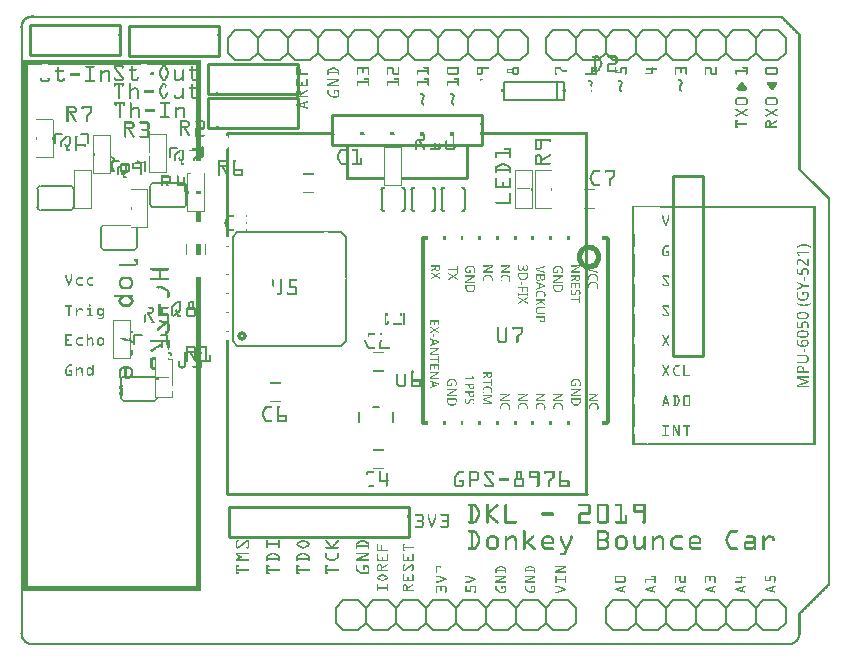
<source format=gto>
G04 MADE WITH FRITZING*
G04 WWW.FRITZING.ORG*
G04 DOUBLE SIDED*
G04 HOLES PLATED*
G04 CONTOUR ON CENTER OF CONTOUR VECTOR*
%ASAXBY*%
%FSLAX23Y23*%
%MOIN*%
%OFA0B0*%
%SFA1.0B1.0*%
%ADD10C,0.081881X0.0487215*%
%ADD11C,0.032260X0.0122598*%
%ADD12C,0.008000*%
%ADD13C,0.010000*%
%ADD14C,0.013264*%
%ADD15C,0.006000*%
%ADD16R,0.001000X0.001000*%
%LNSILK1*%
G90*
G70*
G54D10*
X1904Y1300D03*
G54D11*
X748Y1036D03*
G54D12*
X1621Y1884D02*
X1821Y1884D01*
D02*
X1821Y1884D02*
X1821Y1854D01*
D02*
X1821Y1854D02*
X1821Y1824D01*
D02*
X1821Y1824D02*
X1621Y1824D01*
D02*
X1621Y1824D02*
X1621Y1854D01*
D02*
X1621Y1854D02*
X1621Y1884D01*
D02*
X1796Y1879D02*
X1796Y1829D01*
G54D13*
D02*
X1899Y510D02*
X699Y510D01*
G54D14*
D02*
X1352Y747D02*
X1352Y1363D01*
G54D15*
D02*
X2285Y155D02*
X2335Y155D01*
D02*
X2335Y155D02*
X2360Y130D01*
D02*
X2360Y130D02*
X2360Y80D01*
D02*
X2360Y80D02*
X2335Y55D01*
D02*
X2360Y130D02*
X2385Y155D01*
D02*
X2385Y155D02*
X2435Y155D01*
D02*
X2435Y155D02*
X2460Y130D01*
D02*
X2460Y130D02*
X2460Y80D01*
D02*
X2460Y80D02*
X2435Y55D01*
D02*
X2435Y55D02*
X2385Y55D01*
D02*
X2385Y55D02*
X2360Y80D01*
D02*
X2160Y130D02*
X2185Y155D01*
D02*
X2185Y155D02*
X2235Y155D01*
D02*
X2235Y155D02*
X2260Y130D01*
D02*
X2260Y130D02*
X2260Y80D01*
D02*
X2260Y80D02*
X2235Y55D01*
D02*
X2235Y55D02*
X2185Y55D01*
D02*
X2185Y55D02*
X2160Y80D01*
D02*
X2285Y155D02*
X2260Y130D01*
D02*
X2260Y80D02*
X2285Y55D01*
D02*
X2335Y55D02*
X2285Y55D01*
D02*
X1985Y155D02*
X2035Y155D01*
D02*
X2035Y155D02*
X2060Y130D01*
D02*
X2060Y130D02*
X2060Y80D01*
D02*
X2060Y80D02*
X2035Y55D01*
D02*
X2060Y130D02*
X2085Y155D01*
D02*
X2085Y155D02*
X2135Y155D01*
D02*
X2135Y155D02*
X2160Y130D01*
D02*
X2160Y130D02*
X2160Y80D01*
D02*
X2160Y80D02*
X2135Y55D01*
D02*
X2135Y55D02*
X2085Y55D01*
D02*
X2085Y55D02*
X2060Y80D01*
D02*
X1960Y130D02*
X1960Y80D01*
D02*
X1985Y155D02*
X1960Y130D01*
D02*
X1960Y80D02*
X1985Y55D01*
D02*
X2035Y55D02*
X1985Y55D01*
D02*
X2485Y155D02*
X2535Y155D01*
D02*
X2535Y155D02*
X2560Y130D01*
D02*
X2560Y130D02*
X2560Y80D01*
D02*
X2560Y80D02*
X2535Y55D01*
D02*
X2485Y155D02*
X2460Y130D01*
D02*
X2460Y80D02*
X2485Y55D01*
D02*
X2535Y55D02*
X2485Y55D01*
D02*
X875Y1955D02*
X825Y1955D01*
D02*
X1075Y1955D02*
X1025Y1955D01*
D02*
X975Y1955D02*
X925Y1955D01*
D02*
X1175Y1955D02*
X1125Y1955D01*
D02*
X1375Y1955D02*
X1325Y1955D01*
D02*
X1275Y1955D02*
X1225Y1955D01*
D02*
X1475Y1955D02*
X1425Y1955D01*
D02*
X1675Y1955D02*
X1625Y1955D01*
D02*
X1575Y1955D02*
X1525Y1955D01*
D02*
X775Y1955D02*
X725Y1955D01*
D02*
X900Y1980D02*
X875Y1955D01*
D02*
X825Y1955D02*
X800Y1980D01*
D02*
X800Y1980D02*
X800Y2030D01*
D02*
X800Y2030D02*
X825Y2055D01*
D02*
X825Y2055D02*
X875Y2055D01*
D02*
X875Y2055D02*
X900Y2030D01*
D02*
X1025Y1955D02*
X1000Y1980D01*
D02*
X1000Y1980D02*
X1000Y2030D01*
D02*
X1000Y2030D02*
X1025Y2055D01*
D02*
X1000Y1980D02*
X975Y1955D01*
D02*
X925Y1955D02*
X900Y1980D01*
D02*
X900Y1980D02*
X900Y2030D01*
D02*
X900Y2030D02*
X925Y2055D01*
D02*
X925Y2055D02*
X975Y2055D01*
D02*
X975Y2055D02*
X1000Y2030D01*
D02*
X1200Y1980D02*
X1175Y1955D01*
D02*
X1125Y1955D02*
X1100Y1980D01*
D02*
X1100Y1980D02*
X1100Y2030D01*
D02*
X1100Y2030D02*
X1125Y2055D01*
D02*
X1125Y2055D02*
X1175Y2055D01*
D02*
X1175Y2055D02*
X1200Y2030D01*
D02*
X1075Y1955D02*
X1100Y1980D01*
D02*
X1100Y2030D02*
X1075Y2055D01*
D02*
X1025Y2055D02*
X1075Y2055D01*
D02*
X1325Y1955D02*
X1300Y1980D01*
D02*
X1300Y1980D02*
X1300Y2030D01*
D02*
X1300Y2030D02*
X1325Y2055D01*
D02*
X1300Y1980D02*
X1275Y1955D01*
D02*
X1225Y1955D02*
X1200Y1980D01*
D02*
X1200Y1980D02*
X1200Y2030D01*
D02*
X1200Y2030D02*
X1225Y2055D01*
D02*
X1225Y2055D02*
X1275Y2055D01*
D02*
X1275Y2055D02*
X1300Y2030D01*
D02*
X1500Y1980D02*
X1475Y1955D01*
D02*
X1425Y1955D02*
X1400Y1980D01*
D02*
X1400Y1980D02*
X1400Y2030D01*
D02*
X1400Y2030D02*
X1425Y2055D01*
D02*
X1425Y2055D02*
X1475Y2055D01*
D02*
X1475Y2055D02*
X1500Y2030D01*
D02*
X1375Y1955D02*
X1400Y1980D01*
D02*
X1400Y2030D02*
X1375Y2055D01*
D02*
X1325Y2055D02*
X1375Y2055D01*
D02*
X1625Y1955D02*
X1600Y1980D01*
D02*
X1600Y1980D02*
X1600Y2030D01*
D02*
X1600Y2030D02*
X1625Y2055D01*
D02*
X1600Y1980D02*
X1575Y1955D01*
D02*
X1525Y1955D02*
X1500Y1980D01*
D02*
X1500Y1980D02*
X1500Y2030D01*
D02*
X1500Y2030D02*
X1525Y2055D01*
D02*
X1525Y2055D02*
X1575Y2055D01*
D02*
X1575Y2055D02*
X1600Y2030D01*
D02*
X1700Y1980D02*
X1700Y2030D01*
D02*
X1675Y1955D02*
X1700Y1980D01*
D02*
X1700Y2030D02*
X1675Y2055D01*
D02*
X1625Y2055D02*
X1675Y2055D01*
D02*
X725Y1955D02*
X700Y1980D01*
D02*
X700Y1980D02*
X700Y2030D01*
D02*
X700Y2030D02*
X725Y2055D01*
D02*
X775Y1955D02*
X800Y1980D01*
D02*
X800Y2030D02*
X775Y2055D01*
D02*
X725Y2055D02*
X775Y2055D01*
D02*
X1935Y1955D02*
X1885Y1955D01*
D02*
X1885Y1955D02*
X1860Y1980D01*
D02*
X1860Y1980D02*
X1860Y2030D01*
D02*
X1860Y2030D02*
X1885Y2055D01*
D02*
X2060Y1980D02*
X2035Y1955D01*
D02*
X2035Y1955D02*
X1985Y1955D01*
D02*
X1985Y1955D02*
X1960Y1980D01*
D02*
X1960Y1980D02*
X1960Y2030D01*
D02*
X1960Y2030D02*
X1985Y2055D01*
D02*
X1985Y2055D02*
X2035Y2055D01*
D02*
X2035Y2055D02*
X2060Y2030D01*
D02*
X1935Y1955D02*
X1960Y1980D01*
D02*
X1960Y2030D02*
X1935Y2055D01*
D02*
X1885Y2055D02*
X1935Y2055D01*
D02*
X2235Y1955D02*
X2185Y1955D01*
D02*
X2185Y1955D02*
X2160Y1980D01*
D02*
X2160Y1980D02*
X2160Y2030D01*
D02*
X2160Y2030D02*
X2185Y2055D01*
D02*
X2160Y1980D02*
X2135Y1955D01*
D02*
X2135Y1955D02*
X2085Y1955D01*
D02*
X2085Y1955D02*
X2060Y1980D01*
D02*
X2060Y1980D02*
X2060Y2030D01*
D02*
X2060Y2030D02*
X2085Y2055D01*
D02*
X2085Y2055D02*
X2135Y2055D01*
D02*
X2135Y2055D02*
X2160Y2030D01*
D02*
X2360Y1980D02*
X2335Y1955D01*
D02*
X2335Y1955D02*
X2285Y1955D01*
D02*
X2285Y1955D02*
X2260Y1980D01*
D02*
X2260Y1980D02*
X2260Y2030D01*
D02*
X2260Y2030D02*
X2285Y2055D01*
D02*
X2285Y2055D02*
X2335Y2055D01*
D02*
X2335Y2055D02*
X2360Y2030D01*
D02*
X2235Y1955D02*
X2260Y1980D01*
D02*
X2260Y2030D02*
X2235Y2055D01*
D02*
X2185Y2055D02*
X2235Y2055D01*
D02*
X2535Y1955D02*
X2485Y1955D01*
D02*
X2485Y1955D02*
X2460Y1980D01*
D02*
X2460Y1980D02*
X2460Y2030D01*
D02*
X2460Y2030D02*
X2485Y2055D01*
D02*
X2460Y1980D02*
X2435Y1955D01*
D02*
X2435Y1955D02*
X2385Y1955D01*
D02*
X2385Y1955D02*
X2360Y1980D01*
D02*
X2360Y1980D02*
X2360Y2030D01*
D02*
X2360Y2030D02*
X2385Y2055D01*
D02*
X2385Y2055D02*
X2435Y2055D01*
D02*
X2435Y2055D02*
X2460Y2030D01*
D02*
X2560Y1980D02*
X2560Y2030D01*
D02*
X2535Y1955D02*
X2560Y1980D01*
D02*
X2560Y2030D02*
X2535Y2055D01*
D02*
X2485Y2055D02*
X2535Y2055D01*
D02*
X1835Y1955D02*
X1785Y1955D01*
D02*
X1785Y1955D02*
X1760Y1980D01*
D02*
X1760Y1980D02*
X1760Y2030D01*
D02*
X1760Y2030D02*
X1785Y2055D01*
D02*
X1835Y1955D02*
X1860Y1980D01*
D02*
X1860Y2030D02*
X1835Y2055D01*
D02*
X1785Y2055D02*
X1835Y2055D01*
D02*
X1685Y155D02*
X1735Y155D01*
D02*
X1735Y155D02*
X1760Y130D01*
D02*
X1760Y130D02*
X1760Y80D01*
D02*
X1760Y80D02*
X1735Y55D01*
D02*
X1560Y130D02*
X1585Y155D01*
D02*
X1585Y155D02*
X1635Y155D01*
D02*
X1635Y155D02*
X1660Y130D01*
D02*
X1660Y130D02*
X1660Y80D01*
D02*
X1660Y80D02*
X1635Y55D01*
D02*
X1635Y55D02*
X1585Y55D01*
D02*
X1585Y55D02*
X1560Y80D01*
D02*
X1685Y155D02*
X1660Y130D01*
D02*
X1660Y80D02*
X1685Y55D01*
D02*
X1735Y55D02*
X1685Y55D01*
D02*
X1385Y155D02*
X1435Y155D01*
D02*
X1435Y155D02*
X1460Y130D01*
D02*
X1460Y130D02*
X1460Y80D01*
D02*
X1460Y80D02*
X1435Y55D01*
D02*
X1460Y130D02*
X1485Y155D01*
D02*
X1485Y155D02*
X1535Y155D01*
D02*
X1535Y155D02*
X1560Y130D01*
D02*
X1560Y130D02*
X1560Y80D01*
D02*
X1560Y80D02*
X1535Y55D01*
D02*
X1535Y55D02*
X1485Y55D01*
D02*
X1485Y55D02*
X1460Y80D01*
D02*
X1260Y130D02*
X1285Y155D01*
D02*
X1285Y155D02*
X1335Y155D01*
D02*
X1335Y155D02*
X1360Y130D01*
D02*
X1360Y130D02*
X1360Y80D01*
D02*
X1360Y80D02*
X1335Y55D01*
D02*
X1335Y55D02*
X1285Y55D01*
D02*
X1285Y55D02*
X1260Y80D01*
D02*
X1385Y155D02*
X1360Y130D01*
D02*
X1360Y80D02*
X1385Y55D01*
D02*
X1435Y55D02*
X1385Y55D01*
D02*
X1085Y155D02*
X1135Y155D01*
D02*
X1135Y155D02*
X1160Y130D01*
D02*
X1160Y130D02*
X1160Y80D01*
D02*
X1160Y80D02*
X1135Y55D01*
D02*
X1160Y130D02*
X1185Y155D01*
D02*
X1185Y155D02*
X1235Y155D01*
D02*
X1235Y155D02*
X1260Y130D01*
D02*
X1260Y130D02*
X1260Y80D01*
D02*
X1260Y80D02*
X1235Y55D01*
D02*
X1235Y55D02*
X1185Y55D01*
D02*
X1185Y55D02*
X1160Y80D01*
D02*
X1060Y130D02*
X1060Y80D01*
D02*
X1085Y155D02*
X1060Y130D01*
D02*
X1060Y80D02*
X1085Y55D01*
D02*
X1135Y55D02*
X1085Y55D01*
D02*
X1785Y155D02*
X1835Y155D01*
D02*
X1835Y155D02*
X1860Y130D01*
D02*
X1860Y130D02*
X1860Y80D01*
D02*
X1860Y80D02*
X1835Y55D01*
D02*
X1785Y155D02*
X1760Y130D01*
D02*
X1760Y80D02*
X1785Y55D01*
D02*
X1835Y55D02*
X1785Y55D01*
G54D12*
D02*
X732Y1004D02*
X716Y1020D01*
D02*
X716Y1020D02*
X716Y1366D01*
D02*
X716Y1366D02*
X732Y1382D01*
D02*
X1078Y1382D02*
X1094Y1366D01*
D02*
X1094Y1020D02*
X1078Y1004D01*
D02*
X1078Y1004D02*
X732Y1004D01*
G54D13*
D02*
X2183Y1570D02*
X2183Y970D01*
D02*
X2183Y970D02*
X2283Y970D01*
D02*
X2283Y970D02*
X2283Y1570D01*
D02*
X2283Y1570D02*
X2183Y1570D01*
D02*
X1303Y466D02*
X703Y466D01*
D02*
X703Y466D02*
X703Y366D01*
D02*
X703Y366D02*
X1303Y366D01*
D02*
X1303Y366D02*
X1303Y466D01*
D02*
X1549Y1772D02*
X1049Y1772D01*
D02*
X1049Y1772D02*
X1049Y1672D01*
D02*
X1049Y1672D02*
X1549Y1672D01*
D02*
X1549Y1672D02*
X1549Y1772D01*
D02*
X635Y1731D02*
X935Y1731D01*
D02*
X935Y1731D02*
X935Y1831D01*
D02*
X935Y1831D02*
X635Y1831D01*
D02*
X635Y1831D02*
X635Y1731D01*
D02*
X634Y1843D02*
X934Y1843D01*
D02*
X934Y1843D02*
X934Y1943D01*
D02*
X934Y1943D02*
X634Y1943D01*
D02*
X634Y1943D02*
X634Y1843D01*
G54D12*
D02*
X1250Y783D02*
X1250Y749D01*
D02*
X1138Y749D02*
X1138Y783D01*
D02*
X1184Y798D02*
X1205Y798D01*
G54D13*
D02*
X341Y2072D02*
X41Y2072D01*
D02*
X41Y2072D02*
X41Y1972D01*
D02*
X41Y1972D02*
X341Y1972D01*
D02*
X341Y1972D02*
X341Y2072D01*
D02*
X670Y2071D02*
X370Y2071D01*
D02*
X370Y2071D02*
X370Y1971D01*
D02*
X370Y1971D02*
X670Y1971D01*
D02*
X670Y1971D02*
X670Y2071D01*
G54D12*
D02*
X1313Y1460D02*
X1313Y1523D01*
D02*
X1392Y1523D02*
X1392Y1460D01*
D02*
X1413Y1460D02*
X1413Y1523D01*
D02*
X1491Y1523D02*
X1491Y1460D01*
D02*
X1213Y1460D02*
X1213Y1523D01*
D02*
X1291Y1523D02*
X1291Y1460D01*
G54D15*
D02*
X388Y1324D02*
X288Y1324D01*
D02*
X398Y1334D02*
X398Y1394D01*
D02*
X278Y1334D02*
X278Y1394D01*
D02*
X455Y820D02*
X355Y820D01*
D02*
X345Y830D02*
X345Y890D01*
D02*
X355Y900D02*
X455Y900D01*
D02*
X76Y1536D02*
X176Y1536D01*
D02*
X66Y1526D02*
X66Y1466D01*
D02*
X186Y1526D02*
X186Y1466D01*
D02*
X176Y1456D02*
X76Y1456D01*
D02*
X552Y1465D02*
X452Y1465D01*
D02*
X562Y1475D02*
X562Y1535D01*
D02*
X442Y1475D02*
X442Y1535D01*
D02*
X452Y1545D02*
X552Y1545D01*
G54D12*
D02*
X338Y1618D02*
X314Y1618D01*
D02*
X314Y1618D02*
X314Y1587D01*
D02*
X413Y1041D02*
X389Y1041D01*
D02*
X389Y1041D02*
X389Y1010D01*
D02*
X476Y1041D02*
X499Y1041D01*
D02*
X499Y1041D02*
X499Y1010D01*
D02*
X530Y1664D02*
X507Y1664D01*
D02*
X507Y1664D02*
X507Y1633D01*
D02*
X593Y1664D02*
X617Y1664D01*
D02*
X148Y1709D02*
X125Y1709D01*
D02*
X125Y1709D02*
X125Y1678D01*
D02*
X211Y1709D02*
X235Y1709D01*
D02*
X235Y1709D02*
X235Y1678D01*
G54D16*
X45Y2105D02*
X53Y2105D01*
X39Y2104D02*
X2548Y2104D01*
X36Y2103D02*
X2549Y2103D01*
X33Y2102D02*
X2550Y2102D01*
X31Y2101D02*
X2551Y2101D01*
X29Y2100D02*
X2552Y2100D01*
X28Y2099D02*
X2553Y2099D01*
X26Y2098D02*
X2554Y2098D01*
X25Y2097D02*
X44Y2097D01*
X52Y2097D02*
X2555Y2097D01*
X23Y2096D02*
X39Y2096D01*
X2545Y2096D02*
X2556Y2096D01*
X22Y2095D02*
X36Y2095D01*
X2546Y2095D02*
X2557Y2095D01*
X21Y2094D02*
X34Y2094D01*
X2547Y2094D02*
X2558Y2094D01*
X20Y2093D02*
X32Y2093D01*
X2548Y2093D02*
X2559Y2093D01*
X19Y2092D02*
X30Y2092D01*
X2549Y2092D02*
X2560Y2092D01*
X18Y2091D02*
X29Y2091D01*
X2550Y2091D02*
X2561Y2091D01*
X18Y2090D02*
X28Y2090D01*
X2551Y2090D02*
X2562Y2090D01*
X17Y2089D02*
X27Y2089D01*
X2552Y2089D02*
X2563Y2089D01*
X16Y2088D02*
X25Y2088D01*
X2553Y2088D02*
X2564Y2088D01*
X16Y2087D02*
X25Y2087D01*
X2554Y2087D02*
X2565Y2087D01*
X15Y2086D02*
X24Y2086D01*
X2555Y2086D02*
X2566Y2086D01*
X14Y2085D02*
X23Y2085D01*
X2556Y2085D02*
X2567Y2085D01*
X14Y2084D02*
X22Y2084D01*
X2557Y2084D02*
X2568Y2084D01*
X13Y2083D02*
X21Y2083D01*
X2558Y2083D02*
X2569Y2083D01*
X13Y2082D02*
X21Y2082D01*
X2559Y2082D02*
X2570Y2082D01*
X12Y2081D02*
X20Y2081D01*
X2560Y2081D02*
X2571Y2081D01*
X12Y2080D02*
X20Y2080D01*
X2561Y2080D02*
X2572Y2080D01*
X12Y2079D02*
X19Y2079D01*
X2562Y2079D02*
X2573Y2079D01*
X11Y2078D02*
X19Y2078D01*
X2563Y2078D02*
X2574Y2078D01*
X11Y2077D02*
X18Y2077D01*
X2564Y2077D02*
X2575Y2077D01*
X11Y2076D02*
X18Y2076D01*
X2565Y2076D02*
X2576Y2076D01*
X11Y2075D02*
X18Y2075D01*
X2566Y2075D02*
X2577Y2075D01*
X10Y2074D02*
X17Y2074D01*
X2567Y2074D02*
X2578Y2074D01*
X10Y2073D02*
X17Y2073D01*
X307Y2073D02*
X307Y2073D01*
X2568Y2073D02*
X2579Y2073D01*
X10Y2072D02*
X17Y2072D01*
X306Y2072D02*
X308Y2072D01*
X636Y2072D02*
X637Y2072D01*
X2569Y2072D02*
X2580Y2072D01*
X10Y2071D02*
X17Y2071D01*
X305Y2071D02*
X309Y2071D01*
X635Y2071D02*
X638Y2071D01*
X2570Y2071D02*
X2581Y2071D01*
X10Y2070D02*
X17Y2070D01*
X304Y2070D02*
X310Y2070D01*
X634Y2070D02*
X639Y2070D01*
X2571Y2070D02*
X2582Y2070D01*
X10Y2069D02*
X16Y2069D01*
X305Y2069D02*
X311Y2069D01*
X634Y2069D02*
X640Y2069D01*
X2572Y2069D02*
X2583Y2069D01*
X9Y2068D02*
X16Y2068D01*
X306Y2068D02*
X312Y2068D01*
X635Y2068D02*
X641Y2068D01*
X2573Y2068D02*
X2584Y2068D01*
X9Y2067D02*
X16Y2067D01*
X307Y2067D02*
X313Y2067D01*
X636Y2067D02*
X642Y2067D01*
X2574Y2067D02*
X2585Y2067D01*
X9Y2066D02*
X16Y2066D01*
X308Y2066D02*
X314Y2066D01*
X637Y2066D02*
X643Y2066D01*
X2575Y2066D02*
X2586Y2066D01*
X9Y2065D02*
X16Y2065D01*
X2576Y2065D02*
X2587Y2065D01*
X9Y2064D02*
X16Y2064D01*
X2577Y2064D02*
X2588Y2064D01*
X9Y2063D02*
X16Y2063D01*
X2578Y2063D02*
X2589Y2063D01*
X9Y2062D02*
X17Y2062D01*
X2579Y2062D02*
X2590Y2062D01*
X10Y2061D02*
X17Y2061D01*
X2580Y2061D02*
X2591Y2061D01*
X10Y2060D02*
X17Y2060D01*
X2581Y2060D02*
X2592Y2060D01*
X10Y2059D02*
X17Y2059D01*
X2582Y2059D02*
X2593Y2059D01*
X10Y2058D02*
X17Y2058D01*
X2583Y2058D02*
X2594Y2058D01*
X10Y2057D02*
X17Y2057D01*
X2584Y2057D02*
X2595Y2057D01*
X10Y2056D02*
X17Y2056D01*
X2585Y2056D02*
X2596Y2056D01*
X10Y2055D02*
X17Y2055D01*
X2586Y2055D02*
X2597Y2055D01*
X10Y2054D02*
X17Y2054D01*
X2587Y2054D02*
X2598Y2054D01*
X10Y2053D02*
X17Y2053D01*
X2588Y2053D02*
X2599Y2053D01*
X10Y2052D02*
X17Y2052D01*
X2589Y2052D02*
X2600Y2052D01*
X10Y2051D02*
X17Y2051D01*
X2590Y2051D02*
X2601Y2051D01*
X10Y2050D02*
X17Y2050D01*
X2591Y2050D02*
X2602Y2050D01*
X10Y2049D02*
X17Y2049D01*
X2592Y2049D02*
X2603Y2049D01*
X10Y2048D02*
X17Y2048D01*
X2593Y2048D02*
X2604Y2048D01*
X10Y2047D02*
X17Y2047D01*
X2594Y2047D02*
X2605Y2047D01*
X10Y2046D02*
X17Y2046D01*
X2595Y2046D02*
X2606Y2046D01*
X10Y2045D02*
X17Y2045D01*
X335Y2045D02*
X335Y2045D01*
X664Y2045D02*
X664Y2045D01*
X2596Y2045D02*
X2607Y2045D01*
X10Y2044D02*
X17Y2044D01*
X335Y2044D02*
X336Y2044D01*
X664Y2044D02*
X665Y2044D01*
X2597Y2044D02*
X2608Y2044D01*
X10Y2043D02*
X17Y2043D01*
X335Y2043D02*
X337Y2043D01*
X664Y2043D02*
X666Y2043D01*
X2598Y2043D02*
X2609Y2043D01*
X10Y2042D02*
X17Y2042D01*
X335Y2042D02*
X338Y2042D01*
X664Y2042D02*
X667Y2042D01*
X2599Y2042D02*
X2609Y2042D01*
X10Y2041D02*
X17Y2041D01*
X335Y2041D02*
X339Y2041D01*
X664Y2041D02*
X668Y2041D01*
X2600Y2041D02*
X2609Y2041D01*
X10Y2040D02*
X17Y2040D01*
X335Y2040D02*
X340Y2040D01*
X664Y2040D02*
X669Y2040D01*
X2601Y2040D02*
X2609Y2040D01*
X10Y2039D02*
X17Y2039D01*
X335Y2039D02*
X341Y2039D01*
X664Y2039D02*
X670Y2039D01*
X2602Y2039D02*
X2609Y2039D01*
X10Y2038D02*
X17Y2038D01*
X336Y2038D02*
X341Y2038D01*
X665Y2038D02*
X671Y2038D01*
X2602Y2038D02*
X2609Y2038D01*
X10Y2037D02*
X17Y2037D01*
X337Y2037D02*
X340Y2037D01*
X666Y2037D02*
X670Y2037D01*
X2602Y2037D02*
X2609Y2037D01*
X10Y2036D02*
X17Y2036D01*
X338Y2036D02*
X339Y2036D01*
X667Y2036D02*
X669Y2036D01*
X2602Y2036D02*
X2609Y2036D01*
X10Y2035D02*
X17Y2035D01*
X668Y2035D02*
X668Y2035D01*
X2602Y2035D02*
X2609Y2035D01*
X10Y2034D02*
X17Y2034D01*
X2602Y2034D02*
X2609Y2034D01*
X10Y2033D02*
X17Y2033D01*
X2602Y2033D02*
X2609Y2033D01*
X10Y2032D02*
X17Y2032D01*
X2602Y2032D02*
X2609Y2032D01*
X10Y2031D02*
X17Y2031D01*
X2602Y2031D02*
X2609Y2031D01*
X10Y2030D02*
X17Y2030D01*
X2602Y2030D02*
X2609Y2030D01*
X10Y2029D02*
X17Y2029D01*
X2602Y2029D02*
X2609Y2029D01*
X10Y2028D02*
X17Y2028D01*
X2602Y2028D02*
X2609Y2028D01*
X10Y2027D02*
X17Y2027D01*
X2602Y2027D02*
X2609Y2027D01*
X10Y2026D02*
X17Y2026D01*
X2602Y2026D02*
X2609Y2026D01*
X10Y2025D02*
X17Y2025D01*
X2602Y2025D02*
X2609Y2025D01*
X10Y2024D02*
X17Y2024D01*
X2602Y2024D02*
X2609Y2024D01*
X10Y2023D02*
X17Y2023D01*
X2602Y2023D02*
X2609Y2023D01*
X10Y2022D02*
X17Y2022D01*
X2602Y2022D02*
X2609Y2022D01*
X10Y2021D02*
X17Y2021D01*
X2602Y2021D02*
X2609Y2021D01*
X10Y2020D02*
X17Y2020D01*
X2602Y2020D02*
X2609Y2020D01*
X10Y2019D02*
X17Y2019D01*
X2602Y2019D02*
X2609Y2019D01*
X10Y2018D02*
X17Y2018D01*
X2602Y2018D02*
X2609Y2018D01*
X10Y2017D02*
X17Y2017D01*
X2602Y2017D02*
X2609Y2017D01*
X10Y2016D02*
X17Y2016D01*
X2602Y2016D02*
X2609Y2016D01*
X10Y2015D02*
X17Y2015D01*
X2602Y2015D02*
X2609Y2015D01*
X10Y2014D02*
X17Y2014D01*
X2602Y2014D02*
X2609Y2014D01*
X10Y2013D02*
X17Y2013D01*
X2602Y2013D02*
X2609Y2013D01*
X10Y2012D02*
X17Y2012D01*
X2602Y2012D02*
X2609Y2012D01*
X10Y2011D02*
X17Y2011D01*
X2602Y2011D02*
X2609Y2011D01*
X10Y2010D02*
X17Y2010D01*
X2602Y2010D02*
X2609Y2010D01*
X10Y2009D02*
X17Y2009D01*
X2602Y2009D02*
X2609Y2009D01*
X10Y2008D02*
X17Y2008D01*
X2602Y2008D02*
X2609Y2008D01*
X10Y2007D02*
X17Y2007D01*
X2602Y2007D02*
X2609Y2007D01*
X10Y2006D02*
X17Y2006D01*
X2602Y2006D02*
X2609Y2006D01*
X10Y2005D02*
X17Y2005D01*
X2602Y2005D02*
X2609Y2005D01*
X10Y2004D02*
X17Y2004D01*
X2602Y2004D02*
X2609Y2004D01*
X10Y2003D02*
X17Y2003D01*
X2602Y2003D02*
X2609Y2003D01*
X10Y2002D02*
X17Y2002D01*
X2602Y2002D02*
X2609Y2002D01*
X10Y2001D02*
X17Y2001D01*
X2602Y2001D02*
X2609Y2001D01*
X10Y2000D02*
X17Y2000D01*
X2602Y2000D02*
X2609Y2000D01*
X10Y1999D02*
X17Y1999D01*
X2602Y1999D02*
X2609Y1999D01*
X10Y1998D02*
X17Y1998D01*
X2602Y1998D02*
X2609Y1998D01*
X10Y1997D02*
X17Y1997D01*
X2602Y1997D02*
X2609Y1997D01*
X10Y1996D02*
X17Y1996D01*
X2602Y1996D02*
X2609Y1996D01*
X10Y1995D02*
X17Y1995D01*
X2602Y1995D02*
X2609Y1995D01*
X10Y1994D02*
X17Y1994D01*
X2602Y1994D02*
X2609Y1994D01*
X10Y1993D02*
X17Y1993D01*
X2602Y1993D02*
X2609Y1993D01*
X10Y1992D02*
X17Y1992D01*
X2602Y1992D02*
X2609Y1992D01*
X10Y1991D02*
X17Y1991D01*
X2602Y1991D02*
X2609Y1991D01*
X10Y1990D02*
X17Y1990D01*
X2602Y1990D02*
X2609Y1990D01*
X10Y1989D02*
X17Y1989D01*
X2602Y1989D02*
X2609Y1989D01*
X10Y1988D02*
X17Y1988D01*
X2602Y1988D02*
X2609Y1988D01*
X10Y1987D02*
X17Y1987D01*
X2602Y1987D02*
X2609Y1987D01*
X10Y1986D02*
X17Y1986D01*
X2602Y1986D02*
X2609Y1986D01*
X10Y1985D02*
X17Y1985D01*
X2602Y1985D02*
X2609Y1985D01*
X10Y1984D02*
X17Y1984D01*
X2602Y1984D02*
X2609Y1984D01*
X10Y1983D02*
X17Y1983D01*
X2602Y1983D02*
X2609Y1983D01*
X10Y1982D02*
X17Y1982D01*
X2602Y1982D02*
X2609Y1982D01*
X10Y1981D02*
X17Y1981D01*
X2602Y1981D02*
X2609Y1981D01*
X10Y1980D02*
X17Y1980D01*
X2602Y1980D02*
X2609Y1980D01*
X10Y1979D02*
X17Y1979D01*
X2602Y1979D02*
X2609Y1979D01*
X10Y1978D02*
X17Y1978D01*
X2602Y1978D02*
X2609Y1978D01*
X10Y1977D02*
X17Y1977D01*
X2602Y1977D02*
X2609Y1977D01*
X10Y1976D02*
X17Y1976D01*
X2602Y1976D02*
X2609Y1976D01*
X10Y1975D02*
X17Y1975D01*
X2602Y1975D02*
X2609Y1975D01*
X10Y1974D02*
X17Y1974D01*
X2602Y1974D02*
X2609Y1974D01*
X10Y1973D02*
X17Y1973D01*
X2602Y1973D02*
X2609Y1973D01*
X10Y1972D02*
X17Y1972D01*
X2602Y1972D02*
X2609Y1972D01*
X10Y1971D02*
X17Y1971D01*
X1925Y1971D02*
X1933Y1971D01*
X1967Y1971D02*
X1993Y1971D01*
X2602Y1971D02*
X2609Y1971D01*
X10Y1970D02*
X17Y1970D01*
X1923Y1970D02*
X1935Y1970D01*
X1966Y1970D02*
X1995Y1970D01*
X2602Y1970D02*
X2609Y1970D01*
X10Y1969D02*
X17Y1969D01*
X1920Y1969D02*
X1937Y1969D01*
X1965Y1969D02*
X1997Y1969D01*
X2602Y1969D02*
X2609Y1969D01*
X10Y1968D02*
X17Y1968D01*
X1916Y1968D02*
X1938Y1968D01*
X1965Y1968D02*
X1998Y1968D01*
X2602Y1968D02*
X2609Y1968D01*
X10Y1967D02*
X17Y1967D01*
X1915Y1967D02*
X1939Y1967D01*
X1965Y1967D02*
X1998Y1967D01*
X2602Y1967D02*
X2609Y1967D01*
X10Y1966D02*
X17Y1966D01*
X1916Y1966D02*
X1939Y1966D01*
X1966Y1966D02*
X1999Y1966D01*
X2602Y1966D02*
X2609Y1966D01*
X10Y1965D02*
X17Y1965D01*
X1916Y1965D02*
X1940Y1965D01*
X1967Y1965D02*
X1999Y1965D01*
X2602Y1965D02*
X2609Y1965D01*
X10Y1964D02*
X17Y1964D01*
X1922Y1964D02*
X1928Y1964D01*
X1933Y1964D02*
X1941Y1964D01*
X1993Y1964D02*
X1999Y1964D01*
X2602Y1964D02*
X2609Y1964D01*
X10Y1963D02*
X17Y1963D01*
X1922Y1963D02*
X1928Y1963D01*
X1934Y1963D02*
X1941Y1963D01*
X1993Y1963D02*
X1999Y1963D01*
X2602Y1963D02*
X2609Y1963D01*
X10Y1962D02*
X17Y1962D01*
X1922Y1962D02*
X1928Y1962D01*
X1935Y1962D02*
X1942Y1962D01*
X1993Y1962D02*
X1999Y1962D01*
X2602Y1962D02*
X2609Y1962D01*
X10Y1961D02*
X17Y1961D01*
X1922Y1961D02*
X1928Y1961D01*
X1935Y1961D02*
X1942Y1961D01*
X1993Y1961D02*
X1999Y1961D01*
X2602Y1961D02*
X2609Y1961D01*
X10Y1960D02*
X17Y1960D01*
X1922Y1960D02*
X1928Y1960D01*
X1936Y1960D02*
X1943Y1960D01*
X1993Y1960D02*
X1999Y1960D01*
X2602Y1960D02*
X2609Y1960D01*
X10Y1959D02*
X17Y1959D01*
X1922Y1959D02*
X1928Y1959D01*
X1936Y1959D02*
X1943Y1959D01*
X1993Y1959D02*
X1999Y1959D01*
X2602Y1959D02*
X2609Y1959D01*
X10Y1958D02*
X17Y1958D01*
X1922Y1958D02*
X1928Y1958D01*
X1937Y1958D02*
X1944Y1958D01*
X1993Y1958D02*
X1999Y1958D01*
X2602Y1958D02*
X2609Y1958D01*
X10Y1957D02*
X17Y1957D01*
X1922Y1957D02*
X1928Y1957D01*
X1937Y1957D02*
X1944Y1957D01*
X1993Y1957D02*
X1999Y1957D01*
X2602Y1957D02*
X2609Y1957D01*
X10Y1956D02*
X17Y1956D01*
X19Y1956D02*
X609Y1956D01*
X1922Y1956D02*
X1928Y1956D01*
X1938Y1956D02*
X1945Y1956D01*
X1993Y1956D02*
X1999Y1956D01*
X2602Y1956D02*
X2609Y1956D01*
X10Y1955D02*
X17Y1955D01*
X19Y1955D02*
X609Y1955D01*
X1922Y1955D02*
X1928Y1955D01*
X1938Y1955D02*
X1945Y1955D01*
X1993Y1955D02*
X1999Y1955D01*
X2602Y1955D02*
X2609Y1955D01*
X10Y1954D02*
X17Y1954D01*
X19Y1954D02*
X609Y1954D01*
X1922Y1954D02*
X1928Y1954D01*
X1939Y1954D02*
X1946Y1954D01*
X1993Y1954D02*
X1999Y1954D01*
X2602Y1954D02*
X2609Y1954D01*
X10Y1953D02*
X17Y1953D01*
X19Y1953D02*
X609Y1953D01*
X1922Y1953D02*
X1928Y1953D01*
X1939Y1953D02*
X1946Y1953D01*
X1993Y1953D02*
X1999Y1953D01*
X2602Y1953D02*
X2609Y1953D01*
X10Y1952D02*
X17Y1952D01*
X19Y1952D02*
X609Y1952D01*
X1922Y1952D02*
X1928Y1952D01*
X1940Y1952D02*
X1947Y1952D01*
X1993Y1952D02*
X1999Y1952D01*
X2602Y1952D02*
X2609Y1952D01*
X10Y1951D02*
X17Y1951D01*
X19Y1951D02*
X609Y1951D01*
X1922Y1951D02*
X1928Y1951D01*
X1940Y1951D02*
X1947Y1951D01*
X1993Y1951D02*
X1999Y1951D01*
X2602Y1951D02*
X2609Y1951D01*
X10Y1950D02*
X17Y1950D01*
X19Y1950D02*
X609Y1950D01*
X1922Y1950D02*
X1928Y1950D01*
X1941Y1950D02*
X1947Y1950D01*
X1993Y1950D02*
X1999Y1950D01*
X2602Y1950D02*
X2609Y1950D01*
X10Y1949D02*
X17Y1949D01*
X19Y1949D02*
X609Y1949D01*
X1922Y1949D02*
X1928Y1949D01*
X1941Y1949D02*
X1948Y1949D01*
X1993Y1949D02*
X1999Y1949D01*
X2602Y1949D02*
X2609Y1949D01*
X10Y1948D02*
X17Y1948D01*
X19Y1948D02*
X609Y1948D01*
X1922Y1948D02*
X1928Y1948D01*
X1942Y1948D02*
X1948Y1948D01*
X1993Y1948D02*
X1999Y1948D01*
X2602Y1948D02*
X2609Y1948D01*
X10Y1947D02*
X17Y1947D01*
X19Y1947D02*
X609Y1947D01*
X1922Y1947D02*
X1928Y1947D01*
X1942Y1947D02*
X1948Y1947D01*
X1969Y1947D02*
X1999Y1947D01*
X2602Y1947D02*
X2609Y1947D01*
X10Y1946D02*
X17Y1946D01*
X19Y1946D02*
X609Y1946D01*
X1922Y1946D02*
X1928Y1946D01*
X1942Y1946D02*
X1948Y1946D01*
X1968Y1946D02*
X1999Y1946D01*
X2602Y1946D02*
X2609Y1946D01*
X10Y1945D02*
X17Y1945D01*
X19Y1945D02*
X609Y1945D01*
X1922Y1945D02*
X1928Y1945D01*
X1942Y1945D02*
X1949Y1945D01*
X1967Y1945D02*
X1998Y1945D01*
X2602Y1945D02*
X2609Y1945D01*
X10Y1944D02*
X17Y1944D01*
X19Y1944D02*
X609Y1944D01*
X1922Y1944D02*
X1928Y1944D01*
X1943Y1944D02*
X1949Y1944D01*
X1966Y1944D02*
X1998Y1944D01*
X2602Y1944D02*
X2609Y1944D01*
X10Y1943D02*
X17Y1943D01*
X19Y1943D02*
X85Y1943D01*
X96Y1943D02*
X415Y1943D01*
X425Y1943D02*
X609Y1943D01*
X1922Y1943D02*
X1928Y1943D01*
X1942Y1943D02*
X1949Y1943D01*
X1966Y1943D02*
X1997Y1943D01*
X2602Y1943D02*
X2609Y1943D01*
X10Y1942D02*
X17Y1942D01*
X19Y1942D02*
X82Y1942D01*
X99Y1942D02*
X412Y1942D01*
X428Y1942D02*
X609Y1942D01*
X1922Y1942D02*
X1928Y1942D01*
X1942Y1942D02*
X1948Y1942D01*
X1965Y1942D02*
X1996Y1942D01*
X2602Y1942D02*
X2609Y1942D01*
X10Y1941D02*
X17Y1941D01*
X19Y1941D02*
X80Y1941D01*
X101Y1941D02*
X409Y1941D01*
X431Y1941D02*
X609Y1941D01*
X1922Y1941D02*
X1928Y1941D01*
X1942Y1941D02*
X1948Y1941D01*
X1965Y1941D02*
X1994Y1941D01*
X2602Y1941D02*
X2609Y1941D01*
X10Y1940D02*
X17Y1940D01*
X19Y1940D02*
X34Y1940D01*
X326Y1940D02*
X346Y1940D01*
X487Y1940D02*
X488Y1940D01*
X594Y1940D02*
X609Y1940D01*
X1922Y1940D02*
X1928Y1940D01*
X1942Y1940D02*
X1948Y1940D01*
X1965Y1940D02*
X1971Y1940D01*
X2602Y1940D02*
X2609Y1940D01*
X10Y1939D02*
X17Y1939D01*
X19Y1939D02*
X34Y1939D01*
X324Y1939D02*
X349Y1939D01*
X484Y1939D02*
X491Y1939D01*
X594Y1939D02*
X609Y1939D01*
X1922Y1939D02*
X1928Y1939D01*
X1941Y1939D02*
X1948Y1939D01*
X1965Y1939D02*
X1971Y1939D01*
X2602Y1939D02*
X2609Y1939D01*
X10Y1938D02*
X17Y1938D01*
X19Y1938D02*
X34Y1938D01*
X323Y1938D02*
X350Y1938D01*
X482Y1938D02*
X493Y1938D01*
X594Y1938D02*
X609Y1938D01*
X1922Y1938D02*
X1928Y1938D01*
X1941Y1938D02*
X1947Y1938D01*
X1965Y1938D02*
X1971Y1938D01*
X2602Y1938D02*
X2609Y1938D01*
X10Y1937D02*
X17Y1937D01*
X19Y1937D02*
X34Y1937D01*
X226Y1937D02*
X257Y1937D01*
X322Y1937D02*
X351Y1937D01*
X379Y1937D02*
X381Y1937D01*
X481Y1937D02*
X494Y1937D01*
X580Y1937D02*
X582Y1937D01*
X594Y1937D02*
X609Y1937D01*
X1922Y1937D02*
X1928Y1937D01*
X1940Y1937D02*
X1947Y1937D01*
X1965Y1937D02*
X1971Y1937D01*
X2602Y1937D02*
X2609Y1937D01*
X10Y1936D02*
X17Y1936D01*
X19Y1936D02*
X34Y1936D01*
X225Y1936D02*
X258Y1936D01*
X321Y1936D02*
X352Y1936D01*
X378Y1936D02*
X382Y1936D01*
X480Y1936D02*
X495Y1936D01*
X579Y1936D02*
X583Y1936D01*
X594Y1936D02*
X609Y1936D01*
X1922Y1936D02*
X1928Y1936D01*
X1939Y1936D02*
X1946Y1936D01*
X1965Y1936D02*
X1971Y1936D01*
X2602Y1936D02*
X2609Y1936D01*
X10Y1935D02*
X17Y1935D01*
X19Y1935D02*
X34Y1935D01*
X134Y1935D02*
X134Y1935D01*
X225Y1935D02*
X258Y1935D01*
X321Y1935D02*
X353Y1935D01*
X378Y1935D02*
X383Y1935D01*
X480Y1935D02*
X495Y1935D01*
X578Y1935D02*
X584Y1935D01*
X594Y1935D02*
X609Y1935D01*
X1922Y1935D02*
X1928Y1935D01*
X1939Y1935D02*
X1946Y1935D01*
X1965Y1935D02*
X1971Y1935D01*
X2602Y1935D02*
X2609Y1935D01*
X10Y1934D02*
X17Y1934D01*
X19Y1934D02*
X34Y1934D01*
X132Y1934D02*
X136Y1934D01*
X225Y1934D02*
X258Y1934D01*
X320Y1934D02*
X353Y1934D01*
X377Y1934D02*
X383Y1934D01*
X479Y1934D02*
X496Y1934D01*
X578Y1934D02*
X584Y1934D01*
X594Y1934D02*
X609Y1934D01*
X1922Y1934D02*
X1928Y1934D01*
X1938Y1934D02*
X1945Y1934D01*
X1965Y1934D02*
X1971Y1934D01*
X2602Y1934D02*
X2609Y1934D01*
X10Y1933D02*
X17Y1933D01*
X19Y1933D02*
X34Y1933D01*
X132Y1933D02*
X137Y1933D01*
X225Y1933D02*
X258Y1933D01*
X320Y1933D02*
X327Y1933D01*
X346Y1933D02*
X354Y1933D01*
X377Y1933D02*
X383Y1933D01*
X479Y1933D02*
X486Y1933D01*
X489Y1933D02*
X496Y1933D01*
X578Y1933D02*
X584Y1933D01*
X594Y1933D02*
X609Y1933D01*
X1136Y1933D02*
X1145Y1933D01*
X1157Y1933D02*
X1166Y1933D01*
X1236Y1933D02*
X1248Y1933D01*
X1356Y1933D02*
X1368Y1933D01*
X1436Y1933D02*
X1465Y1933D01*
X1922Y1933D02*
X1928Y1933D01*
X1938Y1933D02*
X1945Y1933D01*
X1965Y1933D02*
X1971Y1933D01*
X2602Y1933D02*
X2609Y1933D01*
X10Y1932D02*
X17Y1932D01*
X19Y1932D02*
X34Y1932D01*
X131Y1932D02*
X137Y1932D01*
X226Y1932D02*
X257Y1932D01*
X320Y1932D02*
X326Y1932D01*
X347Y1932D02*
X354Y1932D01*
X377Y1932D02*
X383Y1932D01*
X478Y1932D02*
X485Y1932D01*
X490Y1932D02*
X497Y1932D01*
X578Y1932D02*
X584Y1932D01*
X594Y1932D02*
X609Y1932D01*
X929Y1932D02*
X930Y1932D01*
X1051Y1932D02*
X1053Y1932D01*
X1134Y1932D02*
X1149Y1932D01*
X1153Y1932D02*
X1168Y1932D01*
X1234Y1932D02*
X1251Y1932D01*
X1267Y1932D02*
X1270Y1932D01*
X1354Y1932D02*
X1370Y1932D01*
X1433Y1932D02*
X1468Y1932D01*
X1532Y1932D02*
X1570Y1932D01*
X1651Y1932D02*
X1668Y1932D01*
X1791Y1932D02*
X1808Y1932D01*
X1914Y1932D02*
X1930Y1932D01*
X1937Y1932D02*
X1944Y1932D01*
X1965Y1932D02*
X1971Y1932D01*
X1992Y1932D02*
X1994Y1932D01*
X2011Y1932D02*
X2028Y1932D01*
X2193Y1932D02*
X2209Y1932D01*
X2213Y1932D02*
X2228Y1932D01*
X2293Y1932D02*
X2310Y1932D01*
X2327Y1932D02*
X2330Y1932D01*
X2416Y1932D02*
X2432Y1932D01*
X2496Y1932D02*
X2530Y1932D01*
X2602Y1932D02*
X2609Y1932D01*
X10Y1931D02*
X17Y1931D01*
X19Y1931D02*
X34Y1931D01*
X131Y1931D02*
X137Y1931D01*
X228Y1931D02*
X255Y1931D01*
X320Y1931D02*
X327Y1931D01*
X348Y1931D02*
X354Y1931D01*
X377Y1931D02*
X383Y1931D01*
X478Y1931D02*
X485Y1931D01*
X490Y1931D02*
X497Y1931D01*
X578Y1931D02*
X584Y1931D01*
X594Y1931D02*
X609Y1931D01*
X928Y1931D02*
X931Y1931D01*
X1047Y1931D02*
X1056Y1931D01*
X1132Y1931D02*
X1170Y1931D01*
X1232Y1931D02*
X1252Y1931D01*
X1267Y1931D02*
X1271Y1931D01*
X1353Y1931D02*
X1371Y1931D01*
X1432Y1931D02*
X1469Y1931D01*
X1531Y1931D02*
X1571Y1931D01*
X1650Y1931D02*
X1669Y1931D01*
X1791Y1931D02*
X1809Y1931D01*
X1913Y1931D02*
X1930Y1931D01*
X1937Y1931D02*
X1944Y1931D01*
X1965Y1931D02*
X1971Y1931D01*
X1991Y1931D02*
X1995Y1931D01*
X2010Y1931D02*
X2029Y1931D01*
X2114Y1931D02*
X2116Y1931D01*
X2192Y1931D02*
X2229Y1931D01*
X2292Y1931D02*
X2311Y1931D01*
X2326Y1931D02*
X2330Y1931D01*
X2415Y1931D02*
X2433Y1931D01*
X2494Y1931D02*
X2531Y1931D01*
X2602Y1931D02*
X2609Y1931D01*
X10Y1930D02*
X17Y1930D01*
X19Y1930D02*
X34Y1930D01*
X131Y1930D02*
X137Y1930D01*
X238Y1930D02*
X245Y1930D01*
X321Y1930D02*
X328Y1930D01*
X348Y1930D02*
X354Y1930D01*
X377Y1930D02*
X383Y1930D01*
X477Y1930D02*
X484Y1930D01*
X491Y1930D02*
X498Y1930D01*
X578Y1930D02*
X584Y1930D01*
X594Y1930D02*
X609Y1930D01*
X927Y1930D02*
X932Y1930D01*
X1045Y1930D02*
X1058Y1930D01*
X1132Y1930D02*
X1170Y1930D01*
X1232Y1930D02*
X1252Y1930D01*
X1267Y1930D02*
X1271Y1930D01*
X1353Y1930D02*
X1371Y1930D01*
X1432Y1930D02*
X1470Y1930D01*
X1531Y1930D02*
X1571Y1930D01*
X1649Y1930D02*
X1670Y1930D01*
X1791Y1930D02*
X1810Y1930D01*
X1913Y1930D02*
X1931Y1930D01*
X1936Y1930D02*
X1943Y1930D01*
X1965Y1930D02*
X1971Y1930D01*
X1991Y1930D02*
X1995Y1930D01*
X2009Y1930D02*
X2030Y1930D01*
X2113Y1930D02*
X2117Y1930D01*
X2191Y1930D02*
X2230Y1930D01*
X2291Y1930D02*
X2312Y1930D01*
X2326Y1930D02*
X2330Y1930D01*
X2415Y1930D02*
X2433Y1930D01*
X2494Y1930D02*
X2532Y1930D01*
X2602Y1930D02*
X2609Y1930D01*
X10Y1929D02*
X17Y1929D01*
X19Y1929D02*
X34Y1929D01*
X131Y1929D02*
X137Y1929D01*
X238Y1929D02*
X245Y1929D01*
X321Y1929D02*
X329Y1929D01*
X348Y1929D02*
X353Y1929D01*
X377Y1929D02*
X383Y1929D01*
X477Y1929D02*
X484Y1929D01*
X491Y1929D02*
X498Y1929D01*
X578Y1929D02*
X584Y1929D01*
X594Y1929D02*
X609Y1929D01*
X927Y1929D02*
X932Y1929D01*
X1043Y1929D02*
X1060Y1929D01*
X1131Y1929D02*
X1171Y1929D01*
X1231Y1929D02*
X1253Y1929D01*
X1267Y1929D02*
X1271Y1929D01*
X1354Y1929D02*
X1371Y1929D01*
X1431Y1929D02*
X1470Y1929D01*
X1531Y1929D02*
X1571Y1929D01*
X1649Y1929D02*
X1670Y1929D01*
X1791Y1929D02*
X1810Y1929D01*
X1913Y1929D02*
X1931Y1929D01*
X1936Y1929D02*
X1943Y1929D01*
X1965Y1929D02*
X1971Y1929D01*
X1991Y1929D02*
X1995Y1929D01*
X2009Y1929D02*
X2030Y1929D01*
X2098Y1929D02*
X2128Y1929D01*
X2191Y1929D02*
X2230Y1929D01*
X2291Y1929D02*
X2312Y1929D01*
X2326Y1929D02*
X2330Y1929D01*
X2416Y1929D02*
X2433Y1929D01*
X2493Y1929D02*
X2533Y1929D01*
X2602Y1929D02*
X2609Y1929D01*
X10Y1928D02*
X17Y1928D01*
X19Y1928D02*
X34Y1928D01*
X131Y1928D02*
X137Y1928D01*
X238Y1928D02*
X245Y1928D01*
X322Y1928D02*
X329Y1928D01*
X349Y1928D02*
X352Y1928D01*
X377Y1928D02*
X383Y1928D01*
X476Y1928D02*
X483Y1928D01*
X492Y1928D02*
X499Y1928D01*
X578Y1928D02*
X584Y1928D01*
X594Y1928D02*
X609Y1928D01*
X927Y1928D02*
X932Y1928D01*
X1041Y1928D02*
X1062Y1928D01*
X1131Y1928D02*
X1171Y1928D01*
X1231Y1928D02*
X1253Y1928D01*
X1267Y1928D02*
X1271Y1928D01*
X1355Y1928D02*
X1371Y1928D01*
X1431Y1928D02*
X1471Y1928D01*
X1531Y1928D02*
X1571Y1928D01*
X1649Y1928D02*
X1671Y1928D01*
X1791Y1928D02*
X1811Y1928D01*
X1913Y1928D02*
X1931Y1928D01*
X1935Y1928D02*
X1942Y1928D01*
X1965Y1928D02*
X1971Y1928D01*
X1991Y1928D02*
X1995Y1928D01*
X2009Y1928D02*
X2030Y1928D01*
X2096Y1928D02*
X2130Y1928D01*
X2191Y1928D02*
X2230Y1928D01*
X2291Y1928D02*
X2313Y1928D01*
X2326Y1928D02*
X2330Y1928D01*
X2417Y1928D02*
X2433Y1928D01*
X2493Y1928D02*
X2533Y1928D01*
X2602Y1928D02*
X2609Y1928D01*
X10Y1927D02*
X17Y1927D01*
X19Y1927D02*
X34Y1927D01*
X131Y1927D02*
X137Y1927D01*
X238Y1927D02*
X245Y1927D01*
X322Y1927D02*
X330Y1927D01*
X377Y1927D02*
X383Y1927D01*
X476Y1927D02*
X483Y1927D01*
X492Y1927D02*
X499Y1927D01*
X578Y1927D02*
X584Y1927D01*
X594Y1927D02*
X609Y1927D01*
X927Y1927D02*
X932Y1927D01*
X942Y1927D02*
X943Y1927D01*
X1039Y1927D02*
X1064Y1927D01*
X1131Y1927D02*
X1135Y1927D01*
X1148Y1927D02*
X1154Y1927D01*
X1167Y1927D02*
X1171Y1927D01*
X1231Y1927D02*
X1235Y1927D01*
X1249Y1927D02*
X1253Y1927D01*
X1267Y1927D02*
X1271Y1927D01*
X1366Y1927D02*
X1371Y1927D01*
X1431Y1927D02*
X1435Y1927D01*
X1466Y1927D02*
X1471Y1927D01*
X1531Y1927D02*
X1535Y1927D01*
X1544Y1927D02*
X1549Y1927D01*
X1567Y1927D02*
X1571Y1927D01*
X1632Y1927D02*
X1653Y1927D01*
X1666Y1927D02*
X1671Y1927D01*
X1791Y1927D02*
X1795Y1927D01*
X1806Y1927D02*
X1812Y1927D01*
X1913Y1927D02*
X1917Y1927D01*
X1922Y1927D02*
X1931Y1927D01*
X1935Y1927D02*
X1942Y1927D01*
X1965Y1927D02*
X1971Y1927D01*
X1991Y1927D02*
X1995Y1927D01*
X2009Y1927D02*
X2013Y1927D01*
X2026Y1927D02*
X2030Y1927D01*
X2095Y1927D02*
X2130Y1927D01*
X2191Y1927D02*
X2195Y1927D01*
X2208Y1927D02*
X2214Y1927D01*
X2226Y1927D02*
X2230Y1927D01*
X2291Y1927D02*
X2295Y1927D01*
X2308Y1927D02*
X2313Y1927D01*
X2326Y1927D02*
X2330Y1927D01*
X2429Y1927D02*
X2433Y1927D01*
X2493Y1927D02*
X2497Y1927D01*
X2529Y1927D02*
X2533Y1927D01*
X2602Y1927D02*
X2609Y1927D01*
X10Y1926D02*
X17Y1926D01*
X19Y1926D02*
X34Y1926D01*
X131Y1926D02*
X137Y1926D01*
X238Y1926D02*
X245Y1926D01*
X323Y1926D02*
X331Y1926D01*
X377Y1926D02*
X383Y1926D01*
X475Y1926D02*
X482Y1926D01*
X493Y1926D02*
X500Y1926D01*
X578Y1926D02*
X584Y1926D01*
X594Y1926D02*
X609Y1926D01*
X927Y1926D02*
X932Y1926D01*
X941Y1926D02*
X945Y1926D01*
X1037Y1926D02*
X1048Y1926D01*
X1056Y1926D02*
X1066Y1926D01*
X1131Y1926D02*
X1135Y1926D01*
X1149Y1926D02*
X1153Y1926D01*
X1167Y1926D02*
X1171Y1926D01*
X1231Y1926D02*
X1235Y1926D01*
X1249Y1926D02*
X1253Y1926D01*
X1267Y1926D02*
X1271Y1926D01*
X1366Y1926D02*
X1371Y1926D01*
X1431Y1926D02*
X1435Y1926D01*
X1466Y1926D02*
X1471Y1926D01*
X1531Y1926D02*
X1535Y1926D01*
X1544Y1926D02*
X1549Y1926D01*
X1567Y1926D02*
X1570Y1926D01*
X1631Y1926D02*
X1653Y1926D01*
X1666Y1926D02*
X1671Y1926D01*
X1791Y1926D02*
X1795Y1926D01*
X1807Y1926D02*
X1813Y1926D01*
X1913Y1926D02*
X1917Y1926D01*
X1922Y1926D02*
X1931Y1926D01*
X1934Y1926D02*
X1941Y1926D01*
X1965Y1926D02*
X1971Y1926D01*
X1991Y1926D02*
X1995Y1926D01*
X2009Y1926D02*
X2013Y1926D01*
X2026Y1926D02*
X2030Y1926D01*
X2095Y1926D02*
X2130Y1926D01*
X2191Y1926D02*
X2195Y1926D01*
X2208Y1926D02*
X2213Y1926D01*
X2226Y1926D02*
X2230Y1926D01*
X2291Y1926D02*
X2295Y1926D01*
X2308Y1926D02*
X2313Y1926D01*
X2326Y1926D02*
X2330Y1926D01*
X2429Y1926D02*
X2433Y1926D01*
X2493Y1926D02*
X2497Y1926D01*
X2529Y1926D02*
X2533Y1926D01*
X2602Y1926D02*
X2609Y1926D01*
X10Y1925D02*
X17Y1925D01*
X19Y1925D02*
X34Y1925D01*
X131Y1925D02*
X137Y1925D01*
X238Y1925D02*
X245Y1925D01*
X324Y1925D02*
X332Y1925D01*
X372Y1925D02*
X396Y1925D01*
X475Y1925D02*
X482Y1925D01*
X493Y1925D02*
X500Y1925D01*
X523Y1925D02*
X525Y1925D01*
X550Y1925D02*
X553Y1925D01*
X573Y1925D02*
X609Y1925D01*
X927Y1925D02*
X932Y1925D01*
X941Y1925D02*
X945Y1925D01*
X1036Y1925D02*
X1046Y1925D01*
X1058Y1925D02*
X1068Y1925D01*
X1131Y1925D02*
X1135Y1925D01*
X1149Y1925D02*
X1153Y1925D01*
X1167Y1925D02*
X1171Y1925D01*
X1231Y1925D02*
X1235Y1925D01*
X1249Y1925D02*
X1253Y1925D01*
X1267Y1925D02*
X1271Y1925D01*
X1366Y1925D02*
X1371Y1925D01*
X1431Y1925D02*
X1435Y1925D01*
X1466Y1925D02*
X1471Y1925D01*
X1531Y1925D02*
X1535Y1925D01*
X1544Y1925D02*
X1549Y1925D01*
X1631Y1925D02*
X1653Y1925D01*
X1666Y1925D02*
X1671Y1925D01*
X1791Y1925D02*
X1795Y1925D01*
X1808Y1925D02*
X1814Y1925D01*
X1913Y1925D02*
X1917Y1925D01*
X1922Y1925D02*
X1931Y1925D01*
X1934Y1925D02*
X1941Y1925D01*
X1965Y1925D02*
X1971Y1925D01*
X1991Y1925D02*
X1995Y1925D01*
X2009Y1925D02*
X2013Y1925D01*
X2026Y1925D02*
X2030Y1925D01*
X2096Y1925D02*
X2130Y1925D01*
X2191Y1925D02*
X2195Y1925D01*
X2208Y1925D02*
X2213Y1925D01*
X2226Y1925D02*
X2230Y1925D01*
X2291Y1925D02*
X2295Y1925D01*
X2308Y1925D02*
X2313Y1925D01*
X2326Y1925D02*
X2330Y1925D01*
X2429Y1925D02*
X2433Y1925D01*
X2493Y1925D02*
X2497Y1925D01*
X2529Y1925D02*
X2533Y1925D01*
X2602Y1925D02*
X2609Y1925D01*
X10Y1924D02*
X17Y1924D01*
X19Y1924D02*
X34Y1924D01*
X131Y1924D02*
X137Y1924D01*
X238Y1924D02*
X245Y1924D01*
X324Y1924D02*
X332Y1924D01*
X371Y1924D02*
X395Y1924D01*
X474Y1924D02*
X481Y1924D01*
X494Y1924D02*
X501Y1924D01*
X522Y1924D02*
X526Y1924D01*
X549Y1924D02*
X554Y1924D01*
X572Y1924D02*
X609Y1924D01*
X927Y1924D02*
X932Y1924D01*
X941Y1924D02*
X945Y1924D01*
X1034Y1924D02*
X1044Y1924D01*
X1060Y1924D02*
X1069Y1924D01*
X1131Y1924D02*
X1135Y1924D01*
X1149Y1924D02*
X1153Y1924D01*
X1167Y1924D02*
X1171Y1924D01*
X1231Y1924D02*
X1235Y1924D01*
X1249Y1924D02*
X1253Y1924D01*
X1267Y1924D02*
X1271Y1924D01*
X1366Y1924D02*
X1371Y1924D01*
X1431Y1924D02*
X1435Y1924D01*
X1466Y1924D02*
X1471Y1924D01*
X1531Y1924D02*
X1535Y1924D01*
X1544Y1924D02*
X1549Y1924D01*
X1631Y1924D02*
X1653Y1924D01*
X1666Y1924D02*
X1671Y1924D01*
X1791Y1924D02*
X1795Y1924D01*
X1809Y1924D02*
X1815Y1924D01*
X1913Y1924D02*
X1940Y1924D01*
X1965Y1924D02*
X1996Y1924D01*
X2009Y1924D02*
X2013Y1924D01*
X2026Y1924D02*
X2030Y1924D01*
X2097Y1924D02*
X2129Y1924D01*
X2191Y1924D02*
X2195Y1924D01*
X2208Y1924D02*
X2213Y1924D01*
X2226Y1924D02*
X2230Y1924D01*
X2291Y1924D02*
X2295Y1924D01*
X2308Y1924D02*
X2313Y1924D01*
X2326Y1924D02*
X2330Y1924D01*
X2429Y1924D02*
X2433Y1924D01*
X2493Y1924D02*
X2497Y1924D01*
X2529Y1924D02*
X2533Y1924D01*
X2602Y1924D02*
X2609Y1924D01*
X10Y1923D02*
X17Y1923D01*
X19Y1923D02*
X34Y1923D01*
X127Y1923D02*
X152Y1923D01*
X238Y1923D02*
X245Y1923D01*
X277Y1923D02*
X279Y1923D01*
X292Y1923D02*
X300Y1923D01*
X325Y1923D02*
X333Y1923D01*
X371Y1923D02*
X395Y1923D01*
X474Y1923D02*
X481Y1923D01*
X494Y1923D02*
X501Y1923D01*
X521Y1923D02*
X527Y1923D01*
X549Y1923D02*
X554Y1923D01*
X571Y1923D02*
X609Y1923D01*
X927Y1923D02*
X932Y1923D01*
X941Y1923D02*
X945Y1923D01*
X1033Y1923D02*
X1042Y1923D01*
X1061Y1923D02*
X1070Y1923D01*
X1131Y1923D02*
X1135Y1923D01*
X1149Y1923D02*
X1153Y1923D01*
X1167Y1923D02*
X1171Y1923D01*
X1231Y1923D02*
X1235Y1923D01*
X1249Y1923D02*
X1253Y1923D01*
X1267Y1923D02*
X1271Y1923D01*
X1366Y1923D02*
X1371Y1923D01*
X1431Y1923D02*
X1435Y1923D01*
X1466Y1923D02*
X1471Y1923D01*
X1531Y1923D02*
X1535Y1923D01*
X1544Y1923D02*
X1549Y1923D01*
X1631Y1923D02*
X1653Y1923D01*
X1666Y1923D02*
X1671Y1923D01*
X1791Y1923D02*
X1795Y1923D01*
X1810Y1923D02*
X1816Y1923D01*
X1913Y1923D02*
X1940Y1923D01*
X1965Y1923D02*
X1998Y1923D01*
X2009Y1923D02*
X2013Y1923D01*
X2026Y1923D02*
X2030Y1923D01*
X2113Y1923D02*
X2117Y1923D01*
X2191Y1923D02*
X2195Y1923D01*
X2208Y1923D02*
X2213Y1923D01*
X2226Y1923D02*
X2230Y1923D01*
X2291Y1923D02*
X2295Y1923D01*
X2308Y1923D02*
X2313Y1923D01*
X2326Y1923D02*
X2330Y1923D01*
X2429Y1923D02*
X2433Y1923D01*
X2493Y1923D02*
X2497Y1923D01*
X2529Y1923D02*
X2533Y1923D01*
X2602Y1923D02*
X2609Y1923D01*
X10Y1922D02*
X17Y1922D01*
X19Y1922D02*
X34Y1922D01*
X125Y1922D02*
X154Y1922D01*
X238Y1922D02*
X245Y1922D01*
X276Y1922D02*
X280Y1922D01*
X289Y1922D02*
X302Y1922D01*
X326Y1922D02*
X334Y1922D01*
X370Y1922D02*
X395Y1922D01*
X473Y1922D02*
X480Y1922D01*
X495Y1922D02*
X502Y1922D01*
X521Y1922D02*
X527Y1922D01*
X549Y1922D02*
X555Y1922D01*
X571Y1922D02*
X609Y1922D01*
X927Y1922D02*
X932Y1922D01*
X941Y1922D02*
X945Y1922D01*
X1033Y1922D02*
X1040Y1922D01*
X1063Y1922D02*
X1071Y1922D01*
X1131Y1922D02*
X1135Y1922D01*
X1149Y1922D02*
X1153Y1922D01*
X1167Y1922D02*
X1171Y1922D01*
X1231Y1922D02*
X1235Y1922D01*
X1249Y1922D02*
X1253Y1922D01*
X1267Y1922D02*
X1271Y1922D01*
X1331Y1922D02*
X1371Y1922D01*
X1431Y1922D02*
X1435Y1922D01*
X1466Y1922D02*
X1471Y1922D01*
X1531Y1922D02*
X1535Y1922D01*
X1544Y1922D02*
X1549Y1922D01*
X1631Y1922D02*
X1635Y1922D01*
X1649Y1922D02*
X1653Y1922D01*
X1666Y1922D02*
X1671Y1922D01*
X1791Y1922D02*
X1795Y1922D01*
X1810Y1922D02*
X1829Y1922D01*
X1913Y1922D02*
X1939Y1922D01*
X1965Y1922D02*
X1998Y1922D01*
X2009Y1922D02*
X2013Y1922D01*
X2026Y1922D02*
X2030Y1922D01*
X2113Y1922D02*
X2117Y1922D01*
X2191Y1922D02*
X2195Y1922D01*
X2208Y1922D02*
X2213Y1922D01*
X2226Y1922D02*
X2230Y1922D01*
X2291Y1922D02*
X2295Y1922D01*
X2308Y1922D02*
X2313Y1922D01*
X2326Y1922D02*
X2330Y1922D01*
X2393Y1922D02*
X2433Y1922D01*
X2493Y1922D02*
X2497Y1922D01*
X2529Y1922D02*
X2533Y1922D01*
X2602Y1922D02*
X2609Y1922D01*
X10Y1921D02*
X17Y1921D01*
X19Y1921D02*
X34Y1921D01*
X125Y1921D02*
X154Y1921D01*
X238Y1921D02*
X245Y1921D01*
X275Y1921D02*
X281Y1921D01*
X288Y1921D02*
X304Y1921D01*
X327Y1921D02*
X335Y1921D01*
X371Y1921D02*
X395Y1921D01*
X473Y1921D02*
X480Y1921D01*
X495Y1921D02*
X502Y1921D01*
X521Y1921D02*
X527Y1921D01*
X549Y1921D02*
X555Y1921D01*
X571Y1921D02*
X609Y1921D01*
X927Y1921D02*
X932Y1921D01*
X941Y1921D02*
X945Y1921D01*
X1032Y1921D02*
X1038Y1921D01*
X1065Y1921D02*
X1071Y1921D01*
X1131Y1921D02*
X1135Y1921D01*
X1149Y1921D02*
X1153Y1921D01*
X1167Y1921D02*
X1171Y1921D01*
X1231Y1921D02*
X1235Y1921D01*
X1249Y1921D02*
X1253Y1921D01*
X1267Y1921D02*
X1271Y1921D01*
X1331Y1921D02*
X1371Y1921D01*
X1431Y1921D02*
X1435Y1921D01*
X1466Y1921D02*
X1471Y1921D01*
X1531Y1921D02*
X1535Y1921D01*
X1544Y1921D02*
X1549Y1921D01*
X1631Y1921D02*
X1635Y1921D01*
X1649Y1921D02*
X1653Y1921D01*
X1666Y1921D02*
X1671Y1921D01*
X1791Y1921D02*
X1795Y1921D01*
X1811Y1921D02*
X1830Y1921D01*
X1913Y1921D02*
X1939Y1921D01*
X1965Y1921D02*
X1999Y1921D01*
X2009Y1921D02*
X2013Y1921D01*
X2026Y1921D02*
X2030Y1921D01*
X2113Y1921D02*
X2117Y1921D01*
X2191Y1921D02*
X2195Y1921D01*
X2208Y1921D02*
X2213Y1921D01*
X2226Y1921D02*
X2230Y1921D01*
X2291Y1921D02*
X2295Y1921D01*
X2308Y1921D02*
X2313Y1921D01*
X2326Y1921D02*
X2330Y1921D01*
X2393Y1921D02*
X2433Y1921D01*
X2493Y1921D02*
X2497Y1921D01*
X2529Y1921D02*
X2533Y1921D01*
X2602Y1921D02*
X2609Y1921D01*
X10Y1920D02*
X17Y1920D01*
X19Y1920D02*
X34Y1920D01*
X124Y1920D02*
X154Y1920D01*
X238Y1920D02*
X245Y1920D01*
X275Y1920D02*
X281Y1920D01*
X286Y1920D02*
X305Y1920D01*
X328Y1920D02*
X336Y1920D01*
X371Y1920D02*
X395Y1920D01*
X472Y1920D02*
X479Y1920D01*
X496Y1920D02*
X503Y1920D01*
X521Y1920D02*
X527Y1920D01*
X549Y1920D02*
X555Y1920D01*
X572Y1920D02*
X609Y1920D01*
X927Y1920D02*
X932Y1920D01*
X941Y1920D02*
X945Y1920D01*
X1032Y1920D02*
X1037Y1920D01*
X1067Y1920D02*
X1071Y1920D01*
X1131Y1920D02*
X1135Y1920D01*
X1149Y1920D02*
X1153Y1920D01*
X1167Y1920D02*
X1171Y1920D01*
X1231Y1920D02*
X1235Y1920D01*
X1249Y1920D02*
X1253Y1920D01*
X1267Y1920D02*
X1271Y1920D01*
X1331Y1920D02*
X1371Y1920D01*
X1431Y1920D02*
X1435Y1920D01*
X1466Y1920D02*
X1471Y1920D01*
X1531Y1920D02*
X1535Y1920D01*
X1544Y1920D02*
X1549Y1920D01*
X1631Y1920D02*
X1635Y1920D01*
X1649Y1920D02*
X1653Y1920D01*
X1666Y1920D02*
X1671Y1920D01*
X1791Y1920D02*
X1795Y1920D01*
X1812Y1920D02*
X1831Y1920D01*
X1913Y1920D02*
X1938Y1920D01*
X1965Y1920D02*
X1999Y1920D01*
X2009Y1920D02*
X2013Y1920D01*
X2026Y1920D02*
X2030Y1920D01*
X2113Y1920D02*
X2117Y1920D01*
X2191Y1920D02*
X2195Y1920D01*
X2208Y1920D02*
X2213Y1920D01*
X2226Y1920D02*
X2230Y1920D01*
X2291Y1920D02*
X2295Y1920D01*
X2308Y1920D02*
X2313Y1920D01*
X2326Y1920D02*
X2330Y1920D01*
X2393Y1920D02*
X2433Y1920D01*
X2493Y1920D02*
X2497Y1920D01*
X2529Y1920D02*
X2533Y1920D01*
X2602Y1920D02*
X2609Y1920D01*
X10Y1919D02*
X17Y1919D01*
X19Y1919D02*
X34Y1919D01*
X125Y1919D02*
X154Y1919D01*
X238Y1919D02*
X245Y1919D01*
X275Y1919D02*
X281Y1919D01*
X285Y1919D02*
X306Y1919D01*
X328Y1919D02*
X336Y1919D01*
X372Y1919D02*
X395Y1919D01*
X472Y1919D02*
X479Y1919D01*
X496Y1919D02*
X503Y1919D01*
X521Y1919D02*
X527Y1919D01*
X549Y1919D02*
X555Y1919D01*
X573Y1919D02*
X609Y1919D01*
X927Y1919D02*
X932Y1919D01*
X941Y1919D02*
X945Y1919D01*
X1032Y1919D02*
X1036Y1919D01*
X1067Y1919D02*
X1071Y1919D01*
X1131Y1919D02*
X1135Y1919D01*
X1149Y1919D02*
X1153Y1919D01*
X1167Y1919D02*
X1171Y1919D01*
X1231Y1919D02*
X1235Y1919D01*
X1249Y1919D02*
X1253Y1919D01*
X1267Y1919D02*
X1271Y1919D01*
X1331Y1919D02*
X1371Y1919D01*
X1431Y1919D02*
X1435Y1919D01*
X1466Y1919D02*
X1471Y1919D01*
X1531Y1919D02*
X1535Y1919D01*
X1544Y1919D02*
X1549Y1919D01*
X1631Y1919D02*
X1635Y1919D01*
X1649Y1919D02*
X1653Y1919D01*
X1666Y1919D02*
X1671Y1919D01*
X1791Y1919D02*
X1795Y1919D01*
X1813Y1919D02*
X1830Y1919D01*
X1913Y1919D02*
X1936Y1919D01*
X1965Y1919D02*
X1998Y1919D01*
X2009Y1919D02*
X2013Y1919D01*
X2026Y1919D02*
X2030Y1919D01*
X2113Y1919D02*
X2117Y1919D01*
X2191Y1919D02*
X2195Y1919D01*
X2208Y1919D02*
X2213Y1919D01*
X2226Y1919D02*
X2230Y1919D01*
X2291Y1919D02*
X2295Y1919D01*
X2308Y1919D02*
X2313Y1919D01*
X2326Y1919D02*
X2330Y1919D01*
X2393Y1919D02*
X2433Y1919D01*
X2493Y1919D02*
X2497Y1919D01*
X2529Y1919D02*
X2533Y1919D01*
X2602Y1919D02*
X2609Y1919D01*
X10Y1918D02*
X17Y1918D01*
X19Y1918D02*
X34Y1918D01*
X125Y1918D02*
X154Y1918D01*
X238Y1918D02*
X245Y1918D01*
X275Y1918D02*
X281Y1918D01*
X283Y1918D02*
X306Y1918D01*
X329Y1918D02*
X337Y1918D01*
X377Y1918D02*
X383Y1918D01*
X472Y1918D02*
X478Y1918D01*
X497Y1918D02*
X503Y1918D01*
X521Y1918D02*
X527Y1918D01*
X549Y1918D02*
X555Y1918D01*
X578Y1918D02*
X584Y1918D01*
X594Y1918D02*
X609Y1918D01*
X927Y1918D02*
X932Y1918D01*
X941Y1918D02*
X945Y1918D01*
X1032Y1918D02*
X1036Y1918D01*
X1067Y1918D02*
X1072Y1918D01*
X1131Y1918D02*
X1135Y1918D01*
X1149Y1918D02*
X1153Y1918D01*
X1167Y1918D02*
X1171Y1918D01*
X1231Y1918D02*
X1235Y1918D01*
X1249Y1918D02*
X1253Y1918D01*
X1267Y1918D02*
X1271Y1918D01*
X1331Y1918D02*
X1371Y1918D01*
X1431Y1918D02*
X1435Y1918D01*
X1466Y1918D02*
X1471Y1918D01*
X1531Y1918D02*
X1535Y1918D01*
X1544Y1918D02*
X1549Y1918D01*
X1631Y1918D02*
X1635Y1918D01*
X1649Y1918D02*
X1653Y1918D01*
X1666Y1918D02*
X1671Y1918D01*
X1791Y1918D02*
X1795Y1918D01*
X1814Y1918D02*
X1830Y1918D01*
X1913Y1918D02*
X1934Y1918D01*
X1965Y1918D02*
X1997Y1918D01*
X2009Y1918D02*
X2013Y1918D01*
X2026Y1918D02*
X2030Y1918D01*
X2113Y1918D02*
X2117Y1918D01*
X2191Y1918D02*
X2195Y1918D01*
X2208Y1918D02*
X2213Y1918D01*
X2226Y1918D02*
X2230Y1918D01*
X2291Y1918D02*
X2295Y1918D01*
X2308Y1918D02*
X2313Y1918D01*
X2326Y1918D02*
X2330Y1918D01*
X2393Y1918D02*
X2433Y1918D01*
X2493Y1918D02*
X2497Y1918D01*
X2529Y1918D02*
X2533Y1918D01*
X2602Y1918D02*
X2609Y1918D01*
X10Y1917D02*
X17Y1917D01*
X19Y1917D02*
X34Y1917D01*
X126Y1917D02*
X153Y1917D01*
X238Y1917D02*
X245Y1917D01*
X275Y1917D02*
X307Y1917D01*
X330Y1917D02*
X338Y1917D01*
X377Y1917D02*
X383Y1917D01*
X471Y1917D02*
X478Y1917D01*
X497Y1917D02*
X504Y1917D01*
X521Y1917D02*
X527Y1917D01*
X549Y1917D02*
X555Y1917D01*
X578Y1917D02*
X584Y1917D01*
X594Y1917D02*
X609Y1917D01*
X927Y1917D02*
X932Y1917D01*
X941Y1917D02*
X945Y1917D01*
X1032Y1917D02*
X1036Y1917D01*
X1067Y1917D02*
X1072Y1917D01*
X1131Y1917D02*
X1135Y1917D01*
X1149Y1917D02*
X1153Y1917D01*
X1167Y1917D02*
X1171Y1917D01*
X1231Y1917D02*
X1235Y1917D01*
X1249Y1917D02*
X1253Y1917D01*
X1267Y1917D02*
X1271Y1917D01*
X1331Y1917D02*
X1335Y1917D01*
X1366Y1917D02*
X1371Y1917D01*
X1431Y1917D02*
X1435Y1917D01*
X1466Y1917D02*
X1471Y1917D01*
X1531Y1917D02*
X1535Y1917D01*
X1544Y1917D02*
X1549Y1917D01*
X1631Y1917D02*
X1653Y1917D01*
X1666Y1917D02*
X1671Y1917D01*
X1791Y1917D02*
X1795Y1917D01*
X1913Y1917D02*
X1917Y1917D01*
X1926Y1917D02*
X1931Y1917D01*
X1991Y1917D02*
X2013Y1917D01*
X2026Y1917D02*
X2030Y1917D01*
X2113Y1917D02*
X2117Y1917D01*
X2191Y1917D02*
X2195Y1917D01*
X2208Y1917D02*
X2213Y1917D01*
X2226Y1917D02*
X2230Y1917D01*
X2291Y1917D02*
X2295Y1917D01*
X2308Y1917D02*
X2313Y1917D01*
X2326Y1917D02*
X2330Y1917D01*
X2393Y1917D02*
X2398Y1917D01*
X2428Y1917D02*
X2433Y1917D01*
X2493Y1917D02*
X2497Y1917D01*
X2529Y1917D02*
X2533Y1917D01*
X2602Y1917D02*
X2609Y1917D01*
X10Y1916D02*
X17Y1916D01*
X19Y1916D02*
X34Y1916D01*
X131Y1916D02*
X137Y1916D01*
X238Y1916D02*
X245Y1916D01*
X275Y1916D02*
X292Y1916D01*
X299Y1916D02*
X307Y1916D01*
X331Y1916D02*
X339Y1916D01*
X377Y1916D02*
X383Y1916D01*
X445Y1916D02*
X453Y1916D01*
X471Y1916D02*
X477Y1916D01*
X498Y1916D02*
X504Y1916D01*
X521Y1916D02*
X527Y1916D01*
X549Y1916D02*
X555Y1916D01*
X578Y1916D02*
X584Y1916D01*
X594Y1916D02*
X609Y1916D01*
X927Y1916D02*
X932Y1916D01*
X941Y1916D02*
X945Y1916D01*
X1032Y1916D02*
X1072Y1916D01*
X1131Y1916D02*
X1135Y1916D01*
X1149Y1916D02*
X1153Y1916D01*
X1167Y1916D02*
X1171Y1916D01*
X1231Y1916D02*
X1235Y1916D01*
X1249Y1916D02*
X1253Y1916D01*
X1267Y1916D02*
X1271Y1916D01*
X1331Y1916D02*
X1335Y1916D01*
X1366Y1916D02*
X1371Y1916D01*
X1431Y1916D02*
X1435Y1916D01*
X1466Y1916D02*
X1471Y1916D01*
X1531Y1916D02*
X1535Y1916D01*
X1544Y1916D02*
X1549Y1916D01*
X1631Y1916D02*
X1653Y1916D01*
X1666Y1916D02*
X1671Y1916D01*
X1791Y1916D02*
X1795Y1916D01*
X1913Y1916D02*
X1917Y1916D01*
X1926Y1916D02*
X1931Y1916D01*
X1991Y1916D02*
X2013Y1916D01*
X2026Y1916D02*
X2030Y1916D01*
X2113Y1916D02*
X2117Y1916D01*
X2191Y1916D02*
X2195Y1916D01*
X2208Y1916D02*
X2213Y1916D01*
X2226Y1916D02*
X2230Y1916D01*
X2291Y1916D02*
X2295Y1916D01*
X2308Y1916D02*
X2313Y1916D01*
X2326Y1916D02*
X2330Y1916D01*
X2393Y1916D02*
X2397Y1916D01*
X2429Y1916D02*
X2433Y1916D01*
X2493Y1916D02*
X2497Y1916D01*
X2529Y1916D02*
X2533Y1916D01*
X2602Y1916D02*
X2609Y1916D01*
X10Y1915D02*
X17Y1915D01*
X19Y1915D02*
X34Y1915D01*
X131Y1915D02*
X137Y1915D01*
X238Y1915D02*
X245Y1915D01*
X275Y1915D02*
X290Y1915D01*
X301Y1915D02*
X307Y1915D01*
X331Y1915D02*
X339Y1915D01*
X377Y1915D02*
X383Y1915D01*
X445Y1915D02*
X454Y1915D01*
X471Y1915D02*
X477Y1915D01*
X498Y1915D02*
X504Y1915D01*
X521Y1915D02*
X527Y1915D01*
X549Y1915D02*
X555Y1915D01*
X578Y1915D02*
X584Y1915D01*
X594Y1915D02*
X609Y1915D01*
X927Y1915D02*
X932Y1915D01*
X941Y1915D02*
X945Y1915D01*
X1032Y1915D02*
X1072Y1915D01*
X1131Y1915D02*
X1135Y1915D01*
X1149Y1915D02*
X1153Y1915D01*
X1167Y1915D02*
X1171Y1915D01*
X1231Y1915D02*
X1235Y1915D01*
X1249Y1915D02*
X1253Y1915D01*
X1267Y1915D02*
X1271Y1915D01*
X1331Y1915D02*
X1335Y1915D01*
X1366Y1915D02*
X1371Y1915D01*
X1431Y1915D02*
X1435Y1915D01*
X1466Y1915D02*
X1471Y1915D01*
X1531Y1915D02*
X1535Y1915D01*
X1544Y1915D02*
X1549Y1915D01*
X1631Y1915D02*
X1653Y1915D01*
X1666Y1915D02*
X1671Y1915D01*
X1791Y1915D02*
X1795Y1915D01*
X1913Y1915D02*
X1917Y1915D01*
X1926Y1915D02*
X1931Y1915D01*
X1991Y1915D02*
X2013Y1915D01*
X2026Y1915D02*
X2030Y1915D01*
X2113Y1915D02*
X2117Y1915D01*
X2191Y1915D02*
X2195Y1915D01*
X2208Y1915D02*
X2213Y1915D01*
X2226Y1915D02*
X2230Y1915D01*
X2291Y1915D02*
X2295Y1915D01*
X2308Y1915D02*
X2313Y1915D01*
X2326Y1915D02*
X2330Y1915D01*
X2393Y1915D02*
X2397Y1915D01*
X2429Y1915D02*
X2433Y1915D01*
X2493Y1915D02*
X2497Y1915D01*
X2529Y1915D02*
X2533Y1915D01*
X2602Y1915D02*
X2609Y1915D01*
X10Y1914D02*
X17Y1914D01*
X19Y1914D02*
X34Y1914D01*
X131Y1914D02*
X137Y1914D01*
X176Y1914D02*
X206Y1914D01*
X238Y1914D02*
X245Y1914D01*
X275Y1914D02*
X289Y1914D01*
X301Y1914D02*
X308Y1914D01*
X332Y1914D02*
X340Y1914D01*
X377Y1914D02*
X383Y1914D01*
X444Y1914D02*
X454Y1914D01*
X471Y1914D02*
X477Y1914D01*
X498Y1914D02*
X504Y1914D01*
X521Y1914D02*
X527Y1914D01*
X549Y1914D02*
X555Y1914D01*
X578Y1914D02*
X584Y1914D01*
X594Y1914D02*
X609Y1914D01*
X927Y1914D02*
X932Y1914D01*
X941Y1914D02*
X945Y1914D01*
X1032Y1914D02*
X1072Y1914D01*
X1131Y1914D02*
X1135Y1914D01*
X1149Y1914D02*
X1153Y1914D01*
X1167Y1914D02*
X1171Y1914D01*
X1231Y1914D02*
X1235Y1914D01*
X1249Y1914D02*
X1253Y1914D01*
X1267Y1914D02*
X1271Y1914D01*
X1331Y1914D02*
X1335Y1914D01*
X1366Y1914D02*
X1371Y1914D01*
X1431Y1914D02*
X1435Y1914D01*
X1466Y1914D02*
X1471Y1914D01*
X1531Y1914D02*
X1535Y1914D01*
X1544Y1914D02*
X1549Y1914D01*
X1631Y1914D02*
X1653Y1914D01*
X1666Y1914D02*
X1671Y1914D01*
X1791Y1914D02*
X1795Y1914D01*
X1892Y1914D02*
X1894Y1914D01*
X1913Y1914D02*
X1917Y1914D01*
X1926Y1914D02*
X1931Y1914D01*
X1991Y1914D02*
X2013Y1914D01*
X2026Y1914D02*
X2030Y1914D01*
X2113Y1914D02*
X2117Y1914D01*
X2191Y1914D02*
X2195Y1914D01*
X2209Y1914D02*
X2213Y1914D01*
X2226Y1914D02*
X2230Y1914D01*
X2291Y1914D02*
X2295Y1914D01*
X2308Y1914D02*
X2313Y1914D01*
X2326Y1914D02*
X2330Y1914D01*
X2393Y1914D02*
X2397Y1914D01*
X2429Y1914D02*
X2433Y1914D01*
X2493Y1914D02*
X2497Y1914D01*
X2529Y1914D02*
X2533Y1914D01*
X2602Y1914D02*
X2609Y1914D01*
X10Y1913D02*
X17Y1913D01*
X19Y1913D02*
X34Y1913D01*
X131Y1913D02*
X137Y1913D01*
X175Y1913D02*
X207Y1913D01*
X238Y1913D02*
X245Y1913D01*
X275Y1913D02*
X287Y1913D01*
X302Y1913D02*
X308Y1913D01*
X333Y1913D02*
X341Y1913D01*
X377Y1913D02*
X383Y1913D01*
X444Y1913D02*
X454Y1913D01*
X471Y1913D02*
X477Y1913D01*
X498Y1913D02*
X504Y1913D01*
X521Y1913D02*
X527Y1913D01*
X549Y1913D02*
X555Y1913D01*
X578Y1913D02*
X584Y1913D01*
X594Y1913D02*
X609Y1913D01*
X927Y1913D02*
X932Y1913D01*
X941Y1913D02*
X945Y1913D01*
X1032Y1913D02*
X1072Y1913D01*
X1131Y1913D02*
X1135Y1913D01*
X1150Y1913D02*
X1152Y1913D01*
X1167Y1913D02*
X1171Y1913D01*
X1231Y1913D02*
X1235Y1913D01*
X1249Y1913D02*
X1253Y1913D01*
X1267Y1913D02*
X1271Y1913D01*
X1331Y1913D02*
X1335Y1913D01*
X1366Y1913D02*
X1371Y1913D01*
X1431Y1913D02*
X1435Y1913D01*
X1466Y1913D02*
X1471Y1913D01*
X1531Y1913D02*
X1535Y1913D01*
X1544Y1913D02*
X1549Y1913D01*
X1632Y1913D02*
X1653Y1913D01*
X1666Y1913D02*
X1671Y1913D01*
X1791Y1913D02*
X1795Y1913D01*
X1891Y1913D02*
X1895Y1913D01*
X1913Y1913D02*
X1917Y1913D01*
X1926Y1913D02*
X1931Y1913D01*
X1991Y1913D02*
X2013Y1913D01*
X2025Y1913D02*
X2030Y1913D01*
X2092Y1913D02*
X2117Y1913D01*
X2191Y1913D02*
X2195Y1913D01*
X2209Y1913D02*
X2212Y1913D01*
X2226Y1913D02*
X2230Y1913D01*
X2291Y1913D02*
X2295Y1913D01*
X2308Y1913D02*
X2313Y1913D01*
X2326Y1913D02*
X2330Y1913D01*
X2393Y1913D02*
X2397Y1913D01*
X2429Y1913D02*
X2433Y1913D01*
X2493Y1913D02*
X2497Y1913D01*
X2529Y1913D02*
X2533Y1913D01*
X2602Y1913D02*
X2609Y1913D01*
X10Y1912D02*
X17Y1912D01*
X19Y1912D02*
X34Y1912D01*
X131Y1912D02*
X137Y1912D01*
X175Y1912D02*
X208Y1912D01*
X238Y1912D02*
X245Y1912D01*
X275Y1912D02*
X286Y1912D01*
X302Y1912D02*
X308Y1912D01*
X334Y1912D02*
X342Y1912D01*
X377Y1912D02*
X383Y1912D01*
X444Y1912D02*
X454Y1912D01*
X471Y1912D02*
X477Y1912D01*
X498Y1912D02*
X504Y1912D01*
X521Y1912D02*
X527Y1912D01*
X549Y1912D02*
X555Y1912D01*
X578Y1912D02*
X584Y1912D01*
X594Y1912D02*
X609Y1912D01*
X927Y1912D02*
X932Y1912D01*
X940Y1912D02*
X945Y1912D01*
X1032Y1912D02*
X1072Y1912D01*
X1131Y1912D02*
X1135Y1912D01*
X1167Y1912D02*
X1171Y1912D01*
X1231Y1912D02*
X1235Y1912D01*
X1249Y1912D02*
X1271Y1912D01*
X1331Y1912D02*
X1335Y1912D01*
X1366Y1912D02*
X1371Y1912D01*
X1431Y1912D02*
X1471Y1912D01*
X1531Y1912D02*
X1549Y1912D01*
X1649Y1912D02*
X1671Y1912D01*
X1791Y1912D02*
X1796Y1912D01*
X1891Y1912D02*
X1931Y1912D01*
X2025Y1912D02*
X2030Y1912D01*
X2091Y1912D02*
X2117Y1912D01*
X2191Y1912D02*
X2195Y1912D01*
X2226Y1912D02*
X2230Y1912D01*
X2291Y1912D02*
X2295Y1912D01*
X2309Y1912D02*
X2330Y1912D01*
X2393Y1912D02*
X2397Y1912D01*
X2429Y1912D02*
X2433Y1912D01*
X2493Y1912D02*
X2533Y1912D01*
X2602Y1912D02*
X2609Y1912D01*
X10Y1911D02*
X17Y1911D01*
X19Y1911D02*
X34Y1911D01*
X131Y1911D02*
X137Y1911D01*
X175Y1911D02*
X208Y1911D01*
X238Y1911D02*
X245Y1911D01*
X275Y1911D02*
X284Y1911D01*
X302Y1911D02*
X308Y1911D01*
X335Y1911D02*
X343Y1911D01*
X377Y1911D02*
X383Y1911D01*
X443Y1911D02*
X454Y1911D01*
X471Y1911D02*
X477Y1911D01*
X498Y1911D02*
X504Y1911D01*
X521Y1911D02*
X527Y1911D01*
X549Y1911D02*
X555Y1911D01*
X578Y1911D02*
X584Y1911D01*
X594Y1911D02*
X609Y1911D01*
X927Y1911D02*
X966Y1911D01*
X1032Y1911D02*
X1036Y1911D01*
X1067Y1911D02*
X1072Y1911D01*
X1131Y1911D02*
X1135Y1911D01*
X1167Y1911D02*
X1171Y1911D01*
X1231Y1911D02*
X1235Y1911D01*
X1249Y1911D02*
X1271Y1911D01*
X1331Y1911D02*
X1335Y1911D01*
X1366Y1911D02*
X1371Y1911D01*
X1431Y1911D02*
X1470Y1911D01*
X1531Y1911D02*
X1549Y1911D01*
X1649Y1911D02*
X1670Y1911D01*
X1791Y1911D02*
X1797Y1911D01*
X1891Y1911D02*
X1931Y1911D01*
X2024Y1911D02*
X2029Y1911D01*
X2091Y1911D02*
X2117Y1911D01*
X2191Y1911D02*
X2195Y1911D01*
X2226Y1911D02*
X2230Y1911D01*
X2291Y1911D02*
X2295Y1911D01*
X2309Y1911D02*
X2330Y1911D01*
X2393Y1911D02*
X2397Y1911D01*
X2429Y1911D02*
X2433Y1911D01*
X2493Y1911D02*
X2533Y1911D01*
X2602Y1911D02*
X2609Y1911D01*
X10Y1910D02*
X17Y1910D01*
X19Y1910D02*
X34Y1910D01*
X131Y1910D02*
X137Y1910D01*
X175Y1910D02*
X208Y1910D01*
X238Y1910D02*
X245Y1910D01*
X275Y1910D02*
X283Y1910D01*
X302Y1910D02*
X308Y1910D01*
X335Y1910D02*
X343Y1910D01*
X377Y1910D02*
X383Y1910D01*
X443Y1910D02*
X454Y1910D01*
X471Y1910D02*
X477Y1910D01*
X498Y1910D02*
X504Y1910D01*
X521Y1910D02*
X527Y1910D01*
X549Y1910D02*
X555Y1910D01*
X578Y1910D02*
X584Y1910D01*
X594Y1910D02*
X609Y1910D01*
X927Y1910D02*
X967Y1910D01*
X1032Y1910D02*
X1036Y1910D01*
X1067Y1910D02*
X1072Y1910D01*
X1131Y1910D02*
X1135Y1910D01*
X1167Y1910D02*
X1171Y1910D01*
X1231Y1910D02*
X1235Y1910D01*
X1249Y1910D02*
X1271Y1910D01*
X1331Y1910D02*
X1335Y1910D01*
X1366Y1910D02*
X1371Y1910D01*
X1432Y1910D02*
X1470Y1910D01*
X1531Y1910D02*
X1549Y1910D01*
X1649Y1910D02*
X1670Y1910D01*
X1791Y1910D02*
X1797Y1910D01*
X1891Y1910D02*
X1931Y1910D01*
X2024Y1910D02*
X2029Y1910D01*
X2091Y1910D02*
X2117Y1910D01*
X2191Y1910D02*
X2195Y1910D01*
X2226Y1910D02*
X2230Y1910D01*
X2291Y1910D02*
X2295Y1910D01*
X2309Y1910D02*
X2330Y1910D01*
X2393Y1910D02*
X2397Y1910D01*
X2429Y1910D02*
X2433Y1910D01*
X2494Y1910D02*
X2532Y1910D01*
X2602Y1910D02*
X2609Y1910D01*
X10Y1909D02*
X17Y1909D01*
X19Y1909D02*
X34Y1909D01*
X131Y1909D02*
X137Y1909D01*
X175Y1909D02*
X208Y1909D01*
X238Y1909D02*
X245Y1909D01*
X275Y1909D02*
X281Y1909D01*
X302Y1909D02*
X308Y1909D01*
X336Y1909D02*
X344Y1909D01*
X377Y1909D02*
X383Y1909D01*
X443Y1909D02*
X454Y1909D01*
X471Y1909D02*
X478Y1909D01*
X497Y1909D02*
X504Y1909D01*
X521Y1909D02*
X527Y1909D01*
X549Y1909D02*
X555Y1909D01*
X578Y1909D02*
X584Y1909D01*
X594Y1909D02*
X609Y1909D01*
X927Y1909D02*
X967Y1909D01*
X1032Y1909D02*
X1036Y1909D01*
X1067Y1909D02*
X1072Y1909D01*
X1131Y1909D02*
X1135Y1909D01*
X1167Y1909D02*
X1171Y1909D01*
X1231Y1909D02*
X1235Y1909D01*
X1250Y1909D02*
X1271Y1909D01*
X1331Y1909D02*
X1335Y1909D01*
X1367Y1909D02*
X1371Y1909D01*
X1432Y1909D02*
X1469Y1909D01*
X1531Y1909D02*
X1548Y1909D01*
X1650Y1909D02*
X1669Y1909D01*
X1791Y1909D02*
X1797Y1909D01*
X1891Y1909D02*
X1930Y1909D01*
X2024Y1909D02*
X2028Y1909D01*
X2092Y1909D02*
X2117Y1909D01*
X2191Y1909D02*
X2195Y1909D01*
X2226Y1909D02*
X2230Y1909D01*
X2291Y1909D02*
X2295Y1909D01*
X2310Y1909D02*
X2330Y1909D01*
X2393Y1909D02*
X2397Y1909D01*
X2429Y1909D02*
X2433Y1909D01*
X2494Y1909D02*
X2531Y1909D01*
X2602Y1909D02*
X2609Y1909D01*
X10Y1908D02*
X17Y1908D01*
X19Y1908D02*
X34Y1908D01*
X131Y1908D02*
X137Y1908D01*
X175Y1908D02*
X208Y1908D01*
X238Y1908D02*
X245Y1908D01*
X275Y1908D02*
X281Y1908D01*
X302Y1908D02*
X308Y1908D01*
X337Y1908D02*
X345Y1908D01*
X377Y1908D02*
X383Y1908D01*
X442Y1908D02*
X453Y1908D01*
X472Y1908D02*
X478Y1908D01*
X497Y1908D02*
X503Y1908D01*
X521Y1908D02*
X527Y1908D01*
X549Y1908D02*
X555Y1908D01*
X578Y1908D02*
X584Y1908D01*
X594Y1908D02*
X609Y1908D01*
X927Y1908D02*
X967Y1908D01*
X1032Y1908D02*
X1036Y1908D01*
X1067Y1908D02*
X1071Y1908D01*
X1132Y1908D02*
X1135Y1908D01*
X1167Y1908D02*
X1170Y1908D01*
X1232Y1908D02*
X1235Y1908D01*
X1251Y1908D02*
X1271Y1908D01*
X1332Y1908D02*
X1335Y1908D01*
X1367Y1908D02*
X1370Y1908D01*
X1434Y1908D02*
X1468Y1908D01*
X1532Y1908D02*
X1548Y1908D01*
X1651Y1908D02*
X1668Y1908D01*
X1792Y1908D02*
X1797Y1908D01*
X1892Y1908D02*
X1930Y1908D01*
X2025Y1908D02*
X2028Y1908D01*
X2191Y1908D02*
X2194Y1908D01*
X2227Y1908D02*
X2230Y1908D01*
X2291Y1908D02*
X2294Y1908D01*
X2311Y1908D02*
X2330Y1908D01*
X2394Y1908D02*
X2397Y1908D01*
X2429Y1908D02*
X2432Y1908D01*
X2496Y1908D02*
X2530Y1908D01*
X2602Y1908D02*
X2609Y1908D01*
X10Y1907D02*
X17Y1907D01*
X19Y1907D02*
X34Y1907D01*
X131Y1907D02*
X137Y1907D01*
X175Y1907D02*
X208Y1907D01*
X238Y1907D02*
X245Y1907D01*
X275Y1907D02*
X281Y1907D01*
X302Y1907D02*
X308Y1907D01*
X338Y1907D02*
X346Y1907D01*
X377Y1907D02*
X383Y1907D01*
X442Y1907D02*
X452Y1907D01*
X472Y1907D02*
X479Y1907D01*
X496Y1907D02*
X503Y1907D01*
X521Y1907D02*
X527Y1907D01*
X549Y1907D02*
X555Y1907D01*
X578Y1907D02*
X584Y1907D01*
X594Y1907D02*
X609Y1907D01*
X927Y1907D02*
X966Y1907D01*
X1033Y1907D02*
X1035Y1907D01*
X1068Y1907D02*
X1071Y1907D01*
X2602Y1907D02*
X2609Y1907D01*
X10Y1906D02*
X17Y1906D01*
X19Y1906D02*
X34Y1906D01*
X131Y1906D02*
X137Y1906D01*
X175Y1906D02*
X207Y1906D01*
X238Y1906D02*
X245Y1906D01*
X275Y1906D02*
X281Y1906D01*
X302Y1906D02*
X308Y1906D01*
X338Y1906D02*
X346Y1906D01*
X377Y1906D02*
X383Y1906D01*
X472Y1906D02*
X479Y1906D01*
X496Y1906D02*
X503Y1906D01*
X521Y1906D02*
X527Y1906D01*
X549Y1906D02*
X555Y1906D01*
X578Y1906D02*
X584Y1906D01*
X594Y1906D02*
X609Y1906D01*
X2602Y1906D02*
X2609Y1906D01*
X10Y1905D02*
X17Y1905D01*
X19Y1905D02*
X34Y1905D01*
X131Y1905D02*
X137Y1905D01*
X176Y1905D02*
X206Y1905D01*
X238Y1905D02*
X245Y1905D01*
X275Y1905D02*
X281Y1905D01*
X302Y1905D02*
X308Y1905D01*
X339Y1905D02*
X347Y1905D01*
X377Y1905D02*
X383Y1905D01*
X473Y1905D02*
X480Y1905D01*
X495Y1905D02*
X502Y1905D01*
X522Y1905D02*
X528Y1905D01*
X549Y1905D02*
X555Y1905D01*
X578Y1905D02*
X584Y1905D01*
X594Y1905D02*
X609Y1905D01*
X2602Y1905D02*
X2609Y1905D01*
X10Y1904D02*
X17Y1904D01*
X19Y1904D02*
X34Y1904D01*
X131Y1904D02*
X137Y1904D01*
X238Y1904D02*
X245Y1904D01*
X275Y1904D02*
X281Y1904D01*
X302Y1904D02*
X308Y1904D01*
X340Y1904D02*
X348Y1904D01*
X377Y1904D02*
X383Y1904D01*
X473Y1904D02*
X480Y1904D01*
X495Y1904D02*
X502Y1904D01*
X522Y1904D02*
X528Y1904D01*
X549Y1904D02*
X555Y1904D01*
X578Y1904D02*
X584Y1904D01*
X594Y1904D02*
X609Y1904D01*
X2602Y1904D02*
X2609Y1904D01*
X10Y1903D02*
X17Y1903D01*
X19Y1903D02*
X34Y1903D01*
X131Y1903D02*
X137Y1903D01*
X238Y1903D02*
X245Y1903D01*
X275Y1903D02*
X281Y1903D01*
X302Y1903D02*
X308Y1903D01*
X341Y1903D02*
X349Y1903D01*
X377Y1903D02*
X383Y1903D01*
X474Y1903D02*
X481Y1903D01*
X494Y1903D02*
X501Y1903D01*
X522Y1903D02*
X528Y1903D01*
X549Y1903D02*
X555Y1903D01*
X578Y1903D02*
X584Y1903D01*
X594Y1903D02*
X609Y1903D01*
X2602Y1903D02*
X2609Y1903D01*
X10Y1902D02*
X17Y1902D01*
X19Y1902D02*
X34Y1902D01*
X131Y1902D02*
X137Y1902D01*
X238Y1902D02*
X245Y1902D01*
X275Y1902D02*
X281Y1902D01*
X302Y1902D02*
X308Y1902D01*
X342Y1902D02*
X350Y1902D01*
X377Y1902D02*
X383Y1902D01*
X474Y1902D02*
X481Y1902D01*
X494Y1902D02*
X501Y1902D01*
X522Y1902D02*
X528Y1902D01*
X549Y1902D02*
X555Y1902D01*
X578Y1902D02*
X584Y1902D01*
X594Y1902D02*
X609Y1902D01*
X2602Y1902D02*
X2609Y1902D01*
X10Y1901D02*
X17Y1901D01*
X19Y1901D02*
X34Y1901D01*
X131Y1901D02*
X137Y1901D01*
X238Y1901D02*
X245Y1901D01*
X275Y1901D02*
X281Y1901D01*
X302Y1901D02*
X308Y1901D01*
X342Y1901D02*
X350Y1901D01*
X377Y1901D02*
X383Y1901D01*
X475Y1901D02*
X482Y1901D01*
X493Y1901D02*
X500Y1901D01*
X522Y1901D02*
X528Y1901D01*
X549Y1901D02*
X555Y1901D01*
X578Y1901D02*
X584Y1901D01*
X594Y1901D02*
X609Y1901D01*
X2602Y1901D02*
X2609Y1901D01*
X10Y1900D02*
X17Y1900D01*
X19Y1900D02*
X34Y1900D01*
X131Y1900D02*
X137Y1900D01*
X238Y1900D02*
X245Y1900D01*
X275Y1900D02*
X281Y1900D01*
X302Y1900D02*
X308Y1900D01*
X343Y1900D02*
X351Y1900D01*
X377Y1900D02*
X383Y1900D01*
X475Y1900D02*
X482Y1900D01*
X493Y1900D02*
X500Y1900D01*
X522Y1900D02*
X528Y1900D01*
X548Y1900D02*
X555Y1900D01*
X578Y1900D02*
X584Y1900D01*
X594Y1900D02*
X609Y1900D01*
X2602Y1900D02*
X2609Y1900D01*
X10Y1899D02*
X17Y1899D01*
X19Y1899D02*
X34Y1899D01*
X131Y1899D02*
X137Y1899D01*
X238Y1899D02*
X245Y1899D01*
X275Y1899D02*
X281Y1899D01*
X302Y1899D02*
X308Y1899D01*
X344Y1899D02*
X352Y1899D01*
X377Y1899D02*
X383Y1899D01*
X476Y1899D02*
X483Y1899D01*
X492Y1899D02*
X499Y1899D01*
X522Y1899D02*
X528Y1899D01*
X547Y1899D02*
X555Y1899D01*
X578Y1899D02*
X584Y1899D01*
X594Y1899D02*
X609Y1899D01*
X2602Y1899D02*
X2609Y1899D01*
X10Y1898D02*
X17Y1898D01*
X19Y1898D02*
X34Y1898D01*
X104Y1898D02*
X105Y1898D01*
X131Y1898D02*
X137Y1898D01*
X238Y1898D02*
X245Y1898D01*
X275Y1898D02*
X281Y1898D01*
X302Y1898D02*
X308Y1898D01*
X321Y1898D02*
X325Y1898D01*
X345Y1898D02*
X353Y1898D01*
X377Y1898D02*
X383Y1898D01*
X399Y1898D02*
X403Y1898D01*
X476Y1898D02*
X483Y1898D01*
X492Y1898D02*
X499Y1898D01*
X522Y1898D02*
X528Y1898D01*
X545Y1898D02*
X555Y1898D01*
X578Y1898D02*
X584Y1898D01*
X594Y1898D02*
X609Y1898D01*
X2602Y1898D02*
X2609Y1898D01*
X10Y1897D02*
X17Y1897D01*
X19Y1897D02*
X34Y1897D01*
X102Y1897D02*
X106Y1897D01*
X131Y1897D02*
X137Y1897D01*
X238Y1897D02*
X245Y1897D01*
X275Y1897D02*
X281Y1897D01*
X302Y1897D02*
X308Y1897D01*
X321Y1897D02*
X326Y1897D01*
X345Y1897D02*
X353Y1897D01*
X377Y1897D02*
X383Y1897D01*
X398Y1897D02*
X404Y1897D01*
X477Y1897D02*
X484Y1897D01*
X491Y1897D02*
X498Y1897D01*
X522Y1897D02*
X528Y1897D01*
X543Y1897D02*
X555Y1897D01*
X578Y1897D02*
X584Y1897D01*
X594Y1897D02*
X609Y1897D01*
X2602Y1897D02*
X2609Y1897D01*
X10Y1896D02*
X17Y1896D01*
X19Y1896D02*
X34Y1896D01*
X76Y1896D02*
X79Y1896D01*
X100Y1896D02*
X106Y1896D01*
X131Y1896D02*
X137Y1896D01*
X153Y1896D02*
X156Y1896D01*
X238Y1896D02*
X245Y1896D01*
X275Y1896D02*
X281Y1896D01*
X302Y1896D02*
X308Y1896D01*
X320Y1896D02*
X326Y1896D01*
X346Y1896D02*
X354Y1896D01*
X377Y1896D02*
X383Y1896D01*
X398Y1896D02*
X404Y1896D01*
X477Y1896D02*
X484Y1896D01*
X491Y1896D02*
X498Y1896D01*
X522Y1896D02*
X528Y1896D01*
X542Y1896D02*
X555Y1896D01*
X578Y1896D02*
X584Y1896D01*
X594Y1896D02*
X609Y1896D01*
X2602Y1896D02*
X2609Y1896D01*
X10Y1895D02*
X17Y1895D01*
X19Y1895D02*
X34Y1895D01*
X75Y1895D02*
X80Y1895D01*
X99Y1895D02*
X107Y1895D01*
X131Y1895D02*
X137Y1895D01*
X153Y1895D02*
X157Y1895D01*
X238Y1895D02*
X245Y1895D01*
X275Y1895D02*
X281Y1895D01*
X302Y1895D02*
X308Y1895D01*
X320Y1895D02*
X326Y1895D01*
X347Y1895D02*
X354Y1895D01*
X377Y1895D02*
X384Y1895D01*
X398Y1895D02*
X404Y1895D01*
X478Y1895D02*
X485Y1895D01*
X490Y1895D02*
X497Y1895D01*
X522Y1895D02*
X528Y1895D01*
X540Y1895D02*
X555Y1895D01*
X578Y1895D02*
X584Y1895D01*
X594Y1895D02*
X609Y1895D01*
X1155Y1895D02*
X1169Y1895D01*
X1255Y1895D02*
X1269Y1895D01*
X1355Y1895D02*
X1369Y1895D01*
X1455Y1895D02*
X1469Y1895D01*
X2602Y1895D02*
X2609Y1895D01*
X10Y1894D02*
X17Y1894D01*
X19Y1894D02*
X34Y1894D01*
X74Y1894D02*
X80Y1894D01*
X100Y1894D02*
X107Y1894D01*
X131Y1894D02*
X137Y1894D01*
X152Y1894D02*
X158Y1894D01*
X238Y1894D02*
X245Y1894D01*
X275Y1894D02*
X281Y1894D01*
X302Y1894D02*
X308Y1894D01*
X320Y1894D02*
X327Y1894D01*
X348Y1894D02*
X354Y1894D01*
X378Y1894D02*
X384Y1894D01*
X397Y1894D02*
X404Y1894D01*
X478Y1894D02*
X485Y1894D01*
X490Y1894D02*
X497Y1894D01*
X522Y1894D02*
X529Y1894D01*
X539Y1894D02*
X555Y1894D01*
X578Y1894D02*
X585Y1894D01*
X594Y1894D02*
X609Y1894D01*
X928Y1894D02*
X931Y1894D01*
X964Y1894D02*
X966Y1894D01*
X1033Y1894D02*
X1072Y1894D01*
X1154Y1894D02*
X1170Y1894D01*
X1254Y1894D02*
X1270Y1894D01*
X1354Y1894D02*
X1370Y1894D01*
X1454Y1894D02*
X1470Y1894D01*
X2602Y1894D02*
X2609Y1894D01*
X10Y1893D02*
X17Y1893D01*
X19Y1893D02*
X34Y1893D01*
X74Y1893D02*
X80Y1893D01*
X101Y1893D02*
X108Y1893D01*
X131Y1893D02*
X138Y1893D01*
X152Y1893D02*
X158Y1893D01*
X238Y1893D02*
X245Y1893D01*
X275Y1893D02*
X281Y1893D01*
X302Y1893D02*
X308Y1893D01*
X321Y1893D02*
X354Y1893D01*
X378Y1893D02*
X403Y1893D01*
X479Y1893D02*
X496Y1893D01*
X522Y1893D02*
X555Y1893D01*
X579Y1893D02*
X609Y1893D01*
X928Y1893D02*
X931Y1893D01*
X963Y1893D02*
X967Y1893D01*
X1032Y1893D02*
X1072Y1893D01*
X1153Y1893D02*
X1171Y1893D01*
X1253Y1893D02*
X1271Y1893D01*
X1353Y1893D02*
X1371Y1893D01*
X1453Y1893D02*
X1471Y1893D01*
X2602Y1893D02*
X2609Y1893D01*
X10Y1892D02*
X17Y1892D01*
X19Y1892D02*
X34Y1892D01*
X74Y1892D02*
X81Y1892D01*
X102Y1892D02*
X108Y1892D01*
X131Y1892D02*
X138Y1892D01*
X151Y1892D02*
X158Y1892D01*
X238Y1892D02*
X245Y1892D01*
X275Y1892D02*
X281Y1892D01*
X302Y1892D02*
X308Y1892D01*
X321Y1892D02*
X353Y1892D01*
X378Y1892D02*
X403Y1892D01*
X479Y1892D02*
X496Y1892D01*
X523Y1892D02*
X555Y1892D01*
X579Y1892D02*
X609Y1892D01*
X928Y1892D02*
X932Y1892D01*
X963Y1892D02*
X967Y1892D01*
X1032Y1892D02*
X1072Y1892D01*
X1153Y1892D02*
X1171Y1892D01*
X1253Y1892D02*
X1271Y1892D01*
X1353Y1892D02*
X1371Y1892D01*
X1453Y1892D02*
X1471Y1892D01*
X1543Y1892D02*
X1546Y1892D01*
X2203Y1892D02*
X2206Y1892D01*
X2602Y1892D02*
X2609Y1892D01*
X10Y1891D02*
X17Y1891D01*
X19Y1891D02*
X34Y1891D01*
X74Y1891D02*
X82Y1891D01*
X101Y1891D02*
X108Y1891D01*
X132Y1891D02*
X140Y1891D01*
X149Y1891D02*
X157Y1891D01*
X238Y1891D02*
X245Y1891D01*
X275Y1891D02*
X281Y1891D01*
X302Y1891D02*
X308Y1891D01*
X321Y1891D02*
X353Y1891D01*
X379Y1891D02*
X402Y1891D01*
X480Y1891D02*
X495Y1891D01*
X523Y1891D02*
X546Y1891D01*
X549Y1891D02*
X555Y1891D01*
X580Y1891D02*
X609Y1891D01*
X928Y1891D02*
X932Y1891D01*
X963Y1891D02*
X967Y1891D01*
X1032Y1891D02*
X1072Y1891D01*
X1154Y1891D02*
X1171Y1891D01*
X1254Y1891D02*
X1271Y1891D01*
X1354Y1891D02*
X1371Y1891D01*
X1454Y1891D02*
X1471Y1891D01*
X1543Y1891D02*
X1549Y1891D01*
X2203Y1891D02*
X2209Y1891D01*
X2602Y1891D02*
X2609Y1891D01*
X10Y1890D02*
X17Y1890D01*
X19Y1890D02*
X34Y1890D01*
X75Y1890D02*
X107Y1890D01*
X132Y1890D02*
X157Y1890D01*
X226Y1890D02*
X257Y1890D01*
X275Y1890D02*
X281Y1890D01*
X302Y1890D02*
X308Y1890D01*
X322Y1890D02*
X353Y1890D01*
X380Y1890D02*
X402Y1890D01*
X481Y1890D02*
X494Y1890D01*
X524Y1890D02*
X544Y1890D01*
X549Y1890D02*
X555Y1890D01*
X580Y1890D02*
X609Y1890D01*
X928Y1890D02*
X932Y1890D01*
X963Y1890D02*
X967Y1890D01*
X1033Y1890D02*
X1072Y1890D01*
X1166Y1890D02*
X1171Y1890D01*
X1266Y1890D02*
X1271Y1890D01*
X1366Y1890D02*
X1371Y1890D01*
X1466Y1890D02*
X1471Y1890D01*
X1543Y1890D02*
X1547Y1890D01*
X1903Y1890D02*
X1908Y1890D01*
X2003Y1890D02*
X2008Y1890D01*
X2203Y1890D02*
X2211Y1890D01*
X2602Y1890D02*
X2609Y1890D01*
X10Y1889D02*
X17Y1889D01*
X19Y1889D02*
X34Y1889D01*
X75Y1889D02*
X107Y1889D01*
X133Y1889D02*
X156Y1889D01*
X225Y1889D02*
X258Y1889D01*
X275Y1889D02*
X281Y1889D01*
X302Y1889D02*
X308Y1889D01*
X323Y1889D02*
X352Y1889D01*
X381Y1889D02*
X401Y1889D01*
X481Y1889D02*
X494Y1889D01*
X525Y1889D02*
X543Y1889D01*
X549Y1889D02*
X554Y1889D01*
X581Y1889D02*
X609Y1889D01*
X928Y1889D02*
X932Y1889D01*
X963Y1889D02*
X967Y1889D01*
X1062Y1889D02*
X1072Y1889D01*
X1167Y1889D02*
X1171Y1889D01*
X1267Y1889D02*
X1271Y1889D01*
X1366Y1889D02*
X1371Y1889D01*
X1466Y1889D02*
X1471Y1889D01*
X1543Y1889D02*
X1546Y1889D01*
X1903Y1889D02*
X1911Y1889D01*
X2003Y1889D02*
X2010Y1889D01*
X2203Y1889D02*
X2212Y1889D01*
X2602Y1889D02*
X2609Y1889D01*
X10Y1888D02*
X17Y1888D01*
X19Y1888D02*
X34Y1888D01*
X76Y1888D02*
X107Y1888D01*
X133Y1888D02*
X156Y1888D01*
X225Y1888D02*
X258Y1888D01*
X275Y1888D02*
X281Y1888D01*
X302Y1888D02*
X308Y1888D01*
X324Y1888D02*
X351Y1888D01*
X382Y1888D02*
X399Y1888D01*
X483Y1888D02*
X493Y1888D01*
X526Y1888D02*
X541Y1888D01*
X549Y1888D02*
X554Y1888D01*
X582Y1888D02*
X609Y1888D01*
X927Y1888D02*
X932Y1888D01*
X963Y1888D02*
X967Y1888D01*
X1060Y1888D02*
X1072Y1888D01*
X1167Y1888D02*
X1171Y1888D01*
X1267Y1888D02*
X1271Y1888D01*
X1366Y1888D02*
X1371Y1888D01*
X1466Y1888D02*
X1471Y1888D01*
X1543Y1888D02*
X1544Y1888D01*
X1903Y1888D02*
X1912Y1888D01*
X2003Y1888D02*
X2012Y1888D01*
X2203Y1888D02*
X2213Y1888D01*
X2602Y1888D02*
X2609Y1888D01*
X10Y1887D02*
X17Y1887D01*
X19Y1887D02*
X34Y1887D01*
X77Y1887D02*
X106Y1887D01*
X134Y1887D02*
X155Y1887D01*
X225Y1887D02*
X258Y1887D01*
X275Y1887D02*
X281Y1887D01*
X303Y1887D02*
X308Y1887D01*
X326Y1887D02*
X350Y1887D01*
X383Y1887D02*
X398Y1887D01*
X484Y1887D02*
X491Y1887D01*
X528Y1887D02*
X539Y1887D01*
X550Y1887D02*
X553Y1887D01*
X584Y1887D02*
X609Y1887D01*
X927Y1887D02*
X932Y1887D01*
X963Y1887D02*
X967Y1887D01*
X1058Y1887D02*
X1070Y1887D01*
X1167Y1887D02*
X1171Y1887D01*
X1267Y1887D02*
X1271Y1887D01*
X1366Y1887D02*
X1371Y1887D01*
X1466Y1887D02*
X1471Y1887D01*
X1543Y1887D02*
X1543Y1887D01*
X1903Y1887D02*
X1913Y1887D01*
X2003Y1887D02*
X2013Y1887D01*
X2203Y1887D02*
X2214Y1887D01*
X2602Y1887D02*
X2609Y1887D01*
X10Y1886D02*
X17Y1886D01*
X19Y1886D02*
X34Y1886D01*
X78Y1886D02*
X105Y1886D01*
X135Y1886D02*
X154Y1886D01*
X225Y1886D02*
X258Y1886D01*
X275Y1886D02*
X281Y1886D01*
X303Y1886D02*
X308Y1886D01*
X594Y1886D02*
X609Y1886D01*
X927Y1886D02*
X932Y1886D01*
X963Y1886D02*
X967Y1886D01*
X1056Y1886D02*
X1068Y1886D01*
X1167Y1886D02*
X1171Y1886D01*
X1267Y1886D02*
X1271Y1886D01*
X1366Y1886D02*
X1371Y1886D01*
X1466Y1886D02*
X1471Y1886D01*
X1903Y1886D02*
X1914Y1886D01*
X2003Y1886D02*
X2014Y1886D01*
X2203Y1886D02*
X2215Y1886D01*
X2602Y1886D02*
X2609Y1886D01*
X10Y1885D02*
X17Y1885D01*
X19Y1885D02*
X34Y1885D01*
X79Y1885D02*
X104Y1885D01*
X137Y1885D02*
X152Y1885D01*
X226Y1885D02*
X257Y1885D01*
X276Y1885D02*
X280Y1885D01*
X303Y1885D02*
X307Y1885D01*
X594Y1885D02*
X609Y1885D01*
X927Y1885D02*
X932Y1885D01*
X963Y1885D02*
X967Y1885D01*
X1054Y1885D02*
X1066Y1885D01*
X1132Y1885D02*
X1171Y1885D01*
X1232Y1885D02*
X1271Y1885D01*
X1332Y1885D02*
X1371Y1885D01*
X1432Y1885D02*
X1471Y1885D01*
X1903Y1885D02*
X1914Y1885D01*
X2003Y1885D02*
X2014Y1885D01*
X2207Y1885D02*
X2215Y1885D01*
X2602Y1885D02*
X2609Y1885D01*
X10Y1884D02*
X17Y1884D01*
X19Y1884D02*
X34Y1884D01*
X82Y1884D02*
X101Y1884D01*
X140Y1884D02*
X149Y1884D01*
X227Y1884D02*
X256Y1884D01*
X278Y1884D02*
X278Y1884D01*
X305Y1884D02*
X306Y1884D01*
X594Y1884D02*
X609Y1884D01*
X927Y1884D02*
X932Y1884D01*
X946Y1884D02*
X948Y1884D01*
X963Y1884D02*
X967Y1884D01*
X1051Y1884D02*
X1063Y1884D01*
X1131Y1884D02*
X1171Y1884D01*
X1231Y1884D02*
X1271Y1884D01*
X1331Y1884D02*
X1371Y1884D01*
X1431Y1884D02*
X1471Y1884D01*
X1903Y1884D02*
X1915Y1884D01*
X2003Y1884D02*
X2015Y1884D01*
X2209Y1884D02*
X2215Y1884D01*
X2412Y1884D02*
X2416Y1884D01*
X2500Y1884D02*
X2530Y1884D01*
X2602Y1884D02*
X2609Y1884D01*
X10Y1883D02*
X17Y1883D01*
X19Y1883D02*
X34Y1883D01*
X594Y1883D02*
X609Y1883D01*
X927Y1883D02*
X932Y1883D01*
X945Y1883D02*
X949Y1883D01*
X963Y1883D02*
X967Y1883D01*
X1049Y1883D02*
X1061Y1883D01*
X1131Y1883D02*
X1171Y1883D01*
X1231Y1883D02*
X1271Y1883D01*
X1331Y1883D02*
X1371Y1883D01*
X1431Y1883D02*
X1471Y1883D01*
X1908Y1883D02*
X1915Y1883D01*
X2008Y1883D02*
X2015Y1883D01*
X2209Y1883D02*
X2216Y1883D01*
X2411Y1883D02*
X2417Y1883D01*
X2498Y1883D02*
X2531Y1883D01*
X2602Y1883D02*
X2609Y1883D01*
X10Y1882D02*
X17Y1882D01*
X19Y1882D02*
X34Y1882D01*
X594Y1882D02*
X609Y1882D01*
X927Y1882D02*
X932Y1882D01*
X945Y1882D02*
X949Y1882D01*
X963Y1882D02*
X967Y1882D01*
X1047Y1882D02*
X1059Y1882D01*
X1131Y1882D02*
X1171Y1882D01*
X1231Y1882D02*
X1271Y1882D01*
X1331Y1882D02*
X1371Y1882D01*
X1431Y1882D02*
X1471Y1882D01*
X1909Y1882D02*
X1916Y1882D01*
X2009Y1882D02*
X2016Y1882D01*
X2210Y1882D02*
X2216Y1882D01*
X2410Y1882D02*
X2418Y1882D01*
X2497Y1882D02*
X2532Y1882D01*
X2602Y1882D02*
X2609Y1882D01*
X10Y1881D02*
X17Y1881D01*
X19Y1881D02*
X34Y1881D01*
X594Y1881D02*
X609Y1881D01*
X927Y1881D02*
X932Y1881D01*
X945Y1881D02*
X949Y1881D01*
X963Y1881D02*
X967Y1881D01*
X1044Y1881D02*
X1057Y1881D01*
X1131Y1881D02*
X1171Y1881D01*
X1231Y1881D02*
X1271Y1881D01*
X1331Y1881D02*
X1371Y1881D01*
X1431Y1881D02*
X1471Y1881D01*
X1910Y1881D02*
X1916Y1881D01*
X2010Y1881D02*
X2016Y1881D01*
X2210Y1881D02*
X2216Y1881D01*
X2410Y1881D02*
X2418Y1881D01*
X2497Y1881D02*
X2532Y1881D01*
X2602Y1881D02*
X2609Y1881D01*
X10Y1880D02*
X17Y1880D01*
X19Y1880D02*
X34Y1880D01*
X320Y1880D02*
X353Y1880D01*
X373Y1880D02*
X373Y1880D01*
X487Y1880D02*
X488Y1880D01*
X594Y1880D02*
X609Y1880D01*
X927Y1880D02*
X932Y1880D01*
X945Y1880D02*
X949Y1880D01*
X963Y1880D02*
X967Y1880D01*
X1042Y1880D02*
X1054Y1880D01*
X1131Y1880D02*
X1171Y1880D01*
X1231Y1880D02*
X1271Y1880D01*
X1331Y1880D02*
X1371Y1880D01*
X1431Y1880D02*
X1471Y1880D01*
X1910Y1880D02*
X1916Y1880D01*
X2010Y1880D02*
X2016Y1880D01*
X2210Y1880D02*
X2216Y1880D01*
X2409Y1880D02*
X2419Y1880D01*
X2497Y1880D02*
X2532Y1880D01*
X2602Y1880D02*
X2609Y1880D01*
X10Y1879D02*
X17Y1879D01*
X19Y1879D02*
X34Y1879D01*
X320Y1879D02*
X354Y1879D01*
X371Y1879D02*
X375Y1879D01*
X484Y1879D02*
X491Y1879D01*
X594Y1879D02*
X609Y1879D01*
X634Y1879D02*
X636Y1879D01*
X927Y1879D02*
X932Y1879D01*
X945Y1879D02*
X949Y1879D01*
X963Y1879D02*
X967Y1879D01*
X1040Y1879D02*
X1052Y1879D01*
X1131Y1879D02*
X1135Y1879D01*
X1167Y1879D02*
X1171Y1879D01*
X1231Y1879D02*
X1235Y1879D01*
X1267Y1879D02*
X1271Y1879D01*
X1331Y1879D02*
X1335Y1879D01*
X1366Y1879D02*
X1371Y1879D01*
X1431Y1879D02*
X1435Y1879D01*
X1466Y1879D02*
X1471Y1879D01*
X1910Y1879D02*
X1916Y1879D01*
X2010Y1879D02*
X2016Y1879D01*
X2210Y1879D02*
X2216Y1879D01*
X2408Y1879D02*
X2420Y1879D01*
X2497Y1879D02*
X2532Y1879D01*
X2602Y1879D02*
X2609Y1879D01*
X10Y1878D02*
X17Y1878D01*
X19Y1878D02*
X34Y1878D01*
X320Y1878D02*
X354Y1878D01*
X371Y1878D02*
X376Y1878D01*
X482Y1878D02*
X492Y1878D01*
X594Y1878D02*
X609Y1878D01*
X633Y1878D02*
X637Y1878D01*
X927Y1878D02*
X932Y1878D01*
X945Y1878D02*
X949Y1878D01*
X963Y1878D02*
X967Y1878D01*
X1038Y1878D02*
X1050Y1878D01*
X1131Y1878D02*
X1135Y1878D01*
X1167Y1878D02*
X1171Y1878D01*
X1231Y1878D02*
X1235Y1878D01*
X1267Y1878D02*
X1271Y1878D01*
X1331Y1878D02*
X1335Y1878D01*
X1366Y1878D02*
X1371Y1878D01*
X1431Y1878D02*
X1435Y1878D01*
X1466Y1878D02*
X1471Y1878D01*
X1910Y1878D02*
X1916Y1878D01*
X2010Y1878D02*
X2016Y1878D01*
X2209Y1878D02*
X2216Y1878D01*
X2408Y1878D02*
X2420Y1878D01*
X2497Y1878D02*
X2532Y1878D01*
X2602Y1878D02*
X2609Y1878D01*
X10Y1877D02*
X17Y1877D01*
X19Y1877D02*
X34Y1877D01*
X320Y1877D02*
X354Y1877D01*
X370Y1877D02*
X376Y1877D01*
X481Y1877D02*
X494Y1877D01*
X580Y1877D02*
X581Y1877D01*
X594Y1877D02*
X609Y1877D01*
X633Y1877D02*
X638Y1877D01*
X927Y1877D02*
X932Y1877D01*
X945Y1877D02*
X949Y1877D01*
X963Y1877D02*
X967Y1877D01*
X1035Y1877D02*
X1048Y1877D01*
X1131Y1877D02*
X1135Y1877D01*
X1167Y1877D02*
X1171Y1877D01*
X1231Y1877D02*
X1235Y1877D01*
X1267Y1877D02*
X1271Y1877D01*
X1331Y1877D02*
X1335Y1877D01*
X1366Y1877D02*
X1371Y1877D01*
X1431Y1877D02*
X1435Y1877D01*
X1466Y1877D02*
X1471Y1877D01*
X1910Y1877D02*
X1916Y1877D01*
X2010Y1877D02*
X2016Y1877D01*
X2209Y1877D02*
X2215Y1877D01*
X2407Y1877D02*
X2421Y1877D01*
X2498Y1877D02*
X2532Y1877D01*
X2602Y1877D02*
X2609Y1877D01*
X10Y1876D02*
X17Y1876D01*
X19Y1876D02*
X34Y1876D01*
X320Y1876D02*
X354Y1876D01*
X370Y1876D02*
X376Y1876D01*
X480Y1876D02*
X494Y1876D01*
X579Y1876D02*
X583Y1876D01*
X594Y1876D02*
X609Y1876D01*
X633Y1876D02*
X639Y1876D01*
X927Y1876D02*
X932Y1876D01*
X945Y1876D02*
X949Y1876D01*
X963Y1876D02*
X967Y1876D01*
X1033Y1876D02*
X1045Y1876D01*
X1131Y1876D02*
X1135Y1876D01*
X1167Y1876D02*
X1171Y1876D01*
X1231Y1876D02*
X1235Y1876D01*
X1267Y1876D02*
X1271Y1876D01*
X1331Y1876D02*
X1335Y1876D01*
X1366Y1876D02*
X1371Y1876D01*
X1431Y1876D02*
X1435Y1876D01*
X1466Y1876D02*
X1471Y1876D01*
X1909Y1876D02*
X1915Y1876D01*
X2009Y1876D02*
X2015Y1876D01*
X2209Y1876D02*
X2215Y1876D01*
X2406Y1876D02*
X2422Y1876D01*
X2499Y1876D02*
X2531Y1876D01*
X2602Y1876D02*
X2609Y1876D01*
X10Y1875D02*
X17Y1875D01*
X19Y1875D02*
X34Y1875D01*
X320Y1875D02*
X354Y1875D01*
X370Y1875D02*
X376Y1875D01*
X480Y1875D02*
X495Y1875D01*
X578Y1875D02*
X584Y1875D01*
X594Y1875D02*
X609Y1875D01*
X634Y1875D02*
X639Y1875D01*
X927Y1875D02*
X932Y1875D01*
X945Y1875D02*
X949Y1875D01*
X963Y1875D02*
X967Y1875D01*
X1032Y1875D02*
X1043Y1875D01*
X1131Y1875D02*
X1135Y1875D01*
X1167Y1875D02*
X1171Y1875D01*
X1231Y1875D02*
X1235Y1875D01*
X1267Y1875D02*
X1271Y1875D01*
X1331Y1875D02*
X1335Y1875D01*
X1366Y1875D02*
X1371Y1875D01*
X1431Y1875D02*
X1435Y1875D01*
X1466Y1875D02*
X1471Y1875D01*
X1909Y1875D02*
X1915Y1875D01*
X2009Y1875D02*
X2015Y1875D01*
X2208Y1875D02*
X2215Y1875D01*
X2406Y1875D02*
X2422Y1875D01*
X2499Y1875D02*
X2530Y1875D01*
X2602Y1875D02*
X2609Y1875D01*
X10Y1874D02*
X17Y1874D01*
X19Y1874D02*
X34Y1874D01*
X320Y1874D02*
X354Y1874D01*
X370Y1874D02*
X376Y1874D01*
X479Y1874D02*
X496Y1874D01*
X578Y1874D02*
X584Y1874D01*
X594Y1874D02*
X609Y1874D01*
X635Y1874D02*
X639Y1874D01*
X927Y1874D02*
X967Y1874D01*
X1032Y1874D02*
X1041Y1874D01*
X1131Y1874D02*
X1135Y1874D01*
X1167Y1874D02*
X1171Y1874D01*
X1231Y1874D02*
X1235Y1874D01*
X1267Y1874D02*
X1271Y1874D01*
X1331Y1874D02*
X1335Y1874D01*
X1366Y1874D02*
X1371Y1874D01*
X1431Y1874D02*
X1435Y1874D01*
X1466Y1874D02*
X1471Y1874D01*
X1909Y1874D02*
X1915Y1874D01*
X2009Y1874D02*
X2015Y1874D01*
X2208Y1874D02*
X2214Y1874D01*
X2405Y1874D02*
X2423Y1874D01*
X2500Y1874D02*
X2530Y1874D01*
X2602Y1874D02*
X2609Y1874D01*
X10Y1873D02*
X17Y1873D01*
X19Y1873D02*
X34Y1873D01*
X320Y1873D02*
X326Y1873D01*
X333Y1873D02*
X340Y1873D01*
X347Y1873D02*
X354Y1873D01*
X370Y1873D02*
X376Y1873D01*
X479Y1873D02*
X496Y1873D01*
X578Y1873D02*
X584Y1873D01*
X594Y1873D02*
X609Y1873D01*
X636Y1873D02*
X639Y1873D01*
X927Y1873D02*
X967Y1873D01*
X1032Y1873D02*
X1071Y1873D01*
X1131Y1873D02*
X1135Y1873D01*
X1167Y1873D02*
X1171Y1873D01*
X1231Y1873D02*
X1235Y1873D01*
X1267Y1873D02*
X1271Y1873D01*
X1331Y1873D02*
X1335Y1873D01*
X1366Y1873D02*
X1371Y1873D01*
X1431Y1873D02*
X1435Y1873D01*
X1466Y1873D02*
X1471Y1873D01*
X1908Y1873D02*
X1915Y1873D01*
X2008Y1873D02*
X2015Y1873D01*
X2207Y1873D02*
X2214Y1873D01*
X2404Y1873D02*
X2424Y1873D01*
X2501Y1873D02*
X2529Y1873D01*
X2602Y1873D02*
X2609Y1873D01*
X10Y1872D02*
X17Y1872D01*
X19Y1872D02*
X34Y1872D01*
X320Y1872D02*
X326Y1872D01*
X334Y1872D02*
X340Y1872D01*
X348Y1872D02*
X354Y1872D01*
X370Y1872D02*
X376Y1872D01*
X478Y1872D02*
X485Y1872D01*
X489Y1872D02*
X496Y1872D01*
X578Y1872D02*
X584Y1872D01*
X594Y1872D02*
X609Y1872D01*
X637Y1872D02*
X639Y1872D01*
X927Y1872D02*
X967Y1872D01*
X1032Y1872D02*
X1071Y1872D01*
X1131Y1872D02*
X1135Y1872D01*
X1167Y1872D02*
X1171Y1872D01*
X1231Y1872D02*
X1235Y1872D01*
X1267Y1872D02*
X1271Y1872D01*
X1331Y1872D02*
X1335Y1872D01*
X1367Y1872D02*
X1371Y1872D01*
X1431Y1872D02*
X1435Y1872D01*
X1466Y1872D02*
X1471Y1872D01*
X1908Y1872D02*
X1914Y1872D01*
X2008Y1872D02*
X2014Y1872D01*
X2207Y1872D02*
X2213Y1872D01*
X2404Y1872D02*
X2424Y1872D01*
X2501Y1872D02*
X2528Y1872D01*
X2602Y1872D02*
X2609Y1872D01*
X10Y1871D02*
X17Y1871D01*
X19Y1871D02*
X34Y1871D01*
X320Y1871D02*
X326Y1871D01*
X334Y1871D02*
X340Y1871D01*
X348Y1871D02*
X354Y1871D01*
X370Y1871D02*
X376Y1871D01*
X478Y1871D02*
X485Y1871D01*
X490Y1871D02*
X496Y1871D01*
X578Y1871D02*
X584Y1871D01*
X594Y1871D02*
X609Y1871D01*
X638Y1871D02*
X639Y1871D01*
X927Y1871D02*
X967Y1871D01*
X1032Y1871D02*
X1071Y1871D01*
X1131Y1871D02*
X1135Y1871D01*
X1167Y1871D02*
X1171Y1871D01*
X1231Y1871D02*
X1235Y1871D01*
X1267Y1871D02*
X1271Y1871D01*
X1331Y1871D02*
X1335Y1871D01*
X1367Y1871D02*
X1370Y1871D01*
X1431Y1871D02*
X1435Y1871D01*
X1467Y1871D02*
X1470Y1871D01*
X1909Y1871D02*
X1914Y1871D01*
X2007Y1871D02*
X2014Y1871D01*
X2206Y1871D02*
X2213Y1871D01*
X2403Y1871D02*
X2425Y1871D01*
X2502Y1871D02*
X2528Y1871D01*
X2602Y1871D02*
X2609Y1871D01*
X10Y1870D02*
X17Y1870D01*
X19Y1870D02*
X34Y1870D01*
X320Y1870D02*
X326Y1870D01*
X334Y1870D02*
X340Y1870D01*
X348Y1870D02*
X353Y1870D01*
X370Y1870D02*
X376Y1870D01*
X477Y1870D02*
X484Y1870D01*
X491Y1870D02*
X496Y1870D01*
X578Y1870D02*
X584Y1870D01*
X594Y1870D02*
X609Y1870D01*
X639Y1870D02*
X639Y1870D01*
X927Y1870D02*
X967Y1870D01*
X1032Y1870D02*
X1071Y1870D01*
X1132Y1870D02*
X1134Y1870D01*
X1168Y1870D02*
X1170Y1870D01*
X1232Y1870D02*
X1234Y1870D01*
X1268Y1870D02*
X1270Y1870D01*
X1332Y1870D02*
X1334Y1870D01*
X1368Y1870D02*
X1370Y1870D01*
X1432Y1870D02*
X1434Y1870D01*
X1467Y1870D02*
X1470Y1870D01*
X1909Y1870D02*
X1913Y1870D01*
X2007Y1870D02*
X2013Y1870D01*
X2206Y1870D02*
X2213Y1870D01*
X2402Y1870D02*
X2426Y1870D01*
X2503Y1870D02*
X2527Y1870D01*
X2602Y1870D02*
X2609Y1870D01*
X10Y1869D02*
X17Y1869D01*
X19Y1869D02*
X34Y1869D01*
X320Y1869D02*
X325Y1869D01*
X334Y1869D02*
X340Y1869D01*
X348Y1869D02*
X353Y1869D01*
X370Y1869D02*
X376Y1869D01*
X477Y1869D02*
X484Y1869D01*
X491Y1869D02*
X495Y1869D01*
X578Y1869D02*
X584Y1869D01*
X594Y1869D02*
X609Y1869D01*
X928Y1869D02*
X967Y1869D01*
X1032Y1869D02*
X1070Y1869D01*
X1910Y1869D02*
X1913Y1869D01*
X2006Y1869D02*
X2013Y1869D01*
X2206Y1869D02*
X2212Y1869D01*
X2402Y1869D02*
X2426Y1869D01*
X2503Y1869D02*
X2526Y1869D01*
X2602Y1869D02*
X2609Y1869D01*
X10Y1868D02*
X17Y1868D01*
X19Y1868D02*
X34Y1868D01*
X321Y1868D02*
X325Y1868D01*
X334Y1868D02*
X340Y1868D01*
X349Y1868D02*
X352Y1868D01*
X370Y1868D02*
X376Y1868D01*
X476Y1868D02*
X483Y1868D01*
X492Y1868D02*
X495Y1868D01*
X578Y1868D02*
X584Y1868D01*
X594Y1868D02*
X609Y1868D01*
X1910Y1868D02*
X1913Y1868D01*
X2006Y1868D02*
X2013Y1868D01*
X2205Y1868D02*
X2212Y1868D01*
X2401Y1868D02*
X2427Y1868D01*
X2504Y1868D02*
X2526Y1868D01*
X2602Y1868D02*
X2609Y1868D01*
X10Y1867D02*
X17Y1867D01*
X19Y1867D02*
X34Y1867D01*
X334Y1867D02*
X340Y1867D01*
X370Y1867D02*
X376Y1867D01*
X476Y1867D02*
X483Y1867D01*
X492Y1867D02*
X495Y1867D01*
X578Y1867D02*
X584Y1867D01*
X594Y1867D02*
X609Y1867D01*
X1910Y1867D02*
X1912Y1867D01*
X2005Y1867D02*
X2012Y1867D01*
X2205Y1867D02*
X2211Y1867D01*
X2400Y1867D02*
X2428Y1867D01*
X2505Y1867D02*
X2525Y1867D01*
X2602Y1867D02*
X2609Y1867D01*
X10Y1866D02*
X17Y1866D01*
X19Y1866D02*
X34Y1866D01*
X334Y1866D02*
X340Y1866D01*
X370Y1866D02*
X376Y1866D01*
X475Y1866D02*
X482Y1866D01*
X493Y1866D02*
X495Y1866D01*
X578Y1866D02*
X584Y1866D01*
X594Y1866D02*
X609Y1866D01*
X1910Y1866D02*
X1912Y1866D01*
X2005Y1866D02*
X2012Y1866D01*
X2204Y1866D02*
X2211Y1866D01*
X2399Y1866D02*
X2428Y1866D01*
X2505Y1866D02*
X2524Y1866D01*
X2602Y1866D02*
X2609Y1866D01*
X10Y1865D02*
X17Y1865D01*
X19Y1865D02*
X34Y1865D01*
X334Y1865D02*
X340Y1865D01*
X370Y1865D02*
X376Y1865D01*
X387Y1865D02*
X395Y1865D01*
X475Y1865D02*
X481Y1865D01*
X493Y1865D02*
X495Y1865D01*
X550Y1865D02*
X552Y1865D01*
X573Y1865D02*
X609Y1865D01*
X1911Y1865D02*
X1911Y1865D01*
X2005Y1865D02*
X2011Y1865D01*
X2204Y1865D02*
X2210Y1865D01*
X2399Y1865D02*
X2429Y1865D01*
X2506Y1865D02*
X2524Y1865D01*
X2602Y1865D02*
X2609Y1865D01*
X10Y1864D02*
X17Y1864D01*
X19Y1864D02*
X34Y1864D01*
X334Y1864D02*
X340Y1864D01*
X370Y1864D02*
X376Y1864D01*
X384Y1864D02*
X398Y1864D01*
X474Y1864D02*
X481Y1864D01*
X494Y1864D02*
X495Y1864D01*
X549Y1864D02*
X554Y1864D01*
X572Y1864D02*
X609Y1864D01*
X1911Y1864D02*
X1911Y1864D01*
X2004Y1864D02*
X2011Y1864D01*
X2204Y1864D02*
X2210Y1864D01*
X2398Y1864D02*
X2430Y1864D01*
X2507Y1864D02*
X2523Y1864D01*
X2602Y1864D02*
X2609Y1864D01*
X10Y1863D02*
X17Y1863D01*
X19Y1863D02*
X34Y1863D01*
X334Y1863D02*
X340Y1863D01*
X370Y1863D02*
X376Y1863D01*
X383Y1863D02*
X399Y1863D01*
X474Y1863D02*
X480Y1863D01*
X494Y1863D02*
X495Y1863D01*
X549Y1863D02*
X554Y1863D01*
X571Y1863D02*
X609Y1863D01*
X2004Y1863D02*
X2010Y1863D01*
X2204Y1863D02*
X2210Y1863D01*
X2397Y1863D02*
X2430Y1863D01*
X2507Y1863D02*
X2522Y1863D01*
X2602Y1863D02*
X2609Y1863D01*
X10Y1862D02*
X17Y1862D01*
X19Y1862D02*
X34Y1862D01*
X334Y1862D02*
X340Y1862D01*
X370Y1862D02*
X376Y1862D01*
X381Y1862D02*
X400Y1862D01*
X473Y1862D02*
X480Y1862D01*
X495Y1862D02*
X495Y1862D01*
X548Y1862D02*
X554Y1862D01*
X571Y1862D02*
X609Y1862D01*
X2004Y1862D02*
X2010Y1862D01*
X2204Y1862D02*
X2210Y1862D01*
X2397Y1862D02*
X2431Y1862D01*
X2508Y1862D02*
X2521Y1862D01*
X2602Y1862D02*
X2609Y1862D01*
X10Y1861D02*
X17Y1861D01*
X19Y1861D02*
X34Y1861D01*
X334Y1861D02*
X340Y1861D01*
X370Y1861D02*
X376Y1861D01*
X380Y1861D02*
X401Y1861D01*
X473Y1861D02*
X479Y1861D01*
X495Y1861D02*
X495Y1861D01*
X548Y1861D02*
X554Y1861D01*
X571Y1861D02*
X609Y1861D01*
X2004Y1861D02*
X2010Y1861D01*
X2204Y1861D02*
X2210Y1861D01*
X2396Y1861D02*
X2432Y1861D01*
X2509Y1861D02*
X2521Y1861D01*
X2602Y1861D02*
X2609Y1861D01*
X10Y1860D02*
X17Y1860D01*
X19Y1860D02*
X34Y1860D01*
X334Y1860D02*
X340Y1860D01*
X370Y1860D02*
X376Y1860D01*
X378Y1860D02*
X402Y1860D01*
X472Y1860D02*
X479Y1860D01*
X548Y1860D02*
X554Y1860D01*
X571Y1860D02*
X609Y1860D01*
X2004Y1860D02*
X2010Y1860D01*
X2204Y1860D02*
X2210Y1860D01*
X2396Y1860D02*
X2432Y1860D01*
X2509Y1860D02*
X2520Y1860D01*
X2602Y1860D02*
X2609Y1860D01*
X10Y1859D02*
X17Y1859D01*
X19Y1859D02*
X34Y1859D01*
X334Y1859D02*
X340Y1859D01*
X370Y1859D02*
X402Y1859D01*
X472Y1859D02*
X478Y1859D01*
X548Y1859D02*
X554Y1859D01*
X572Y1859D02*
X609Y1859D01*
X2004Y1859D02*
X2010Y1859D01*
X2204Y1859D02*
X2211Y1859D01*
X2396Y1859D02*
X2432Y1859D01*
X2510Y1859D02*
X2519Y1859D01*
X2602Y1859D02*
X2609Y1859D01*
X10Y1858D02*
X17Y1858D01*
X19Y1858D02*
X34Y1858D01*
X334Y1858D02*
X340Y1858D01*
X370Y1858D02*
X387Y1858D01*
X395Y1858D02*
X402Y1858D01*
X471Y1858D02*
X478Y1858D01*
X548Y1858D02*
X554Y1858D01*
X578Y1858D02*
X584Y1858D01*
X594Y1858D02*
X609Y1858D01*
X1612Y1858D02*
X1621Y1858D01*
X1819Y1858D02*
X1827Y1858D01*
X2004Y1858D02*
X2010Y1858D01*
X2205Y1858D02*
X2212Y1858D01*
X2397Y1858D02*
X2431Y1858D01*
X2511Y1858D02*
X2519Y1858D01*
X2602Y1858D02*
X2609Y1858D01*
X10Y1857D02*
X17Y1857D01*
X19Y1857D02*
X34Y1857D01*
X334Y1857D02*
X340Y1857D01*
X370Y1857D02*
X385Y1857D01*
X396Y1857D02*
X403Y1857D01*
X471Y1857D02*
X477Y1857D01*
X548Y1857D02*
X554Y1857D01*
X578Y1857D02*
X584Y1857D01*
X594Y1857D02*
X609Y1857D01*
X934Y1857D02*
X939Y1857D01*
X965Y1857D02*
X965Y1857D01*
X1612Y1857D02*
X1622Y1857D01*
X1817Y1857D02*
X1827Y1857D01*
X2004Y1857D02*
X2011Y1857D01*
X2205Y1857D02*
X2215Y1857D01*
X2397Y1857D02*
X2431Y1857D01*
X2511Y1857D02*
X2518Y1857D01*
X2602Y1857D02*
X2609Y1857D01*
X10Y1856D02*
X17Y1856D01*
X19Y1856D02*
X34Y1856D01*
X334Y1856D02*
X340Y1856D01*
X370Y1856D02*
X384Y1856D01*
X397Y1856D02*
X403Y1856D01*
X422Y1856D02*
X452Y1856D01*
X471Y1856D02*
X477Y1856D01*
X548Y1856D02*
X554Y1856D01*
X578Y1856D02*
X584Y1856D01*
X594Y1856D02*
X609Y1856D01*
X931Y1856D02*
X941Y1856D01*
X963Y1856D02*
X967Y1856D01*
X1033Y1856D02*
X1035Y1856D01*
X1054Y1856D02*
X1067Y1856D01*
X1612Y1856D02*
X1623Y1856D01*
X1817Y1856D02*
X1827Y1856D01*
X1912Y1856D02*
X1913Y1856D01*
X2005Y1856D02*
X2013Y1856D01*
X2206Y1856D02*
X2215Y1856D01*
X2398Y1856D02*
X2430Y1856D01*
X2512Y1856D02*
X2517Y1856D01*
X2602Y1856D02*
X2609Y1856D01*
X10Y1855D02*
X17Y1855D01*
X19Y1855D02*
X34Y1855D01*
X334Y1855D02*
X340Y1855D01*
X370Y1855D02*
X382Y1855D01*
X397Y1855D02*
X403Y1855D01*
X421Y1855D02*
X453Y1855D01*
X471Y1855D02*
X477Y1855D01*
X548Y1855D02*
X554Y1855D01*
X578Y1855D02*
X584Y1855D01*
X594Y1855D02*
X609Y1855D01*
X930Y1855D02*
X942Y1855D01*
X961Y1855D02*
X967Y1855D01*
X1032Y1855D02*
X1036Y1855D01*
X1054Y1855D02*
X1069Y1855D01*
X1612Y1855D02*
X1623Y1855D01*
X1816Y1855D02*
X1827Y1855D01*
X1912Y1855D02*
X1915Y1855D01*
X2005Y1855D02*
X2015Y1855D01*
X2206Y1855D02*
X2215Y1855D01*
X2400Y1855D02*
X2427Y1855D01*
X2602Y1855D02*
X2609Y1855D01*
X10Y1854D02*
X17Y1854D01*
X19Y1854D02*
X34Y1854D01*
X334Y1854D02*
X340Y1854D01*
X370Y1854D02*
X381Y1854D01*
X397Y1854D02*
X403Y1854D01*
X421Y1854D02*
X454Y1854D01*
X471Y1854D02*
X477Y1854D01*
X548Y1854D02*
X554Y1854D01*
X578Y1854D02*
X584Y1854D01*
X594Y1854D02*
X609Y1854D01*
X929Y1854D02*
X943Y1854D01*
X959Y1854D02*
X967Y1854D01*
X1032Y1854D02*
X1036Y1854D01*
X1054Y1854D02*
X1070Y1854D01*
X1612Y1854D02*
X1623Y1854D01*
X1816Y1854D02*
X1827Y1854D01*
X1912Y1854D02*
X1915Y1854D01*
X2006Y1854D02*
X2015Y1854D01*
X2207Y1854D02*
X2215Y1854D01*
X2602Y1854D02*
X2609Y1854D01*
X10Y1853D02*
X17Y1853D01*
X19Y1853D02*
X34Y1853D01*
X334Y1853D02*
X340Y1853D01*
X370Y1853D02*
X379Y1853D01*
X397Y1853D02*
X403Y1853D01*
X420Y1853D02*
X454Y1853D01*
X471Y1853D02*
X477Y1853D01*
X548Y1853D02*
X554Y1853D01*
X578Y1853D02*
X584Y1853D01*
X594Y1853D02*
X609Y1853D01*
X928Y1853D02*
X944Y1853D01*
X957Y1853D02*
X966Y1853D01*
X1032Y1853D02*
X1036Y1853D01*
X1054Y1853D02*
X1070Y1853D01*
X1612Y1853D02*
X1623Y1853D01*
X1817Y1853D02*
X1827Y1853D01*
X1912Y1853D02*
X1915Y1853D01*
X2007Y1853D02*
X2015Y1853D01*
X2209Y1853D02*
X2215Y1853D01*
X2602Y1853D02*
X2609Y1853D01*
X10Y1852D02*
X17Y1852D01*
X19Y1852D02*
X34Y1852D01*
X334Y1852D02*
X340Y1852D01*
X370Y1852D02*
X378Y1852D01*
X397Y1852D02*
X403Y1852D01*
X420Y1852D02*
X454Y1852D01*
X471Y1852D02*
X477Y1852D01*
X498Y1852D02*
X498Y1852D01*
X548Y1852D02*
X554Y1852D01*
X578Y1852D02*
X584Y1852D01*
X594Y1852D02*
X609Y1852D01*
X928Y1852D02*
X944Y1852D01*
X956Y1852D02*
X965Y1852D01*
X1032Y1852D02*
X1036Y1852D01*
X1054Y1852D02*
X1071Y1852D01*
X1612Y1852D02*
X1622Y1852D01*
X1817Y1852D02*
X1827Y1852D01*
X1912Y1852D02*
X1915Y1852D01*
X2008Y1852D02*
X2015Y1852D01*
X2210Y1852D02*
X2215Y1852D01*
X2602Y1852D02*
X2609Y1852D01*
X10Y1851D02*
X17Y1851D01*
X19Y1851D02*
X34Y1851D01*
X334Y1851D02*
X340Y1851D01*
X370Y1851D02*
X376Y1851D01*
X397Y1851D02*
X403Y1851D01*
X420Y1851D02*
X454Y1851D01*
X471Y1851D02*
X477Y1851D01*
X498Y1851D02*
X498Y1851D01*
X548Y1851D02*
X554Y1851D01*
X578Y1851D02*
X584Y1851D01*
X594Y1851D02*
X609Y1851D01*
X928Y1851D02*
X932Y1851D01*
X940Y1851D02*
X945Y1851D01*
X954Y1851D02*
X964Y1851D01*
X1032Y1851D02*
X1036Y1851D01*
X1054Y1851D02*
X1058Y1851D01*
X1066Y1851D02*
X1071Y1851D01*
X1612Y1851D02*
X1621Y1851D01*
X1818Y1851D02*
X1827Y1851D01*
X1912Y1851D02*
X1915Y1851D01*
X2009Y1851D02*
X2015Y1851D01*
X2212Y1851D02*
X2215Y1851D01*
X2602Y1851D02*
X2609Y1851D01*
X10Y1850D02*
X17Y1850D01*
X19Y1850D02*
X34Y1850D01*
X334Y1850D02*
X340Y1850D01*
X370Y1850D02*
X376Y1850D01*
X397Y1850D02*
X403Y1850D01*
X420Y1850D02*
X454Y1850D01*
X471Y1850D02*
X477Y1850D01*
X497Y1850D02*
X499Y1850D01*
X548Y1850D02*
X554Y1850D01*
X578Y1850D02*
X584Y1850D01*
X594Y1850D02*
X609Y1850D01*
X927Y1850D02*
X932Y1850D01*
X941Y1850D02*
X945Y1850D01*
X952Y1850D02*
X962Y1850D01*
X1032Y1850D02*
X1036Y1850D01*
X1054Y1850D02*
X1058Y1850D01*
X1067Y1850D02*
X1071Y1850D01*
X1912Y1850D02*
X1915Y1850D01*
X2011Y1850D02*
X2015Y1850D01*
X2602Y1850D02*
X2609Y1850D01*
X10Y1849D02*
X17Y1849D01*
X19Y1849D02*
X34Y1849D01*
X334Y1849D02*
X340Y1849D01*
X370Y1849D02*
X376Y1849D01*
X397Y1849D02*
X403Y1849D01*
X421Y1849D02*
X454Y1849D01*
X471Y1849D02*
X477Y1849D01*
X497Y1849D02*
X499Y1849D01*
X548Y1849D02*
X554Y1849D01*
X578Y1849D02*
X584Y1849D01*
X594Y1849D02*
X609Y1849D01*
X660Y1849D02*
X666Y1849D01*
X927Y1849D02*
X932Y1849D01*
X941Y1849D02*
X945Y1849D01*
X951Y1849D02*
X960Y1849D01*
X1032Y1849D02*
X1036Y1849D01*
X1054Y1849D02*
X1058Y1849D01*
X1067Y1849D02*
X1072Y1849D01*
X1914Y1849D02*
X1915Y1849D01*
X2014Y1849D02*
X2015Y1849D01*
X2602Y1849D02*
X2609Y1849D01*
X10Y1848D02*
X17Y1848D01*
X19Y1848D02*
X34Y1848D01*
X334Y1848D02*
X340Y1848D01*
X370Y1848D02*
X376Y1848D01*
X397Y1848D02*
X403Y1848D01*
X421Y1848D02*
X453Y1848D01*
X471Y1848D02*
X478Y1848D01*
X497Y1848D02*
X500Y1848D01*
X548Y1848D02*
X554Y1848D01*
X578Y1848D02*
X584Y1848D01*
X594Y1848D02*
X609Y1848D01*
X661Y1848D02*
X667Y1848D01*
X927Y1848D02*
X932Y1848D01*
X941Y1848D02*
X945Y1848D01*
X949Y1848D02*
X958Y1848D01*
X1032Y1848D02*
X1036Y1848D01*
X1054Y1848D02*
X1058Y1848D01*
X1067Y1848D02*
X1072Y1848D01*
X2602Y1848D02*
X2609Y1848D01*
X10Y1847D02*
X17Y1847D01*
X19Y1847D02*
X34Y1847D01*
X334Y1847D02*
X340Y1847D01*
X370Y1847D02*
X376Y1847D01*
X397Y1847D02*
X403Y1847D01*
X422Y1847D02*
X452Y1847D01*
X472Y1847D02*
X478Y1847D01*
X496Y1847D02*
X501Y1847D01*
X548Y1847D02*
X554Y1847D01*
X578Y1847D02*
X584Y1847D01*
X594Y1847D02*
X609Y1847D01*
X662Y1847D02*
X668Y1847D01*
X927Y1847D02*
X932Y1847D01*
X941Y1847D02*
X945Y1847D01*
X947Y1847D02*
X957Y1847D01*
X1032Y1847D02*
X1036Y1847D01*
X1054Y1847D02*
X1058Y1847D01*
X1067Y1847D02*
X1072Y1847D01*
X2602Y1847D02*
X2609Y1847D01*
X10Y1846D02*
X17Y1846D01*
X19Y1846D02*
X34Y1846D01*
X334Y1846D02*
X340Y1846D01*
X370Y1846D02*
X376Y1846D01*
X397Y1846D02*
X403Y1846D01*
X472Y1846D02*
X479Y1846D01*
X496Y1846D02*
X502Y1846D01*
X548Y1846D02*
X554Y1846D01*
X578Y1846D02*
X584Y1846D01*
X594Y1846D02*
X609Y1846D01*
X663Y1846D02*
X669Y1846D01*
X927Y1846D02*
X932Y1846D01*
X941Y1846D02*
X955Y1846D01*
X1032Y1846D02*
X1036Y1846D01*
X1054Y1846D02*
X1058Y1846D01*
X1067Y1846D02*
X1072Y1846D01*
X1343Y1846D02*
X1347Y1846D01*
X1443Y1846D02*
X1447Y1846D01*
X2602Y1846D02*
X2609Y1846D01*
X10Y1845D02*
X17Y1845D01*
X19Y1845D02*
X34Y1845D01*
X334Y1845D02*
X340Y1845D01*
X370Y1845D02*
X376Y1845D01*
X397Y1845D02*
X403Y1845D01*
X473Y1845D02*
X479Y1845D01*
X495Y1845D02*
X502Y1845D01*
X548Y1845D02*
X554Y1845D01*
X578Y1845D02*
X584Y1845D01*
X594Y1845D02*
X609Y1845D01*
X664Y1845D02*
X669Y1845D01*
X927Y1845D02*
X932Y1845D01*
X941Y1845D02*
X953Y1845D01*
X1032Y1845D02*
X1037Y1845D01*
X1055Y1845D02*
X1058Y1845D01*
X1067Y1845D02*
X1072Y1845D01*
X1343Y1845D02*
X1350Y1845D01*
X1443Y1845D02*
X1450Y1845D01*
X2602Y1845D02*
X2609Y1845D01*
X10Y1844D02*
X17Y1844D01*
X19Y1844D02*
X34Y1844D01*
X334Y1844D02*
X340Y1844D01*
X370Y1844D02*
X376Y1844D01*
X397Y1844D02*
X403Y1844D01*
X473Y1844D02*
X480Y1844D01*
X495Y1844D02*
X501Y1844D01*
X548Y1844D02*
X554Y1844D01*
X578Y1844D02*
X584Y1844D01*
X594Y1844D02*
X609Y1844D01*
X665Y1844D02*
X668Y1844D01*
X927Y1844D02*
X932Y1844D01*
X941Y1844D02*
X952Y1844D01*
X1032Y1844D02*
X1038Y1844D01*
X1056Y1844D02*
X1056Y1844D01*
X1067Y1844D02*
X1072Y1844D01*
X1343Y1844D02*
X1352Y1844D01*
X1443Y1844D02*
X1452Y1844D01*
X2602Y1844D02*
X2609Y1844D01*
X10Y1843D02*
X17Y1843D01*
X19Y1843D02*
X34Y1843D01*
X334Y1843D02*
X340Y1843D01*
X370Y1843D02*
X376Y1843D01*
X397Y1843D02*
X403Y1843D01*
X474Y1843D02*
X481Y1843D01*
X494Y1843D02*
X501Y1843D01*
X548Y1843D02*
X554Y1843D01*
X578Y1843D02*
X584Y1843D01*
X594Y1843D02*
X609Y1843D01*
X666Y1843D02*
X667Y1843D01*
X927Y1843D02*
X932Y1843D01*
X941Y1843D02*
X950Y1843D01*
X1033Y1843D02*
X1039Y1843D01*
X1067Y1843D02*
X1072Y1843D01*
X1343Y1843D02*
X1353Y1843D01*
X1443Y1843D02*
X1453Y1843D01*
X2602Y1843D02*
X2609Y1843D01*
X10Y1842D02*
X17Y1842D01*
X19Y1842D02*
X34Y1842D01*
X334Y1842D02*
X340Y1842D01*
X370Y1842D02*
X376Y1842D01*
X397Y1842D02*
X403Y1842D01*
X474Y1842D02*
X481Y1842D01*
X494Y1842D02*
X500Y1842D01*
X548Y1842D02*
X554Y1842D01*
X578Y1842D02*
X584Y1842D01*
X594Y1842D02*
X609Y1842D01*
X927Y1842D02*
X932Y1842D01*
X941Y1842D02*
X948Y1842D01*
X1033Y1842D02*
X1040Y1842D01*
X1067Y1842D02*
X1072Y1842D01*
X1343Y1842D02*
X1354Y1842D01*
X1443Y1842D02*
X1454Y1842D01*
X2602Y1842D02*
X2609Y1842D01*
X10Y1841D02*
X17Y1841D01*
X19Y1841D02*
X34Y1841D01*
X334Y1841D02*
X340Y1841D01*
X370Y1841D02*
X376Y1841D01*
X397Y1841D02*
X403Y1841D01*
X475Y1841D02*
X482Y1841D01*
X493Y1841D02*
X500Y1841D01*
X548Y1841D02*
X554Y1841D01*
X578Y1841D02*
X584Y1841D01*
X594Y1841D02*
X609Y1841D01*
X927Y1841D02*
X932Y1841D01*
X941Y1841D02*
X946Y1841D01*
X1034Y1841D02*
X1042Y1841D01*
X1067Y1841D02*
X1072Y1841D01*
X1343Y1841D02*
X1354Y1841D01*
X1443Y1841D02*
X1454Y1841D01*
X2602Y1841D02*
X2609Y1841D01*
X10Y1840D02*
X17Y1840D01*
X19Y1840D02*
X34Y1840D01*
X334Y1840D02*
X340Y1840D01*
X370Y1840D02*
X376Y1840D01*
X397Y1840D02*
X403Y1840D01*
X475Y1840D02*
X482Y1840D01*
X493Y1840D02*
X499Y1840D01*
X527Y1840D02*
X527Y1840D01*
X548Y1840D02*
X554Y1840D01*
X578Y1840D02*
X584Y1840D01*
X594Y1840D02*
X609Y1840D01*
X927Y1840D02*
X932Y1840D01*
X941Y1840D02*
X945Y1840D01*
X1035Y1840D02*
X1043Y1840D01*
X1067Y1840D02*
X1072Y1840D01*
X1343Y1840D02*
X1355Y1840D01*
X1443Y1840D02*
X1455Y1840D01*
X2602Y1840D02*
X2609Y1840D01*
X10Y1839D02*
X17Y1839D01*
X19Y1839D02*
X34Y1839D01*
X334Y1839D02*
X340Y1839D01*
X370Y1839D02*
X376Y1839D01*
X397Y1839D02*
X403Y1839D01*
X476Y1839D02*
X483Y1839D01*
X492Y1839D02*
X499Y1839D01*
X524Y1839D02*
X527Y1839D01*
X546Y1839D02*
X554Y1839D01*
X578Y1839D02*
X584Y1839D01*
X594Y1839D02*
X609Y1839D01*
X927Y1839D02*
X932Y1839D01*
X941Y1839D02*
X945Y1839D01*
X1037Y1839D02*
X1044Y1839D01*
X1067Y1839D02*
X1072Y1839D01*
X1348Y1839D02*
X1355Y1839D01*
X1448Y1839D02*
X1455Y1839D01*
X2602Y1839D02*
X2609Y1839D01*
X10Y1838D02*
X17Y1838D01*
X19Y1838D02*
X34Y1838D01*
X334Y1838D02*
X340Y1838D01*
X370Y1838D02*
X376Y1838D01*
X397Y1838D02*
X403Y1838D01*
X476Y1838D02*
X483Y1838D01*
X492Y1838D02*
X498Y1838D01*
X522Y1838D02*
X528Y1838D01*
X545Y1838D02*
X554Y1838D01*
X578Y1838D02*
X584Y1838D01*
X594Y1838D02*
X609Y1838D01*
X927Y1838D02*
X932Y1838D01*
X941Y1838D02*
X945Y1838D01*
X1038Y1838D02*
X1045Y1838D01*
X1067Y1838D02*
X1071Y1838D01*
X1349Y1838D02*
X1356Y1838D01*
X1449Y1838D02*
X1456Y1838D01*
X2602Y1838D02*
X2609Y1838D01*
X10Y1837D02*
X17Y1837D01*
X19Y1837D02*
X34Y1837D01*
X334Y1837D02*
X340Y1837D01*
X370Y1837D02*
X376Y1837D01*
X397Y1837D02*
X403Y1837D01*
X477Y1837D02*
X484Y1837D01*
X491Y1837D02*
X498Y1837D01*
X522Y1837D02*
X528Y1837D01*
X543Y1837D02*
X554Y1837D01*
X578Y1837D02*
X584Y1837D01*
X594Y1837D02*
X609Y1837D01*
X927Y1837D02*
X932Y1837D01*
X941Y1837D02*
X945Y1837D01*
X1039Y1837D02*
X1047Y1837D01*
X1066Y1837D02*
X1071Y1837D01*
X1350Y1837D02*
X1356Y1837D01*
X1450Y1837D02*
X1456Y1837D01*
X2602Y1837D02*
X2609Y1837D01*
X10Y1836D02*
X17Y1836D01*
X19Y1836D02*
X34Y1836D01*
X334Y1836D02*
X340Y1836D01*
X370Y1836D02*
X376Y1836D01*
X397Y1836D02*
X403Y1836D01*
X477Y1836D02*
X484Y1836D01*
X491Y1836D02*
X497Y1836D01*
X522Y1836D02*
X528Y1836D01*
X542Y1836D02*
X554Y1836D01*
X578Y1836D02*
X584Y1836D01*
X594Y1836D02*
X609Y1836D01*
X927Y1836D02*
X966Y1836D01*
X1040Y1836D02*
X1071Y1836D01*
X1350Y1836D02*
X1356Y1836D01*
X1450Y1836D02*
X1456Y1836D01*
X2602Y1836D02*
X2609Y1836D01*
X10Y1835D02*
X17Y1835D01*
X19Y1835D02*
X34Y1835D01*
X334Y1835D02*
X340Y1835D01*
X370Y1835D02*
X376Y1835D01*
X398Y1835D02*
X403Y1835D01*
X478Y1835D02*
X485Y1835D01*
X490Y1835D02*
X497Y1835D01*
X522Y1835D02*
X528Y1835D01*
X540Y1835D02*
X554Y1835D01*
X578Y1835D02*
X584Y1835D01*
X594Y1835D02*
X609Y1835D01*
X927Y1835D02*
X967Y1835D01*
X1042Y1835D02*
X1071Y1835D01*
X1350Y1835D02*
X1356Y1835D01*
X1450Y1835D02*
X1456Y1835D01*
X2602Y1835D02*
X2609Y1835D01*
X10Y1834D02*
X17Y1834D01*
X19Y1834D02*
X34Y1834D01*
X334Y1834D02*
X340Y1834D01*
X370Y1834D02*
X376Y1834D01*
X398Y1834D02*
X404Y1834D01*
X478Y1834D02*
X485Y1834D01*
X490Y1834D02*
X496Y1834D01*
X522Y1834D02*
X529Y1834D01*
X539Y1834D02*
X554Y1834D01*
X578Y1834D02*
X585Y1834D01*
X594Y1834D02*
X609Y1834D01*
X927Y1834D02*
X967Y1834D01*
X1043Y1834D02*
X1070Y1834D01*
X1350Y1834D02*
X1356Y1834D01*
X1450Y1834D02*
X1456Y1834D01*
X2602Y1834D02*
X2609Y1834D01*
X10Y1833D02*
X17Y1833D01*
X19Y1833D02*
X34Y1833D01*
X334Y1833D02*
X340Y1833D01*
X370Y1833D02*
X376Y1833D01*
X398Y1833D02*
X404Y1833D01*
X479Y1833D02*
X496Y1833D01*
X522Y1833D02*
X531Y1833D01*
X537Y1833D02*
X554Y1833D01*
X578Y1833D02*
X587Y1833D01*
X594Y1833D02*
X609Y1833D01*
X927Y1833D02*
X967Y1833D01*
X1044Y1833D02*
X1069Y1833D01*
X1350Y1833D02*
X1356Y1833D01*
X1450Y1833D02*
X1456Y1833D01*
X2602Y1833D02*
X2609Y1833D01*
X10Y1832D02*
X17Y1832D01*
X19Y1832D02*
X34Y1832D01*
X334Y1832D02*
X340Y1832D01*
X370Y1832D02*
X376Y1832D01*
X398Y1832D02*
X404Y1832D01*
X479Y1832D02*
X495Y1832D01*
X523Y1832D02*
X554Y1832D01*
X579Y1832D02*
X609Y1832D01*
X927Y1832D02*
X966Y1832D01*
X1046Y1832D02*
X1068Y1832D01*
X1350Y1832D02*
X1356Y1832D01*
X1450Y1832D02*
X1456Y1832D01*
X2602Y1832D02*
X2609Y1832D01*
X10Y1831D02*
X17Y1831D01*
X19Y1831D02*
X34Y1831D01*
X334Y1831D02*
X340Y1831D01*
X370Y1831D02*
X376Y1831D01*
X398Y1831D02*
X404Y1831D01*
X480Y1831D02*
X495Y1831D01*
X523Y1831D02*
X546Y1831D01*
X548Y1831D02*
X554Y1831D01*
X579Y1831D02*
X609Y1831D01*
X1050Y1831D02*
X1064Y1831D01*
X1349Y1831D02*
X1355Y1831D01*
X1449Y1831D02*
X1455Y1831D01*
X2398Y1831D02*
X2428Y1831D01*
X2498Y1831D02*
X2528Y1831D01*
X2602Y1831D02*
X2609Y1831D01*
X10Y1830D02*
X17Y1830D01*
X19Y1830D02*
X34Y1830D01*
X334Y1830D02*
X340Y1830D01*
X370Y1830D02*
X376Y1830D01*
X398Y1830D02*
X404Y1830D01*
X480Y1830D02*
X494Y1830D01*
X524Y1830D02*
X544Y1830D01*
X548Y1830D02*
X554Y1830D01*
X580Y1830D02*
X609Y1830D01*
X1349Y1830D02*
X1355Y1830D01*
X1449Y1830D02*
X1455Y1830D01*
X2395Y1830D02*
X2431Y1830D01*
X2495Y1830D02*
X2531Y1830D01*
X2602Y1830D02*
X2609Y1830D01*
X10Y1829D02*
X17Y1829D01*
X19Y1829D02*
X34Y1829D01*
X334Y1829D02*
X340Y1829D01*
X370Y1829D02*
X376Y1829D01*
X398Y1829D02*
X404Y1829D01*
X481Y1829D02*
X494Y1829D01*
X525Y1829D02*
X543Y1829D01*
X548Y1829D02*
X554Y1829D01*
X581Y1829D02*
X609Y1829D01*
X1348Y1829D02*
X1355Y1829D01*
X1448Y1829D02*
X1455Y1829D01*
X2394Y1829D02*
X2432Y1829D01*
X2494Y1829D02*
X2532Y1829D01*
X2602Y1829D02*
X2609Y1829D01*
X10Y1828D02*
X17Y1828D01*
X19Y1828D02*
X34Y1828D01*
X334Y1828D02*
X339Y1828D01*
X371Y1828D02*
X376Y1828D01*
X398Y1828D02*
X403Y1828D01*
X482Y1828D02*
X492Y1828D01*
X526Y1828D02*
X541Y1828D01*
X549Y1828D02*
X554Y1828D01*
X582Y1828D02*
X609Y1828D01*
X1348Y1828D02*
X1354Y1828D01*
X1448Y1828D02*
X1454Y1828D01*
X2394Y1828D02*
X2432Y1828D01*
X2494Y1828D02*
X2532Y1828D01*
X2602Y1828D02*
X2609Y1828D01*
X10Y1827D02*
X17Y1827D01*
X19Y1827D02*
X34Y1827D01*
X335Y1827D02*
X339Y1827D01*
X371Y1827D02*
X375Y1827D01*
X399Y1827D02*
X403Y1827D01*
X484Y1827D02*
X491Y1827D01*
X528Y1827D02*
X539Y1827D01*
X549Y1827D02*
X553Y1827D01*
X584Y1827D02*
X609Y1827D01*
X1348Y1827D02*
X1354Y1827D01*
X1448Y1827D02*
X1454Y1827D01*
X2393Y1827D02*
X2433Y1827D01*
X2493Y1827D02*
X2533Y1827D01*
X2602Y1827D02*
X2609Y1827D01*
X10Y1826D02*
X17Y1826D01*
X19Y1826D02*
X34Y1826D01*
X487Y1826D02*
X487Y1826D01*
X531Y1826D02*
X536Y1826D01*
X588Y1826D02*
X609Y1826D01*
X1347Y1826D02*
X1354Y1826D01*
X1447Y1826D02*
X1454Y1826D01*
X2393Y1826D02*
X2433Y1826D01*
X2493Y1826D02*
X2533Y1826D01*
X2602Y1826D02*
X2609Y1826D01*
X10Y1825D02*
X17Y1825D01*
X19Y1825D02*
X34Y1825D01*
X594Y1825D02*
X609Y1825D01*
X1347Y1825D02*
X1353Y1825D01*
X1447Y1825D02*
X1453Y1825D01*
X2393Y1825D02*
X2397Y1825D01*
X2429Y1825D02*
X2433Y1825D01*
X2493Y1825D02*
X2497Y1825D01*
X2529Y1825D02*
X2533Y1825D01*
X2602Y1825D02*
X2609Y1825D01*
X10Y1824D02*
X17Y1824D01*
X19Y1824D02*
X34Y1824D01*
X594Y1824D02*
X609Y1824D01*
X1346Y1824D02*
X1353Y1824D01*
X1446Y1824D02*
X1453Y1824D01*
X2393Y1824D02*
X2397Y1824D01*
X2429Y1824D02*
X2433Y1824D01*
X2493Y1824D02*
X2497Y1824D01*
X2529Y1824D02*
X2533Y1824D01*
X2602Y1824D02*
X2609Y1824D01*
X10Y1823D02*
X17Y1823D01*
X19Y1823D02*
X34Y1823D01*
X594Y1823D02*
X609Y1823D01*
X1346Y1823D02*
X1352Y1823D01*
X1446Y1823D02*
X1452Y1823D01*
X2393Y1823D02*
X2397Y1823D01*
X2429Y1823D02*
X2433Y1823D01*
X2493Y1823D02*
X2497Y1823D01*
X2529Y1823D02*
X2533Y1823D01*
X2602Y1823D02*
X2609Y1823D01*
X10Y1822D02*
X17Y1822D01*
X19Y1822D02*
X34Y1822D01*
X594Y1822D02*
X609Y1822D01*
X1345Y1822D02*
X1352Y1822D01*
X1445Y1822D02*
X1452Y1822D01*
X2393Y1822D02*
X2397Y1822D01*
X2429Y1822D02*
X2433Y1822D01*
X2493Y1822D02*
X2497Y1822D01*
X2529Y1822D02*
X2533Y1822D01*
X2602Y1822D02*
X2609Y1822D01*
X10Y1821D02*
X17Y1821D01*
X19Y1821D02*
X34Y1821D01*
X594Y1821D02*
X609Y1821D01*
X1345Y1821D02*
X1351Y1821D01*
X1445Y1821D02*
X1451Y1821D01*
X2393Y1821D02*
X2397Y1821D01*
X2429Y1821D02*
X2433Y1821D01*
X2493Y1821D02*
X2497Y1821D01*
X2529Y1821D02*
X2533Y1821D01*
X2602Y1821D02*
X2609Y1821D01*
X10Y1820D02*
X17Y1820D01*
X19Y1820D02*
X34Y1820D01*
X594Y1820D02*
X609Y1820D01*
X1344Y1820D02*
X1351Y1820D01*
X1444Y1820D02*
X1451Y1820D01*
X2393Y1820D02*
X2397Y1820D01*
X2429Y1820D02*
X2433Y1820D01*
X2493Y1820D02*
X2497Y1820D01*
X2529Y1820D02*
X2533Y1820D01*
X2602Y1820D02*
X2609Y1820D01*
X10Y1819D02*
X17Y1819D01*
X19Y1819D02*
X34Y1819D01*
X594Y1819D02*
X609Y1819D01*
X963Y1819D02*
X966Y1819D01*
X1344Y1819D02*
X1350Y1819D01*
X1444Y1819D02*
X1450Y1819D01*
X2393Y1819D02*
X2397Y1819D01*
X2429Y1819D02*
X2433Y1819D01*
X2493Y1819D02*
X2497Y1819D01*
X2529Y1819D02*
X2533Y1819D01*
X2602Y1819D02*
X2609Y1819D01*
X10Y1818D02*
X17Y1818D01*
X19Y1818D02*
X34Y1818D01*
X594Y1818D02*
X609Y1818D01*
X960Y1818D02*
X967Y1818D01*
X1344Y1818D02*
X1350Y1818D01*
X1444Y1818D02*
X1450Y1818D01*
X2393Y1818D02*
X2397Y1818D01*
X2429Y1818D02*
X2433Y1818D01*
X2493Y1818D02*
X2497Y1818D01*
X2529Y1818D02*
X2533Y1818D01*
X2602Y1818D02*
X2609Y1818D01*
X10Y1817D02*
X17Y1817D01*
X19Y1817D02*
X34Y1817D01*
X594Y1817D02*
X609Y1817D01*
X956Y1817D02*
X967Y1817D01*
X1344Y1817D02*
X1350Y1817D01*
X1444Y1817D02*
X1450Y1817D01*
X2393Y1817D02*
X2397Y1817D01*
X2429Y1817D02*
X2433Y1817D01*
X2493Y1817D02*
X2497Y1817D01*
X2529Y1817D02*
X2533Y1817D01*
X2602Y1817D02*
X2609Y1817D01*
X10Y1816D02*
X17Y1816D01*
X19Y1816D02*
X34Y1816D01*
X594Y1816D02*
X609Y1816D01*
X953Y1816D02*
X967Y1816D01*
X1344Y1816D02*
X1350Y1816D01*
X1444Y1816D02*
X1450Y1816D01*
X2393Y1816D02*
X2397Y1816D01*
X2429Y1816D02*
X2433Y1816D01*
X2493Y1816D02*
X2497Y1816D01*
X2529Y1816D02*
X2533Y1816D01*
X2602Y1816D02*
X2609Y1816D01*
X10Y1815D02*
X17Y1815D01*
X19Y1815D02*
X34Y1815D01*
X323Y1815D02*
X357Y1815D01*
X375Y1815D02*
X378Y1815D01*
X476Y1815D02*
X506Y1815D01*
X594Y1815D02*
X609Y1815D01*
X950Y1815D02*
X966Y1815D01*
X1344Y1815D02*
X1350Y1815D01*
X1444Y1815D02*
X1450Y1815D01*
X2393Y1815D02*
X2397Y1815D01*
X2429Y1815D02*
X2433Y1815D01*
X2493Y1815D02*
X2497Y1815D01*
X2529Y1815D02*
X2533Y1815D01*
X2602Y1815D02*
X2609Y1815D01*
X10Y1814D02*
X17Y1814D01*
X19Y1814D02*
X34Y1814D01*
X323Y1814D02*
X357Y1814D01*
X374Y1814D02*
X379Y1814D01*
X475Y1814D02*
X507Y1814D01*
X594Y1814D02*
X609Y1814D01*
X946Y1814D02*
X964Y1814D01*
X1344Y1814D02*
X1351Y1814D01*
X1444Y1814D02*
X1450Y1814D01*
X2393Y1814D02*
X2397Y1814D01*
X2429Y1814D02*
X2433Y1814D01*
X2493Y1814D02*
X2497Y1814D01*
X2529Y1814D02*
X2533Y1814D01*
X2602Y1814D02*
X2609Y1814D01*
X10Y1813D02*
X17Y1813D01*
X19Y1813D02*
X34Y1813D01*
X323Y1813D02*
X357Y1813D01*
X374Y1813D02*
X379Y1813D01*
X474Y1813D02*
X507Y1813D01*
X594Y1813D02*
X609Y1813D01*
X943Y1813D02*
X960Y1813D01*
X1345Y1813D02*
X1351Y1813D01*
X1445Y1813D02*
X1451Y1813D01*
X2393Y1813D02*
X2397Y1813D01*
X2429Y1813D02*
X2433Y1813D01*
X2493Y1813D02*
X2497Y1813D01*
X2529Y1813D02*
X2533Y1813D01*
X2602Y1813D02*
X2609Y1813D01*
X10Y1812D02*
X17Y1812D01*
X19Y1812D02*
X34Y1812D01*
X323Y1812D02*
X357Y1812D01*
X374Y1812D02*
X379Y1812D01*
X474Y1812D02*
X507Y1812D01*
X594Y1812D02*
X609Y1812D01*
X939Y1812D02*
X958Y1812D01*
X1345Y1812D02*
X1353Y1812D01*
X1445Y1812D02*
X1453Y1812D01*
X2393Y1812D02*
X2397Y1812D01*
X2429Y1812D02*
X2433Y1812D01*
X2493Y1812D02*
X2497Y1812D01*
X2529Y1812D02*
X2533Y1812D01*
X2602Y1812D02*
X2609Y1812D01*
X10Y1811D02*
X17Y1811D01*
X19Y1811D02*
X34Y1811D01*
X323Y1811D02*
X357Y1811D01*
X374Y1811D02*
X380Y1811D01*
X474Y1811D02*
X507Y1811D01*
X594Y1811D02*
X609Y1811D01*
X936Y1811D02*
X958Y1811D01*
X1346Y1811D02*
X1355Y1811D01*
X1445Y1811D02*
X1455Y1811D01*
X2393Y1811D02*
X2397Y1811D01*
X2429Y1811D02*
X2433Y1811D01*
X2493Y1811D02*
X2497Y1811D01*
X2529Y1811D02*
X2533Y1811D01*
X2602Y1811D02*
X2609Y1811D01*
X10Y1810D02*
X17Y1810D01*
X19Y1810D02*
X34Y1810D01*
X323Y1810D02*
X357Y1810D01*
X374Y1810D02*
X380Y1810D01*
X475Y1810D02*
X507Y1810D01*
X594Y1810D02*
X609Y1810D01*
X932Y1810D02*
X950Y1810D01*
X954Y1810D02*
X958Y1810D01*
X1346Y1810D02*
X1356Y1810D01*
X1446Y1810D02*
X1455Y1810D01*
X2393Y1810D02*
X2433Y1810D01*
X2493Y1810D02*
X2533Y1810D01*
X2602Y1810D02*
X2609Y1810D01*
X10Y1809D02*
X17Y1809D01*
X19Y1809D02*
X34Y1809D01*
X323Y1809D02*
X357Y1809D01*
X374Y1809D02*
X380Y1809D01*
X476Y1809D02*
X506Y1809D01*
X594Y1809D02*
X609Y1809D01*
X929Y1809D02*
X947Y1809D01*
X954Y1809D02*
X958Y1809D01*
X1347Y1809D02*
X1355Y1809D01*
X1447Y1809D02*
X1455Y1809D01*
X2394Y1809D02*
X2433Y1809D01*
X2493Y1809D02*
X2532Y1809D01*
X2602Y1809D02*
X2609Y1809D01*
X10Y1808D02*
X17Y1808D01*
X19Y1808D02*
X34Y1808D01*
X323Y1808D02*
X329Y1808D01*
X337Y1808D02*
X343Y1808D01*
X351Y1808D02*
X357Y1808D01*
X374Y1808D02*
X380Y1808D01*
X488Y1808D02*
X494Y1808D01*
X594Y1808D02*
X609Y1808D01*
X928Y1808D02*
X943Y1808D01*
X954Y1808D02*
X958Y1808D01*
X1348Y1808D02*
X1355Y1808D01*
X1448Y1808D02*
X1455Y1808D01*
X2394Y1808D02*
X2432Y1808D01*
X2494Y1808D02*
X2532Y1808D01*
X2602Y1808D02*
X2609Y1808D01*
X10Y1807D02*
X17Y1807D01*
X19Y1807D02*
X34Y1807D01*
X323Y1807D02*
X329Y1807D01*
X337Y1807D02*
X343Y1807D01*
X351Y1807D02*
X357Y1807D01*
X374Y1807D02*
X380Y1807D01*
X488Y1807D02*
X494Y1807D01*
X594Y1807D02*
X609Y1807D01*
X927Y1807D02*
X940Y1807D01*
X954Y1807D02*
X958Y1807D01*
X1349Y1807D02*
X1355Y1807D01*
X1449Y1807D02*
X1455Y1807D01*
X2395Y1807D02*
X2431Y1807D01*
X2495Y1807D02*
X2531Y1807D01*
X2602Y1807D02*
X2609Y1807D01*
X10Y1806D02*
X17Y1806D01*
X19Y1806D02*
X34Y1806D01*
X323Y1806D02*
X329Y1806D01*
X337Y1806D02*
X343Y1806D01*
X351Y1806D02*
X357Y1806D01*
X374Y1806D02*
X380Y1806D01*
X488Y1806D02*
X494Y1806D01*
X594Y1806D02*
X609Y1806D01*
X927Y1806D02*
X940Y1806D01*
X954Y1806D02*
X958Y1806D01*
X1351Y1806D02*
X1355Y1806D01*
X1451Y1806D02*
X1455Y1806D01*
X2396Y1806D02*
X2430Y1806D01*
X2496Y1806D02*
X2530Y1806D01*
X2602Y1806D02*
X2609Y1806D01*
X10Y1805D02*
X17Y1805D01*
X19Y1805D02*
X34Y1805D01*
X324Y1805D02*
X329Y1805D01*
X337Y1805D02*
X343Y1805D01*
X351Y1805D02*
X357Y1805D01*
X374Y1805D02*
X380Y1805D01*
X488Y1805D02*
X494Y1805D01*
X594Y1805D02*
X609Y1805D01*
X928Y1805D02*
X944Y1805D01*
X954Y1805D02*
X958Y1805D01*
X1353Y1805D02*
X1355Y1805D01*
X1453Y1805D02*
X1455Y1805D01*
X2602Y1805D02*
X2609Y1805D01*
X10Y1804D02*
X17Y1804D01*
X19Y1804D02*
X34Y1804D01*
X324Y1804D02*
X329Y1804D01*
X337Y1804D02*
X343Y1804D01*
X352Y1804D02*
X356Y1804D01*
X374Y1804D02*
X380Y1804D01*
X488Y1804D02*
X494Y1804D01*
X594Y1804D02*
X609Y1804D01*
X929Y1804D02*
X947Y1804D01*
X954Y1804D02*
X958Y1804D01*
X2602Y1804D02*
X2609Y1804D01*
X10Y1803D02*
X17Y1803D01*
X19Y1803D02*
X34Y1803D01*
X325Y1803D02*
X327Y1803D01*
X337Y1803D02*
X343Y1803D01*
X353Y1803D02*
X355Y1803D01*
X374Y1803D02*
X380Y1803D01*
X488Y1803D02*
X494Y1803D01*
X594Y1803D02*
X609Y1803D01*
X933Y1803D02*
X951Y1803D01*
X954Y1803D02*
X958Y1803D01*
X2602Y1803D02*
X2609Y1803D01*
X10Y1802D02*
X17Y1802D01*
X19Y1802D02*
X34Y1802D01*
X163Y1802D02*
X190Y1802D01*
X214Y1802D02*
X247Y1802D01*
X337Y1802D02*
X343Y1802D01*
X374Y1802D02*
X380Y1802D01*
X488Y1802D02*
X494Y1802D01*
X594Y1802D02*
X609Y1802D01*
X936Y1802D02*
X958Y1802D01*
X2602Y1802D02*
X2609Y1802D01*
X10Y1801D02*
X17Y1801D01*
X19Y1801D02*
X34Y1801D01*
X163Y1801D02*
X192Y1801D01*
X214Y1801D02*
X247Y1801D01*
X337Y1801D02*
X343Y1801D01*
X374Y1801D02*
X380Y1801D01*
X488Y1801D02*
X494Y1801D01*
X594Y1801D02*
X609Y1801D01*
X940Y1801D02*
X958Y1801D01*
X2602Y1801D02*
X2609Y1801D01*
X10Y1800D02*
X17Y1800D01*
X19Y1800D02*
X34Y1800D01*
X163Y1800D02*
X193Y1800D01*
X213Y1800D02*
X247Y1800D01*
X337Y1800D02*
X343Y1800D01*
X374Y1800D02*
X380Y1800D01*
X389Y1800D02*
X400Y1800D01*
X488Y1800D02*
X494Y1800D01*
X525Y1800D02*
X529Y1800D01*
X540Y1800D02*
X550Y1800D01*
X594Y1800D02*
X609Y1800D01*
X943Y1800D02*
X961Y1800D01*
X2602Y1800D02*
X2609Y1800D01*
X10Y1799D02*
X17Y1799D01*
X19Y1799D02*
X34Y1799D01*
X163Y1799D02*
X194Y1799D01*
X213Y1799D02*
X247Y1799D01*
X337Y1799D02*
X343Y1799D01*
X374Y1799D02*
X380Y1799D01*
X387Y1799D02*
X402Y1799D01*
X488Y1799D02*
X494Y1799D01*
X525Y1799D02*
X530Y1799D01*
X538Y1799D02*
X552Y1799D01*
X594Y1799D02*
X609Y1799D01*
X946Y1799D02*
X964Y1799D01*
X2602Y1799D02*
X2609Y1799D01*
X10Y1798D02*
X17Y1798D01*
X19Y1798D02*
X34Y1798D01*
X163Y1798D02*
X195Y1798D01*
X213Y1798D02*
X247Y1798D01*
X337Y1798D02*
X343Y1798D01*
X374Y1798D02*
X380Y1798D01*
X385Y1798D02*
X403Y1798D01*
X488Y1798D02*
X494Y1798D01*
X524Y1798D02*
X530Y1798D01*
X536Y1798D02*
X553Y1798D01*
X594Y1798D02*
X609Y1798D01*
X950Y1798D02*
X966Y1798D01*
X2602Y1798D02*
X2609Y1798D01*
X10Y1797D02*
X17Y1797D01*
X19Y1797D02*
X34Y1797D01*
X163Y1797D02*
X195Y1797D01*
X213Y1797D02*
X247Y1797D01*
X337Y1797D02*
X343Y1797D01*
X374Y1797D02*
X380Y1797D01*
X384Y1797D02*
X404Y1797D01*
X488Y1797D02*
X494Y1797D01*
X524Y1797D02*
X530Y1797D01*
X534Y1797D02*
X554Y1797D01*
X594Y1797D02*
X609Y1797D01*
X953Y1797D02*
X967Y1797D01*
X2602Y1797D02*
X2609Y1797D01*
X10Y1796D02*
X17Y1796D01*
X19Y1796D02*
X34Y1796D01*
X163Y1796D02*
X196Y1796D01*
X213Y1796D02*
X247Y1796D01*
X337Y1796D02*
X343Y1796D01*
X374Y1796D02*
X380Y1796D01*
X382Y1796D02*
X405Y1796D01*
X488Y1796D02*
X494Y1796D01*
X524Y1796D02*
X530Y1796D01*
X533Y1796D02*
X555Y1796D01*
X594Y1796D02*
X609Y1796D01*
X957Y1796D02*
X967Y1796D01*
X2602Y1796D02*
X2609Y1796D01*
X10Y1795D02*
X17Y1795D01*
X19Y1795D02*
X34Y1795D01*
X163Y1795D02*
X169Y1795D01*
X189Y1795D02*
X196Y1795D01*
X213Y1795D02*
X219Y1795D01*
X241Y1795D02*
X247Y1795D01*
X337Y1795D02*
X343Y1795D01*
X374Y1795D02*
X405Y1795D01*
X488Y1795D02*
X494Y1795D01*
X524Y1795D02*
X556Y1795D01*
X594Y1795D02*
X609Y1795D01*
X960Y1795D02*
X967Y1795D01*
X2602Y1795D02*
X2609Y1795D01*
X10Y1794D02*
X17Y1794D01*
X19Y1794D02*
X34Y1794D01*
X163Y1794D02*
X169Y1794D01*
X190Y1794D02*
X196Y1794D01*
X214Y1794D02*
X218Y1794D01*
X241Y1794D02*
X247Y1794D01*
X337Y1794D02*
X343Y1794D01*
X374Y1794D02*
X406Y1794D01*
X488Y1794D02*
X494Y1794D01*
X524Y1794D02*
X556Y1794D01*
X594Y1794D02*
X609Y1794D01*
X963Y1794D02*
X966Y1794D01*
X2602Y1794D02*
X2609Y1794D01*
X10Y1793D02*
X17Y1793D01*
X19Y1793D02*
X34Y1793D01*
X163Y1793D02*
X169Y1793D01*
X190Y1793D02*
X196Y1793D01*
X216Y1793D02*
X216Y1793D01*
X241Y1793D02*
X247Y1793D01*
X337Y1793D02*
X343Y1793D01*
X374Y1793D02*
X390Y1793D01*
X399Y1793D02*
X406Y1793D01*
X488Y1793D02*
X494Y1793D01*
X524Y1793D02*
X540Y1793D01*
X549Y1793D02*
X556Y1793D01*
X594Y1793D02*
X609Y1793D01*
X2394Y1793D02*
X2396Y1793D01*
X2430Y1793D02*
X2432Y1793D01*
X2494Y1793D02*
X2496Y1793D01*
X2530Y1793D02*
X2532Y1793D01*
X2602Y1793D02*
X2609Y1793D01*
X10Y1792D02*
X17Y1792D01*
X19Y1792D02*
X34Y1792D01*
X163Y1792D02*
X169Y1792D01*
X190Y1792D02*
X196Y1792D01*
X241Y1792D02*
X247Y1792D01*
X337Y1792D02*
X343Y1792D01*
X374Y1792D02*
X388Y1792D01*
X400Y1792D02*
X406Y1792D01*
X488Y1792D02*
X494Y1792D01*
X524Y1792D02*
X539Y1792D01*
X550Y1792D02*
X557Y1792D01*
X594Y1792D02*
X609Y1792D01*
X2394Y1792D02*
X2398Y1792D01*
X2428Y1792D02*
X2433Y1792D01*
X2494Y1792D02*
X2498Y1792D01*
X2528Y1792D02*
X2532Y1792D01*
X2602Y1792D02*
X2609Y1792D01*
X10Y1791D02*
X17Y1791D01*
X19Y1791D02*
X34Y1791D01*
X163Y1791D02*
X169Y1791D01*
X190Y1791D02*
X196Y1791D01*
X241Y1791D02*
X247Y1791D01*
X337Y1791D02*
X343Y1791D01*
X374Y1791D02*
X387Y1791D01*
X400Y1791D02*
X406Y1791D01*
X425Y1791D02*
X456Y1791D01*
X488Y1791D02*
X494Y1791D01*
X524Y1791D02*
X537Y1791D01*
X551Y1791D02*
X557Y1791D01*
X594Y1791D02*
X609Y1791D01*
X2393Y1791D02*
X2400Y1791D01*
X2426Y1791D02*
X2433Y1791D01*
X2493Y1791D02*
X2500Y1791D01*
X2526Y1791D02*
X2533Y1791D01*
X2602Y1791D02*
X2609Y1791D01*
X10Y1790D02*
X17Y1790D01*
X19Y1790D02*
X34Y1790D01*
X163Y1790D02*
X169Y1790D01*
X190Y1790D02*
X196Y1790D01*
X241Y1790D02*
X247Y1790D01*
X337Y1790D02*
X343Y1790D01*
X374Y1790D02*
X385Y1790D01*
X400Y1790D02*
X406Y1790D01*
X424Y1790D02*
X457Y1790D01*
X488Y1790D02*
X494Y1790D01*
X524Y1790D02*
X536Y1790D01*
X551Y1790D02*
X557Y1790D01*
X594Y1790D02*
X609Y1790D01*
X2393Y1790D02*
X2401Y1790D01*
X2425Y1790D02*
X2433Y1790D01*
X2493Y1790D02*
X2501Y1790D01*
X2525Y1790D02*
X2533Y1790D01*
X2602Y1790D02*
X2609Y1790D01*
X10Y1789D02*
X17Y1789D01*
X19Y1789D02*
X34Y1789D01*
X163Y1789D02*
X169Y1789D01*
X190Y1789D02*
X196Y1789D01*
X241Y1789D02*
X247Y1789D01*
X337Y1789D02*
X343Y1789D01*
X374Y1789D02*
X383Y1789D01*
X400Y1789D02*
X406Y1789D01*
X424Y1789D02*
X457Y1789D01*
X488Y1789D02*
X494Y1789D01*
X524Y1789D02*
X534Y1789D01*
X551Y1789D02*
X557Y1789D01*
X594Y1789D02*
X609Y1789D01*
X2394Y1789D02*
X2403Y1789D01*
X2423Y1789D02*
X2432Y1789D01*
X2494Y1789D02*
X2503Y1789D01*
X2523Y1789D02*
X2532Y1789D01*
X2602Y1789D02*
X2609Y1789D01*
X10Y1788D02*
X17Y1788D01*
X19Y1788D02*
X34Y1788D01*
X163Y1788D02*
X169Y1788D01*
X190Y1788D02*
X196Y1788D01*
X241Y1788D02*
X247Y1788D01*
X337Y1788D02*
X343Y1788D01*
X374Y1788D02*
X382Y1788D01*
X400Y1788D02*
X406Y1788D01*
X424Y1788D02*
X457Y1788D01*
X488Y1788D02*
X494Y1788D01*
X524Y1788D02*
X532Y1788D01*
X551Y1788D02*
X557Y1788D01*
X594Y1788D02*
X609Y1788D01*
X2395Y1788D02*
X2405Y1788D01*
X2421Y1788D02*
X2431Y1788D01*
X2495Y1788D02*
X2505Y1788D01*
X2521Y1788D02*
X2531Y1788D01*
X2602Y1788D02*
X2609Y1788D01*
X10Y1787D02*
X17Y1787D01*
X19Y1787D02*
X34Y1787D01*
X163Y1787D02*
X169Y1787D01*
X190Y1787D02*
X196Y1787D01*
X241Y1787D02*
X247Y1787D01*
X337Y1787D02*
X343Y1787D01*
X374Y1787D02*
X380Y1787D01*
X400Y1787D02*
X406Y1787D01*
X424Y1787D02*
X457Y1787D01*
X488Y1787D02*
X494Y1787D01*
X524Y1787D02*
X531Y1787D01*
X551Y1787D02*
X557Y1787D01*
X594Y1787D02*
X609Y1787D01*
X2397Y1787D02*
X2407Y1787D01*
X2419Y1787D02*
X2429Y1787D01*
X2497Y1787D02*
X2507Y1787D01*
X2519Y1787D02*
X2529Y1787D01*
X2602Y1787D02*
X2609Y1787D01*
X10Y1786D02*
X17Y1786D01*
X19Y1786D02*
X34Y1786D01*
X163Y1786D02*
X169Y1786D01*
X189Y1786D02*
X196Y1786D01*
X241Y1786D02*
X247Y1786D01*
X337Y1786D02*
X343Y1786D01*
X374Y1786D02*
X380Y1786D01*
X400Y1786D02*
X406Y1786D01*
X424Y1786D02*
X457Y1786D01*
X488Y1786D02*
X494Y1786D01*
X524Y1786D02*
X530Y1786D01*
X551Y1786D02*
X557Y1786D01*
X594Y1786D02*
X609Y1786D01*
X2399Y1786D02*
X2408Y1786D01*
X2418Y1786D02*
X2427Y1786D01*
X2499Y1786D02*
X2508Y1786D01*
X2518Y1786D02*
X2527Y1786D01*
X2602Y1786D02*
X2609Y1786D01*
X10Y1785D02*
X17Y1785D01*
X19Y1785D02*
X34Y1785D01*
X163Y1785D02*
X196Y1785D01*
X241Y1785D02*
X247Y1785D01*
X337Y1785D02*
X343Y1785D01*
X374Y1785D02*
X380Y1785D01*
X400Y1785D02*
X406Y1785D01*
X424Y1785D02*
X457Y1785D01*
X488Y1785D02*
X494Y1785D01*
X524Y1785D02*
X530Y1785D01*
X551Y1785D02*
X557Y1785D01*
X594Y1785D02*
X609Y1785D01*
X2401Y1785D02*
X2410Y1785D01*
X2416Y1785D02*
X2425Y1785D01*
X2501Y1785D02*
X2510Y1785D01*
X2516Y1785D02*
X2525Y1785D01*
X2602Y1785D02*
X2609Y1785D01*
X10Y1784D02*
X17Y1784D01*
X19Y1784D02*
X34Y1784D01*
X163Y1784D02*
X195Y1784D01*
X241Y1784D02*
X247Y1784D01*
X337Y1784D02*
X343Y1784D01*
X374Y1784D02*
X380Y1784D01*
X400Y1784D02*
X406Y1784D01*
X424Y1784D02*
X457Y1784D01*
X488Y1784D02*
X494Y1784D01*
X524Y1784D02*
X530Y1784D01*
X551Y1784D02*
X557Y1784D01*
X594Y1784D02*
X609Y1784D01*
X2402Y1784D02*
X2412Y1784D01*
X2414Y1784D02*
X2424Y1784D01*
X2502Y1784D02*
X2512Y1784D01*
X2514Y1784D02*
X2524Y1784D01*
X2602Y1784D02*
X2609Y1784D01*
X10Y1783D02*
X17Y1783D01*
X19Y1783D02*
X34Y1783D01*
X163Y1783D02*
X195Y1783D01*
X240Y1783D02*
X247Y1783D01*
X337Y1783D02*
X343Y1783D01*
X374Y1783D02*
X380Y1783D01*
X400Y1783D02*
X406Y1783D01*
X425Y1783D02*
X456Y1783D01*
X488Y1783D02*
X494Y1783D01*
X524Y1783D02*
X530Y1783D01*
X551Y1783D02*
X557Y1783D01*
X594Y1783D02*
X609Y1783D01*
X2404Y1783D02*
X2422Y1783D01*
X2504Y1783D02*
X2522Y1783D01*
X2602Y1783D02*
X2609Y1783D01*
X10Y1782D02*
X17Y1782D01*
X19Y1782D02*
X34Y1782D01*
X163Y1782D02*
X194Y1782D01*
X239Y1782D02*
X247Y1782D01*
X337Y1782D02*
X343Y1782D01*
X374Y1782D02*
X380Y1782D01*
X400Y1782D02*
X406Y1782D01*
X427Y1782D02*
X454Y1782D01*
X488Y1782D02*
X494Y1782D01*
X524Y1782D02*
X530Y1782D01*
X551Y1782D02*
X557Y1782D01*
X594Y1782D02*
X609Y1782D01*
X2406Y1782D02*
X2420Y1782D01*
X2506Y1782D02*
X2520Y1782D01*
X2602Y1782D02*
X2609Y1782D01*
X10Y1781D02*
X17Y1781D01*
X19Y1781D02*
X34Y1781D01*
X163Y1781D02*
X193Y1781D01*
X238Y1781D02*
X246Y1781D01*
X337Y1781D02*
X343Y1781D01*
X374Y1781D02*
X380Y1781D01*
X400Y1781D02*
X406Y1781D01*
X488Y1781D02*
X494Y1781D01*
X524Y1781D02*
X530Y1781D01*
X551Y1781D02*
X557Y1781D01*
X594Y1781D02*
X609Y1781D01*
X2407Y1781D02*
X2419Y1781D01*
X2507Y1781D02*
X2519Y1781D01*
X2602Y1781D02*
X2609Y1781D01*
X10Y1780D02*
X17Y1780D01*
X19Y1780D02*
X34Y1780D01*
X163Y1780D02*
X192Y1780D01*
X237Y1780D02*
X246Y1780D01*
X337Y1780D02*
X343Y1780D01*
X374Y1780D02*
X380Y1780D01*
X401Y1780D02*
X407Y1780D01*
X488Y1780D02*
X494Y1780D01*
X524Y1780D02*
X530Y1780D01*
X551Y1780D02*
X557Y1780D01*
X594Y1780D02*
X609Y1780D01*
X2407Y1780D02*
X2419Y1780D01*
X2507Y1780D02*
X2519Y1780D01*
X2602Y1780D02*
X2609Y1780D01*
X10Y1779D02*
X17Y1779D01*
X19Y1779D02*
X34Y1779D01*
X163Y1779D02*
X190Y1779D01*
X236Y1779D02*
X245Y1779D01*
X337Y1779D02*
X343Y1779D01*
X374Y1779D02*
X380Y1779D01*
X401Y1779D02*
X407Y1779D01*
X488Y1779D02*
X494Y1779D01*
X524Y1779D02*
X530Y1779D01*
X551Y1779D02*
X557Y1779D01*
X594Y1779D02*
X609Y1779D01*
X2406Y1779D02*
X2420Y1779D01*
X2506Y1779D02*
X2520Y1779D01*
X2602Y1779D02*
X2609Y1779D01*
X10Y1778D02*
X17Y1778D01*
X19Y1778D02*
X34Y1778D01*
X163Y1778D02*
X169Y1778D01*
X174Y1778D02*
X182Y1778D01*
X234Y1778D02*
X244Y1778D01*
X337Y1778D02*
X343Y1778D01*
X374Y1778D02*
X380Y1778D01*
X401Y1778D02*
X407Y1778D01*
X488Y1778D02*
X494Y1778D01*
X524Y1778D02*
X530Y1778D01*
X551Y1778D02*
X557Y1778D01*
X594Y1778D02*
X609Y1778D01*
X2404Y1778D02*
X2422Y1778D01*
X2504Y1778D02*
X2522Y1778D01*
X2602Y1778D02*
X2609Y1778D01*
X10Y1777D02*
X17Y1777D01*
X19Y1777D02*
X34Y1777D01*
X163Y1777D02*
X169Y1777D01*
X175Y1777D02*
X182Y1777D01*
X233Y1777D02*
X243Y1777D01*
X337Y1777D02*
X343Y1777D01*
X374Y1777D02*
X380Y1777D01*
X401Y1777D02*
X407Y1777D01*
X488Y1777D02*
X494Y1777D01*
X524Y1777D02*
X530Y1777D01*
X551Y1777D02*
X557Y1777D01*
X594Y1777D02*
X609Y1777D01*
X2402Y1777D02*
X2412Y1777D01*
X2414Y1777D02*
X2424Y1777D01*
X2502Y1777D02*
X2512Y1777D01*
X2514Y1777D02*
X2524Y1777D01*
X2602Y1777D02*
X2609Y1777D01*
X10Y1776D02*
X17Y1776D01*
X19Y1776D02*
X34Y1776D01*
X163Y1776D02*
X169Y1776D01*
X176Y1776D02*
X183Y1776D01*
X232Y1776D02*
X242Y1776D01*
X337Y1776D02*
X343Y1776D01*
X374Y1776D02*
X380Y1776D01*
X401Y1776D02*
X407Y1776D01*
X488Y1776D02*
X494Y1776D01*
X524Y1776D02*
X530Y1776D01*
X551Y1776D02*
X557Y1776D01*
X594Y1776D02*
X609Y1776D01*
X2401Y1776D02*
X2410Y1776D01*
X2416Y1776D02*
X2425Y1776D01*
X2501Y1776D02*
X2510Y1776D01*
X2516Y1776D02*
X2525Y1776D01*
X2602Y1776D02*
X2609Y1776D01*
X10Y1775D02*
X17Y1775D01*
X19Y1775D02*
X34Y1775D01*
X163Y1775D02*
X169Y1775D01*
X176Y1775D02*
X184Y1775D01*
X231Y1775D02*
X241Y1775D01*
X337Y1775D02*
X343Y1775D01*
X374Y1775D02*
X380Y1775D01*
X401Y1775D02*
X407Y1775D01*
X488Y1775D02*
X494Y1775D01*
X524Y1775D02*
X530Y1775D01*
X551Y1775D02*
X557Y1775D01*
X594Y1775D02*
X609Y1775D01*
X2399Y1775D02*
X2408Y1775D01*
X2418Y1775D02*
X2427Y1775D01*
X2499Y1775D02*
X2508Y1775D01*
X2518Y1775D02*
X2527Y1775D01*
X2602Y1775D02*
X2609Y1775D01*
X10Y1774D02*
X17Y1774D01*
X19Y1774D02*
X34Y1774D01*
X163Y1774D02*
X169Y1774D01*
X177Y1774D02*
X184Y1774D01*
X230Y1774D02*
X240Y1774D01*
X337Y1774D02*
X343Y1774D01*
X374Y1774D02*
X380Y1774D01*
X401Y1774D02*
X407Y1774D01*
X488Y1774D02*
X494Y1774D01*
X524Y1774D02*
X530Y1774D01*
X551Y1774D02*
X557Y1774D01*
X594Y1774D02*
X609Y1774D01*
X2397Y1774D02*
X2407Y1774D01*
X2419Y1774D02*
X2429Y1774D01*
X2497Y1774D02*
X2507Y1774D01*
X2519Y1774D02*
X2529Y1774D01*
X2602Y1774D02*
X2609Y1774D01*
X10Y1773D02*
X17Y1773D01*
X19Y1773D02*
X34Y1773D01*
X163Y1773D02*
X169Y1773D01*
X178Y1773D02*
X185Y1773D01*
X229Y1773D02*
X238Y1773D01*
X337Y1773D02*
X343Y1773D01*
X374Y1773D02*
X380Y1773D01*
X401Y1773D02*
X407Y1773D01*
X488Y1773D02*
X494Y1773D01*
X524Y1773D02*
X530Y1773D01*
X551Y1773D02*
X557Y1773D01*
X594Y1773D02*
X609Y1773D01*
X1515Y1773D02*
X1515Y1773D01*
X2395Y1773D02*
X2405Y1773D01*
X2421Y1773D02*
X2431Y1773D01*
X2495Y1773D02*
X2505Y1773D01*
X2521Y1773D02*
X2531Y1773D01*
X2602Y1773D02*
X2609Y1773D01*
X10Y1772D02*
X17Y1772D01*
X19Y1772D02*
X34Y1772D01*
X163Y1772D02*
X169Y1772D01*
X178Y1772D02*
X185Y1772D01*
X228Y1772D02*
X237Y1772D01*
X337Y1772D02*
X343Y1772D01*
X374Y1772D02*
X380Y1772D01*
X401Y1772D02*
X407Y1772D01*
X488Y1772D02*
X494Y1772D01*
X524Y1772D02*
X530Y1772D01*
X551Y1772D02*
X557Y1772D01*
X594Y1772D02*
X609Y1772D01*
X1514Y1772D02*
X1516Y1772D01*
X2394Y1772D02*
X2403Y1772D01*
X2423Y1772D02*
X2432Y1772D01*
X2494Y1772D02*
X2503Y1772D01*
X2523Y1772D02*
X2532Y1772D01*
X2602Y1772D02*
X2609Y1772D01*
X10Y1771D02*
X17Y1771D01*
X19Y1771D02*
X34Y1771D01*
X163Y1771D02*
X169Y1771D01*
X179Y1771D02*
X186Y1771D01*
X227Y1771D02*
X236Y1771D01*
X337Y1771D02*
X343Y1771D01*
X374Y1771D02*
X380Y1771D01*
X401Y1771D02*
X407Y1771D01*
X488Y1771D02*
X494Y1771D01*
X524Y1771D02*
X530Y1771D01*
X551Y1771D02*
X557Y1771D01*
X594Y1771D02*
X609Y1771D01*
X1513Y1771D02*
X1517Y1771D01*
X2393Y1771D02*
X2402Y1771D01*
X2425Y1771D02*
X2433Y1771D01*
X2493Y1771D02*
X2501Y1771D01*
X2524Y1771D02*
X2533Y1771D01*
X2602Y1771D02*
X2609Y1771D01*
X10Y1770D02*
X17Y1770D01*
X19Y1770D02*
X34Y1770D01*
X163Y1770D02*
X169Y1770D01*
X179Y1770D02*
X187Y1770D01*
X227Y1770D02*
X235Y1770D01*
X337Y1770D02*
X343Y1770D01*
X374Y1770D02*
X380Y1770D01*
X401Y1770D02*
X407Y1770D01*
X488Y1770D02*
X494Y1770D01*
X524Y1770D02*
X530Y1770D01*
X551Y1770D02*
X557Y1770D01*
X594Y1770D02*
X609Y1770D01*
X1512Y1770D02*
X1518Y1770D01*
X2393Y1770D02*
X2400Y1770D01*
X2426Y1770D02*
X2433Y1770D01*
X2493Y1770D02*
X2500Y1770D01*
X2526Y1770D02*
X2533Y1770D01*
X2602Y1770D02*
X2609Y1770D01*
X10Y1769D02*
X17Y1769D01*
X19Y1769D02*
X34Y1769D01*
X163Y1769D02*
X169Y1769D01*
X180Y1769D02*
X187Y1769D01*
X227Y1769D02*
X234Y1769D01*
X337Y1769D02*
X343Y1769D01*
X374Y1769D02*
X380Y1769D01*
X401Y1769D02*
X407Y1769D01*
X488Y1769D02*
X494Y1769D01*
X524Y1769D02*
X530Y1769D01*
X551Y1769D02*
X557Y1769D01*
X594Y1769D02*
X609Y1769D01*
X1513Y1769D02*
X1519Y1769D01*
X2394Y1769D02*
X2398Y1769D01*
X2428Y1769D02*
X2433Y1769D01*
X2493Y1769D02*
X2498Y1769D01*
X2528Y1769D02*
X2532Y1769D01*
X2602Y1769D02*
X2609Y1769D01*
X10Y1768D02*
X17Y1768D01*
X19Y1768D02*
X34Y1768D01*
X163Y1768D02*
X169Y1768D01*
X181Y1768D02*
X188Y1768D01*
X227Y1768D02*
X233Y1768D01*
X337Y1768D02*
X343Y1768D01*
X374Y1768D02*
X380Y1768D01*
X401Y1768D02*
X407Y1768D01*
X476Y1768D02*
X505Y1768D01*
X524Y1768D02*
X530Y1768D01*
X552Y1768D02*
X557Y1768D01*
X594Y1768D02*
X609Y1768D01*
X636Y1768D02*
X636Y1768D01*
X1514Y1768D02*
X1520Y1768D01*
X2394Y1768D02*
X2396Y1768D01*
X2430Y1768D02*
X2432Y1768D01*
X2494Y1768D02*
X2496Y1768D01*
X2530Y1768D02*
X2532Y1768D01*
X2602Y1768D02*
X2609Y1768D01*
X10Y1767D02*
X17Y1767D01*
X19Y1767D02*
X34Y1767D01*
X163Y1767D02*
X169Y1767D01*
X181Y1767D02*
X188Y1767D01*
X227Y1767D02*
X233Y1767D01*
X337Y1767D02*
X343Y1767D01*
X374Y1767D02*
X380Y1767D01*
X401Y1767D02*
X407Y1767D01*
X475Y1767D02*
X507Y1767D01*
X524Y1767D02*
X530Y1767D01*
X552Y1767D02*
X558Y1767D01*
X594Y1767D02*
X609Y1767D01*
X635Y1767D02*
X637Y1767D01*
X1515Y1767D02*
X1521Y1767D01*
X2602Y1767D02*
X2609Y1767D01*
X10Y1766D02*
X17Y1766D01*
X19Y1766D02*
X34Y1766D01*
X163Y1766D02*
X169Y1766D01*
X182Y1766D02*
X189Y1766D01*
X227Y1766D02*
X233Y1766D01*
X337Y1766D02*
X343Y1766D01*
X374Y1766D02*
X380Y1766D01*
X401Y1766D02*
X407Y1766D01*
X474Y1766D02*
X507Y1766D01*
X524Y1766D02*
X530Y1766D01*
X552Y1766D02*
X558Y1766D01*
X594Y1766D02*
X609Y1766D01*
X634Y1766D02*
X638Y1766D01*
X1516Y1766D02*
X1522Y1766D01*
X2602Y1766D02*
X2609Y1766D01*
X10Y1765D02*
X17Y1765D01*
X19Y1765D02*
X34Y1765D01*
X163Y1765D02*
X169Y1765D01*
X182Y1765D02*
X189Y1765D01*
X227Y1765D02*
X233Y1765D01*
X337Y1765D02*
X343Y1765D01*
X374Y1765D02*
X380Y1765D01*
X401Y1765D02*
X407Y1765D01*
X474Y1765D02*
X507Y1765D01*
X524Y1765D02*
X530Y1765D01*
X552Y1765D02*
X558Y1765D01*
X594Y1765D02*
X609Y1765D01*
X633Y1765D02*
X639Y1765D01*
X2602Y1765D02*
X2609Y1765D01*
X10Y1764D02*
X17Y1764D01*
X19Y1764D02*
X34Y1764D01*
X163Y1764D02*
X169Y1764D01*
X183Y1764D02*
X190Y1764D01*
X227Y1764D02*
X233Y1764D01*
X337Y1764D02*
X343Y1764D01*
X374Y1764D02*
X379Y1764D01*
X401Y1764D02*
X407Y1764D01*
X474Y1764D02*
X507Y1764D01*
X524Y1764D02*
X530Y1764D01*
X552Y1764D02*
X557Y1764D01*
X594Y1764D02*
X609Y1764D01*
X634Y1764D02*
X639Y1764D01*
X2602Y1764D02*
X2609Y1764D01*
X10Y1763D02*
X17Y1763D01*
X19Y1763D02*
X34Y1763D01*
X163Y1763D02*
X169Y1763D01*
X183Y1763D02*
X191Y1763D01*
X227Y1763D02*
X233Y1763D01*
X338Y1763D02*
X342Y1763D01*
X374Y1763D02*
X379Y1763D01*
X402Y1763D02*
X406Y1763D01*
X474Y1763D02*
X507Y1763D01*
X525Y1763D02*
X529Y1763D01*
X552Y1763D02*
X557Y1763D01*
X594Y1763D02*
X609Y1763D01*
X635Y1763D02*
X639Y1763D01*
X2602Y1763D02*
X2609Y1763D01*
X10Y1762D02*
X17Y1762D01*
X19Y1762D02*
X34Y1762D01*
X163Y1762D02*
X169Y1762D01*
X184Y1762D02*
X191Y1762D01*
X227Y1762D02*
X233Y1762D01*
X339Y1762D02*
X341Y1762D01*
X375Y1762D02*
X378Y1762D01*
X403Y1762D02*
X405Y1762D01*
X475Y1762D02*
X506Y1762D01*
X526Y1762D02*
X528Y1762D01*
X553Y1762D02*
X556Y1762D01*
X594Y1762D02*
X609Y1762D01*
X636Y1762D02*
X639Y1762D01*
X2602Y1762D02*
X2609Y1762D01*
X10Y1761D02*
X17Y1761D01*
X19Y1761D02*
X34Y1761D01*
X163Y1761D02*
X169Y1761D01*
X185Y1761D02*
X192Y1761D01*
X227Y1761D02*
X233Y1761D01*
X594Y1761D02*
X609Y1761D01*
X637Y1761D02*
X639Y1761D01*
X2602Y1761D02*
X2609Y1761D01*
X10Y1760D02*
X17Y1760D01*
X19Y1760D02*
X34Y1760D01*
X163Y1760D02*
X169Y1760D01*
X185Y1760D02*
X192Y1760D01*
X227Y1760D02*
X233Y1760D01*
X594Y1760D02*
X609Y1760D01*
X638Y1760D02*
X639Y1760D01*
X2602Y1760D02*
X2609Y1760D01*
X10Y1759D02*
X17Y1759D01*
X19Y1759D02*
X34Y1759D01*
X163Y1759D02*
X169Y1759D01*
X186Y1759D02*
X193Y1759D01*
X227Y1759D02*
X233Y1759D01*
X594Y1759D02*
X609Y1759D01*
X639Y1759D02*
X639Y1759D01*
X2602Y1759D02*
X2609Y1759D01*
X10Y1758D02*
X17Y1758D01*
X19Y1758D02*
X34Y1758D01*
X61Y1758D02*
X118Y1758D01*
X163Y1758D02*
X169Y1758D01*
X186Y1758D02*
X194Y1758D01*
X227Y1758D02*
X233Y1758D01*
X594Y1758D02*
X609Y1758D01*
X2602Y1758D02*
X2609Y1758D01*
X10Y1757D02*
X17Y1757D01*
X19Y1757D02*
X34Y1757D01*
X61Y1757D02*
X119Y1757D01*
X163Y1757D02*
X169Y1757D01*
X187Y1757D02*
X194Y1757D01*
X227Y1757D02*
X233Y1757D01*
X594Y1757D02*
X609Y1757D01*
X2602Y1757D02*
X2609Y1757D01*
X10Y1756D02*
X17Y1756D01*
X19Y1756D02*
X34Y1756D01*
X61Y1756D02*
X119Y1756D01*
X163Y1756D02*
X169Y1756D01*
X188Y1756D02*
X195Y1756D01*
X227Y1756D02*
X233Y1756D01*
X594Y1756D02*
X609Y1756D01*
X2602Y1756D02*
X2609Y1756D01*
X10Y1755D02*
X17Y1755D01*
X19Y1755D02*
X34Y1755D01*
X61Y1755D02*
X62Y1755D01*
X117Y1755D02*
X119Y1755D01*
X163Y1755D02*
X169Y1755D01*
X188Y1755D02*
X195Y1755D01*
X227Y1755D02*
X233Y1755D01*
X541Y1755D02*
X564Y1755D01*
X594Y1755D02*
X618Y1755D01*
X2393Y1755D02*
X2401Y1755D01*
X2498Y1755D02*
X2506Y1755D01*
X2529Y1755D02*
X2532Y1755D01*
X2602Y1755D02*
X2609Y1755D01*
X10Y1754D02*
X17Y1754D01*
X19Y1754D02*
X34Y1754D01*
X61Y1754D02*
X62Y1754D01*
X117Y1754D02*
X119Y1754D01*
X163Y1754D02*
X169Y1754D01*
X189Y1754D02*
X196Y1754D01*
X227Y1754D02*
X233Y1754D01*
X541Y1754D02*
X568Y1754D01*
X592Y1754D02*
X621Y1754D01*
X2393Y1754D02*
X2402Y1754D01*
X2496Y1754D02*
X2508Y1754D01*
X2527Y1754D02*
X2533Y1754D01*
X2602Y1754D02*
X2609Y1754D01*
X10Y1753D02*
X17Y1753D01*
X19Y1753D02*
X34Y1753D01*
X61Y1753D02*
X62Y1753D01*
X117Y1753D02*
X119Y1753D01*
X163Y1753D02*
X169Y1753D01*
X189Y1753D02*
X196Y1753D01*
X227Y1753D02*
X233Y1753D01*
X541Y1753D02*
X570Y1753D01*
X591Y1753D02*
X622Y1753D01*
X2393Y1753D02*
X2402Y1753D01*
X2495Y1753D02*
X2509Y1753D01*
X2526Y1753D02*
X2533Y1753D01*
X2602Y1753D02*
X2609Y1753D01*
X10Y1752D02*
X17Y1752D01*
X19Y1752D02*
X34Y1752D01*
X61Y1752D02*
X62Y1752D01*
X117Y1752D02*
X119Y1752D01*
X163Y1752D02*
X169Y1752D01*
X190Y1752D02*
X196Y1752D01*
X227Y1752D02*
X233Y1752D01*
X541Y1752D02*
X571Y1752D01*
X591Y1752D02*
X623Y1752D01*
X2393Y1752D02*
X2402Y1752D01*
X2494Y1752D02*
X2510Y1752D01*
X2524Y1752D02*
X2532Y1752D01*
X2602Y1752D02*
X2609Y1752D01*
X10Y1751D02*
X17Y1751D01*
X19Y1751D02*
X34Y1751D01*
X61Y1751D02*
X62Y1751D01*
X117Y1751D02*
X119Y1751D01*
X163Y1751D02*
X169Y1751D01*
X190Y1751D02*
X196Y1751D01*
X227Y1751D02*
X233Y1751D01*
X356Y1751D02*
X380Y1751D01*
X408Y1751D02*
X434Y1751D01*
X541Y1751D02*
X572Y1751D01*
X591Y1751D02*
X624Y1751D01*
X2393Y1751D02*
X2401Y1751D01*
X2494Y1751D02*
X2510Y1751D01*
X2522Y1751D02*
X2532Y1751D01*
X2602Y1751D02*
X2609Y1751D01*
X10Y1750D02*
X17Y1750D01*
X19Y1750D02*
X34Y1750D01*
X61Y1750D02*
X62Y1750D01*
X117Y1750D02*
X119Y1750D01*
X164Y1750D02*
X168Y1750D01*
X191Y1750D02*
X196Y1750D01*
X228Y1750D02*
X232Y1750D01*
X355Y1750D02*
X383Y1750D01*
X406Y1750D02*
X436Y1750D01*
X541Y1750D02*
X573Y1750D01*
X591Y1750D02*
X624Y1750D01*
X2393Y1750D02*
X2397Y1750D01*
X2493Y1750D02*
X2499Y1750D01*
X2505Y1750D02*
X2510Y1750D01*
X2520Y1750D02*
X2530Y1750D01*
X2602Y1750D02*
X2609Y1750D01*
X10Y1749D02*
X17Y1749D01*
X19Y1749D02*
X34Y1749D01*
X61Y1749D02*
X62Y1749D01*
X117Y1749D02*
X119Y1749D01*
X165Y1749D02*
X167Y1749D01*
X192Y1749D02*
X194Y1749D01*
X229Y1749D02*
X231Y1749D01*
X355Y1749D02*
X385Y1749D01*
X406Y1749D02*
X437Y1749D01*
X541Y1749D02*
X573Y1749D01*
X592Y1749D02*
X624Y1749D01*
X2393Y1749D02*
X2397Y1749D01*
X2493Y1749D02*
X2498Y1749D01*
X2506Y1749D02*
X2511Y1749D01*
X2519Y1749D02*
X2528Y1749D01*
X2602Y1749D02*
X2609Y1749D01*
X10Y1748D02*
X17Y1748D01*
X19Y1748D02*
X34Y1748D01*
X61Y1748D02*
X62Y1748D01*
X117Y1748D02*
X119Y1748D01*
X355Y1748D02*
X386Y1748D01*
X406Y1748D02*
X438Y1748D01*
X541Y1748D02*
X547Y1748D01*
X565Y1748D02*
X574Y1748D01*
X594Y1748D02*
X609Y1748D01*
X618Y1748D02*
X624Y1748D01*
X2393Y1748D02*
X2397Y1748D01*
X2493Y1748D02*
X2497Y1748D01*
X2506Y1748D02*
X2511Y1748D01*
X2517Y1748D02*
X2527Y1748D01*
X2602Y1748D02*
X2609Y1748D01*
X10Y1747D02*
X17Y1747D01*
X19Y1747D02*
X34Y1747D01*
X61Y1747D02*
X62Y1747D01*
X117Y1747D02*
X119Y1747D01*
X355Y1747D02*
X387Y1747D01*
X406Y1747D02*
X438Y1747D01*
X541Y1747D02*
X547Y1747D01*
X567Y1747D02*
X574Y1747D01*
X594Y1747D02*
X609Y1747D01*
X618Y1747D02*
X624Y1747D01*
X2393Y1747D02*
X2397Y1747D01*
X2493Y1747D02*
X2497Y1747D01*
X2506Y1747D02*
X2511Y1747D01*
X2515Y1747D02*
X2525Y1747D01*
X2602Y1747D02*
X2609Y1747D01*
X10Y1746D02*
X17Y1746D01*
X19Y1746D02*
X34Y1746D01*
X61Y1746D02*
X62Y1746D01*
X117Y1746D02*
X119Y1746D01*
X355Y1746D02*
X387Y1746D01*
X406Y1746D02*
X439Y1746D01*
X541Y1746D02*
X547Y1746D01*
X568Y1746D02*
X574Y1746D01*
X594Y1746D02*
X609Y1746D01*
X618Y1746D02*
X624Y1746D01*
X2393Y1746D02*
X2397Y1746D01*
X2493Y1746D02*
X2497Y1746D01*
X2506Y1746D02*
X2511Y1746D01*
X2514Y1746D02*
X2523Y1746D01*
X2602Y1746D02*
X2609Y1746D01*
X10Y1745D02*
X17Y1745D01*
X19Y1745D02*
X34Y1745D01*
X61Y1745D02*
X62Y1745D01*
X117Y1745D02*
X119Y1745D01*
X355Y1745D02*
X388Y1745D01*
X407Y1745D02*
X439Y1745D01*
X541Y1745D02*
X547Y1745D01*
X568Y1745D02*
X574Y1745D01*
X594Y1745D02*
X609Y1745D01*
X618Y1745D02*
X624Y1745D01*
X1543Y1745D02*
X1543Y1745D01*
X2393Y1745D02*
X2432Y1745D01*
X2493Y1745D02*
X2497Y1745D01*
X2506Y1745D02*
X2521Y1745D01*
X2602Y1745D02*
X2609Y1745D01*
X10Y1744D02*
X17Y1744D01*
X19Y1744D02*
X34Y1744D01*
X61Y1744D02*
X62Y1744D01*
X117Y1744D02*
X119Y1744D01*
X355Y1744D02*
X362Y1744D01*
X380Y1744D02*
X388Y1744D01*
X433Y1744D02*
X439Y1744D01*
X541Y1744D02*
X547Y1744D01*
X568Y1744D02*
X574Y1744D01*
X594Y1744D02*
X609Y1744D01*
X618Y1744D02*
X624Y1744D01*
X1543Y1744D02*
X1544Y1744D01*
X2393Y1744D02*
X2433Y1744D01*
X2493Y1744D02*
X2497Y1744D01*
X2506Y1744D02*
X2520Y1744D01*
X2602Y1744D02*
X2609Y1744D01*
X10Y1743D02*
X17Y1743D01*
X19Y1743D02*
X34Y1743D01*
X61Y1743D02*
X62Y1743D01*
X117Y1743D02*
X119Y1743D01*
X355Y1743D02*
X361Y1743D01*
X382Y1743D02*
X389Y1743D01*
X433Y1743D02*
X439Y1743D01*
X541Y1743D02*
X547Y1743D01*
X568Y1743D02*
X574Y1743D01*
X594Y1743D02*
X609Y1743D01*
X618Y1743D02*
X624Y1743D01*
X1543Y1743D02*
X1545Y1743D01*
X2393Y1743D02*
X2433Y1743D01*
X2493Y1743D02*
X2497Y1743D01*
X2506Y1743D02*
X2518Y1743D01*
X2602Y1743D02*
X2609Y1743D01*
X10Y1742D02*
X17Y1742D01*
X19Y1742D02*
X34Y1742D01*
X61Y1742D02*
X62Y1742D01*
X117Y1742D02*
X119Y1742D01*
X355Y1742D02*
X361Y1742D01*
X383Y1742D02*
X389Y1742D01*
X433Y1742D02*
X439Y1742D01*
X541Y1742D02*
X547Y1742D01*
X568Y1742D02*
X574Y1742D01*
X594Y1742D02*
X609Y1742D01*
X618Y1742D02*
X624Y1742D01*
X1543Y1742D02*
X1546Y1742D01*
X2393Y1742D02*
X2433Y1742D01*
X2493Y1742D02*
X2497Y1742D01*
X2506Y1742D02*
X2516Y1742D01*
X2602Y1742D02*
X2609Y1742D01*
X10Y1741D02*
X17Y1741D01*
X19Y1741D02*
X34Y1741D01*
X61Y1741D02*
X62Y1741D01*
X117Y1741D02*
X119Y1741D01*
X355Y1741D02*
X361Y1741D01*
X383Y1741D02*
X389Y1741D01*
X433Y1741D02*
X439Y1741D01*
X541Y1741D02*
X547Y1741D01*
X568Y1741D02*
X574Y1741D01*
X594Y1741D02*
X609Y1741D01*
X618Y1741D02*
X624Y1741D01*
X1543Y1741D02*
X1547Y1741D01*
X2393Y1741D02*
X2432Y1741D01*
X2493Y1741D02*
X2497Y1741D01*
X2506Y1741D02*
X2515Y1741D01*
X2602Y1741D02*
X2609Y1741D01*
X10Y1740D02*
X17Y1740D01*
X19Y1740D02*
X34Y1740D01*
X61Y1740D02*
X62Y1740D01*
X117Y1740D02*
X119Y1740D01*
X355Y1740D02*
X361Y1740D01*
X383Y1740D02*
X389Y1740D01*
X433Y1740D02*
X439Y1740D01*
X541Y1740D02*
X547Y1740D01*
X568Y1740D02*
X574Y1740D01*
X594Y1740D02*
X609Y1740D01*
X618Y1740D02*
X624Y1740D01*
X1543Y1740D02*
X1548Y1740D01*
X2393Y1740D02*
X2398Y1740D01*
X2493Y1740D02*
X2497Y1740D01*
X2506Y1740D02*
X2513Y1740D01*
X2602Y1740D02*
X2609Y1740D01*
X10Y1739D02*
X17Y1739D01*
X19Y1739D02*
X34Y1739D01*
X61Y1739D02*
X62Y1739D01*
X117Y1739D02*
X119Y1739D01*
X355Y1739D02*
X361Y1739D01*
X383Y1739D02*
X389Y1739D01*
X433Y1739D02*
X439Y1739D01*
X541Y1739D02*
X547Y1739D01*
X568Y1739D02*
X574Y1739D01*
X594Y1739D02*
X609Y1739D01*
X618Y1739D02*
X624Y1739D01*
X1543Y1739D02*
X1549Y1739D01*
X2393Y1739D02*
X2397Y1739D01*
X2493Y1739D02*
X2497Y1739D01*
X2506Y1739D02*
X2511Y1739D01*
X2602Y1739D02*
X2609Y1739D01*
X10Y1738D02*
X17Y1738D01*
X19Y1738D02*
X34Y1738D01*
X61Y1738D02*
X62Y1738D01*
X117Y1738D02*
X119Y1738D01*
X355Y1738D02*
X361Y1738D01*
X383Y1738D02*
X389Y1738D01*
X433Y1738D02*
X439Y1738D01*
X541Y1738D02*
X547Y1738D01*
X567Y1738D02*
X574Y1738D01*
X594Y1738D02*
X609Y1738D01*
X618Y1738D02*
X624Y1738D01*
X1544Y1738D02*
X1549Y1738D01*
X2393Y1738D02*
X2397Y1738D01*
X2493Y1738D02*
X2497Y1738D01*
X2506Y1738D02*
X2511Y1738D01*
X2602Y1738D02*
X2609Y1738D01*
X10Y1737D02*
X17Y1737D01*
X19Y1737D02*
X34Y1737D01*
X61Y1737D02*
X62Y1737D01*
X117Y1737D02*
X119Y1737D01*
X355Y1737D02*
X361Y1737D01*
X383Y1737D02*
X389Y1737D01*
X433Y1737D02*
X439Y1737D01*
X541Y1737D02*
X574Y1737D01*
X594Y1737D02*
X609Y1737D01*
X618Y1737D02*
X624Y1737D01*
X661Y1737D02*
X667Y1737D01*
X1545Y1737D02*
X1548Y1737D01*
X2393Y1737D02*
X2397Y1737D01*
X2493Y1737D02*
X2497Y1737D01*
X2506Y1737D02*
X2511Y1737D01*
X2602Y1737D02*
X2609Y1737D01*
X10Y1736D02*
X17Y1736D01*
X19Y1736D02*
X34Y1736D01*
X61Y1736D02*
X62Y1736D01*
X117Y1736D02*
X119Y1736D01*
X355Y1736D02*
X361Y1736D01*
X383Y1736D02*
X389Y1736D01*
X433Y1736D02*
X439Y1736D01*
X541Y1736D02*
X573Y1736D01*
X594Y1736D02*
X609Y1736D01*
X618Y1736D02*
X624Y1736D01*
X662Y1736D02*
X668Y1736D01*
X1546Y1736D02*
X1547Y1736D01*
X2393Y1736D02*
X2397Y1736D01*
X2493Y1736D02*
X2497Y1736D01*
X2506Y1736D02*
X2511Y1736D01*
X2602Y1736D02*
X2609Y1736D01*
X10Y1735D02*
X17Y1735D01*
X19Y1735D02*
X34Y1735D01*
X61Y1735D02*
X62Y1735D01*
X117Y1735D02*
X119Y1735D01*
X355Y1735D02*
X361Y1735D01*
X382Y1735D02*
X389Y1735D01*
X433Y1735D02*
X439Y1735D01*
X541Y1735D02*
X572Y1735D01*
X594Y1735D02*
X609Y1735D01*
X618Y1735D02*
X624Y1735D01*
X663Y1735D02*
X669Y1735D01*
X2393Y1735D02*
X2400Y1735D01*
X2493Y1735D02*
X2531Y1735D01*
X2602Y1735D02*
X2609Y1735D01*
X10Y1734D02*
X17Y1734D01*
X19Y1734D02*
X34Y1734D01*
X61Y1734D02*
X62Y1734D01*
X117Y1734D02*
X119Y1734D01*
X355Y1734D02*
X361Y1734D01*
X381Y1734D02*
X388Y1734D01*
X433Y1734D02*
X439Y1734D01*
X541Y1734D02*
X572Y1734D01*
X594Y1734D02*
X609Y1734D01*
X618Y1734D02*
X624Y1734D01*
X664Y1734D02*
X670Y1734D01*
X2393Y1734D02*
X2401Y1734D01*
X2493Y1734D02*
X2532Y1734D01*
X2602Y1734D02*
X2609Y1734D01*
X10Y1733D02*
X17Y1733D01*
X19Y1733D02*
X34Y1733D01*
X61Y1733D02*
X62Y1733D01*
X117Y1733D02*
X119Y1733D01*
X355Y1733D02*
X388Y1733D01*
X433Y1733D02*
X439Y1733D01*
X541Y1733D02*
X571Y1733D01*
X594Y1733D02*
X609Y1733D01*
X618Y1733D02*
X624Y1733D01*
X665Y1733D02*
X670Y1733D01*
X2393Y1733D02*
X2402Y1733D01*
X2493Y1733D02*
X2533Y1733D01*
X2602Y1733D02*
X2609Y1733D01*
X10Y1732D02*
X17Y1732D01*
X19Y1732D02*
X34Y1732D01*
X61Y1732D02*
X62Y1732D01*
X117Y1732D02*
X119Y1732D01*
X355Y1732D02*
X388Y1732D01*
X433Y1732D02*
X439Y1732D01*
X541Y1732D02*
X569Y1732D01*
X594Y1732D02*
X609Y1732D01*
X618Y1732D02*
X624Y1732D01*
X666Y1732D02*
X669Y1732D01*
X2393Y1732D02*
X2402Y1732D01*
X2493Y1732D02*
X2533Y1732D01*
X2602Y1732D02*
X2609Y1732D01*
X10Y1731D02*
X17Y1731D01*
X19Y1731D02*
X34Y1731D01*
X61Y1731D02*
X62Y1731D01*
X117Y1731D02*
X119Y1731D01*
X355Y1731D02*
X387Y1731D01*
X433Y1731D02*
X439Y1731D01*
X541Y1731D02*
X567Y1731D01*
X594Y1731D02*
X624Y1731D01*
X667Y1731D02*
X668Y1731D01*
X2393Y1731D02*
X2401Y1731D01*
X2493Y1731D02*
X2532Y1731D01*
X2602Y1731D02*
X2609Y1731D01*
X10Y1730D02*
X17Y1730D01*
X19Y1730D02*
X34Y1730D01*
X61Y1730D02*
X62Y1730D01*
X117Y1730D02*
X119Y1730D01*
X355Y1730D02*
X386Y1730D01*
X433Y1730D02*
X439Y1730D01*
X541Y1730D02*
X547Y1730D01*
X553Y1730D02*
X560Y1730D01*
X594Y1730D02*
X624Y1730D01*
X2394Y1730D02*
X2400Y1730D01*
X2494Y1730D02*
X2531Y1730D01*
X2602Y1730D02*
X2609Y1730D01*
X10Y1729D02*
X17Y1729D01*
X19Y1729D02*
X34Y1729D01*
X61Y1729D02*
X62Y1729D01*
X117Y1729D02*
X119Y1729D01*
X355Y1729D02*
X385Y1729D01*
X432Y1729D02*
X439Y1729D01*
X541Y1729D02*
X547Y1729D01*
X553Y1729D02*
X560Y1729D01*
X593Y1729D02*
X624Y1729D01*
X2602Y1729D02*
X2609Y1729D01*
X10Y1728D02*
X17Y1728D01*
X19Y1728D02*
X34Y1728D01*
X61Y1728D02*
X62Y1728D01*
X117Y1728D02*
X119Y1728D01*
X355Y1728D02*
X384Y1728D01*
X431Y1728D02*
X439Y1728D01*
X541Y1728D02*
X547Y1728D01*
X554Y1728D02*
X561Y1728D01*
X592Y1728D02*
X623Y1728D01*
X2602Y1728D02*
X2609Y1728D01*
X10Y1727D02*
X17Y1727D01*
X19Y1727D02*
X34Y1727D01*
X61Y1727D02*
X62Y1727D01*
X117Y1727D02*
X119Y1727D01*
X355Y1727D02*
X382Y1727D01*
X414Y1727D02*
X438Y1727D01*
X541Y1727D02*
X547Y1727D01*
X554Y1727D02*
X562Y1727D01*
X591Y1727D02*
X623Y1727D01*
X2602Y1727D02*
X2609Y1727D01*
X10Y1726D02*
X17Y1726D01*
X19Y1726D02*
X34Y1726D01*
X61Y1726D02*
X62Y1726D01*
X117Y1726D02*
X119Y1726D01*
X355Y1726D02*
X361Y1726D01*
X367Y1726D02*
X375Y1726D01*
X413Y1726D02*
X438Y1726D01*
X541Y1726D02*
X547Y1726D01*
X555Y1726D02*
X562Y1726D01*
X591Y1726D02*
X622Y1726D01*
X2602Y1726D02*
X2609Y1726D01*
X10Y1725D02*
X17Y1725D01*
X19Y1725D02*
X34Y1725D01*
X61Y1725D02*
X62Y1725D01*
X117Y1725D02*
X119Y1725D01*
X355Y1725D02*
X361Y1725D01*
X368Y1725D02*
X375Y1725D01*
X413Y1725D02*
X437Y1725D01*
X541Y1725D02*
X547Y1725D01*
X556Y1725D02*
X563Y1725D01*
X591Y1725D02*
X620Y1725D01*
X2602Y1725D02*
X2609Y1725D01*
X10Y1724D02*
X17Y1724D01*
X19Y1724D02*
X34Y1724D01*
X61Y1724D02*
X62Y1724D01*
X117Y1724D02*
X119Y1724D01*
X355Y1724D02*
X361Y1724D01*
X369Y1724D02*
X376Y1724D01*
X412Y1724D02*
X437Y1724D01*
X541Y1724D02*
X547Y1724D01*
X556Y1724D02*
X563Y1724D01*
X591Y1724D02*
X609Y1724D01*
X2602Y1724D02*
X2609Y1724D01*
X10Y1723D02*
X17Y1723D01*
X19Y1723D02*
X34Y1723D01*
X61Y1723D02*
X62Y1723D01*
X117Y1723D02*
X119Y1723D01*
X355Y1723D02*
X361Y1723D01*
X369Y1723D02*
X376Y1723D01*
X413Y1723D02*
X437Y1723D01*
X541Y1723D02*
X547Y1723D01*
X557Y1723D02*
X564Y1723D01*
X591Y1723D02*
X609Y1723D01*
X2602Y1723D02*
X2609Y1723D01*
X10Y1722D02*
X17Y1722D01*
X19Y1722D02*
X34Y1722D01*
X61Y1722D02*
X62Y1722D01*
X117Y1722D02*
X119Y1722D01*
X355Y1722D02*
X361Y1722D01*
X370Y1722D02*
X377Y1722D01*
X413Y1722D02*
X438Y1722D01*
X541Y1722D02*
X547Y1722D01*
X557Y1722D02*
X565Y1722D01*
X591Y1722D02*
X609Y1722D01*
X2602Y1722D02*
X2609Y1722D01*
X10Y1721D02*
X17Y1721D01*
X19Y1721D02*
X34Y1721D01*
X61Y1721D02*
X62Y1721D01*
X117Y1721D02*
X119Y1721D01*
X355Y1721D02*
X361Y1721D01*
X370Y1721D02*
X378Y1721D01*
X414Y1721D02*
X438Y1721D01*
X541Y1721D02*
X547Y1721D01*
X558Y1721D02*
X565Y1721D01*
X591Y1721D02*
X609Y1721D01*
X2602Y1721D02*
X2609Y1721D01*
X10Y1720D02*
X17Y1720D01*
X19Y1720D02*
X34Y1720D01*
X61Y1720D02*
X62Y1720D01*
X117Y1720D02*
X119Y1720D01*
X355Y1720D02*
X361Y1720D01*
X371Y1720D02*
X378Y1720D01*
X431Y1720D02*
X439Y1720D01*
X541Y1720D02*
X547Y1720D01*
X559Y1720D02*
X566Y1720D01*
X591Y1720D02*
X609Y1720D01*
X2602Y1720D02*
X2609Y1720D01*
X10Y1719D02*
X17Y1719D01*
X19Y1719D02*
X34Y1719D01*
X61Y1719D02*
X62Y1719D01*
X117Y1719D02*
X119Y1719D01*
X355Y1719D02*
X361Y1719D01*
X372Y1719D02*
X379Y1719D01*
X432Y1719D02*
X439Y1719D01*
X541Y1719D02*
X547Y1719D01*
X559Y1719D02*
X566Y1719D01*
X591Y1719D02*
X609Y1719D01*
X2602Y1719D02*
X2609Y1719D01*
X10Y1718D02*
X17Y1718D01*
X19Y1718D02*
X34Y1718D01*
X61Y1718D02*
X62Y1718D01*
X117Y1718D02*
X119Y1718D01*
X355Y1718D02*
X361Y1718D01*
X372Y1718D02*
X379Y1718D01*
X433Y1718D02*
X439Y1718D01*
X541Y1718D02*
X547Y1718D01*
X560Y1718D02*
X567Y1718D01*
X591Y1718D02*
X609Y1718D01*
X2602Y1718D02*
X2609Y1718D01*
X10Y1717D02*
X17Y1717D01*
X19Y1717D02*
X34Y1717D01*
X61Y1717D02*
X62Y1717D01*
X117Y1717D02*
X119Y1717D01*
X355Y1717D02*
X361Y1717D01*
X373Y1717D02*
X380Y1717D01*
X433Y1717D02*
X439Y1717D01*
X541Y1717D02*
X547Y1717D01*
X560Y1717D02*
X567Y1717D01*
X591Y1717D02*
X609Y1717D01*
X2602Y1717D02*
X2609Y1717D01*
X10Y1716D02*
X17Y1716D01*
X19Y1716D02*
X34Y1716D01*
X61Y1716D02*
X62Y1716D01*
X117Y1716D02*
X119Y1716D01*
X355Y1716D02*
X361Y1716D01*
X373Y1716D02*
X380Y1716D01*
X433Y1716D02*
X439Y1716D01*
X541Y1716D02*
X547Y1716D01*
X561Y1716D02*
X568Y1716D01*
X591Y1716D02*
X609Y1716D01*
X2602Y1716D02*
X2609Y1716D01*
X10Y1715D02*
X17Y1715D01*
X19Y1715D02*
X34Y1715D01*
X61Y1715D02*
X62Y1715D01*
X117Y1715D02*
X119Y1715D01*
X355Y1715D02*
X361Y1715D01*
X374Y1715D02*
X381Y1715D01*
X433Y1715D02*
X439Y1715D01*
X541Y1715D02*
X547Y1715D01*
X561Y1715D02*
X569Y1715D01*
X591Y1715D02*
X609Y1715D01*
X697Y1715D02*
X1055Y1715D01*
X1142Y1715D02*
X1155Y1715D01*
X1242Y1715D02*
X1255Y1715D01*
X1342Y1715D02*
X1355Y1715D01*
X1442Y1715D02*
X1454Y1715D01*
X1543Y1715D02*
X1900Y1715D01*
X2602Y1715D02*
X2609Y1715D01*
X10Y1714D02*
X17Y1714D01*
X19Y1714D02*
X34Y1714D01*
X61Y1714D02*
X62Y1714D01*
X117Y1714D02*
X119Y1714D01*
X355Y1714D02*
X361Y1714D01*
X374Y1714D02*
X382Y1714D01*
X433Y1714D02*
X439Y1714D01*
X541Y1714D02*
X547Y1714D01*
X562Y1714D02*
X569Y1714D01*
X591Y1714D02*
X609Y1714D01*
X695Y1714D02*
X1055Y1714D01*
X1142Y1714D02*
X1155Y1714D01*
X1242Y1714D02*
X1255Y1714D01*
X1342Y1714D02*
X1355Y1714D01*
X1442Y1714D02*
X1454Y1714D01*
X1543Y1714D02*
X1901Y1714D01*
X2602Y1714D02*
X2609Y1714D01*
X10Y1713D02*
X17Y1713D01*
X19Y1713D02*
X34Y1713D01*
X61Y1713D02*
X62Y1713D01*
X117Y1713D02*
X119Y1713D01*
X355Y1713D02*
X361Y1713D01*
X375Y1713D02*
X382Y1713D01*
X433Y1713D02*
X439Y1713D01*
X541Y1713D02*
X547Y1713D01*
X563Y1713D02*
X570Y1713D01*
X591Y1713D02*
X609Y1713D01*
X695Y1713D02*
X1055Y1713D01*
X1142Y1713D02*
X1155Y1713D01*
X1242Y1713D02*
X1255Y1713D01*
X1342Y1713D02*
X1355Y1713D01*
X1442Y1713D02*
X1454Y1713D01*
X1543Y1713D02*
X1902Y1713D01*
X2602Y1713D02*
X2609Y1713D01*
X10Y1712D02*
X17Y1712D01*
X19Y1712D02*
X34Y1712D01*
X61Y1712D02*
X62Y1712D01*
X117Y1712D02*
X119Y1712D01*
X355Y1712D02*
X361Y1712D01*
X376Y1712D02*
X383Y1712D01*
X433Y1712D02*
X439Y1712D01*
X541Y1712D02*
X547Y1712D01*
X563Y1712D02*
X570Y1712D01*
X591Y1712D02*
X609Y1712D01*
X694Y1712D02*
X1055Y1712D01*
X1142Y1712D02*
X1155Y1712D01*
X1242Y1712D02*
X1255Y1712D01*
X1342Y1712D02*
X1355Y1712D01*
X1442Y1712D02*
X1454Y1712D01*
X1543Y1712D02*
X1902Y1712D01*
X2602Y1712D02*
X2609Y1712D01*
X10Y1711D02*
X17Y1711D01*
X19Y1711D02*
X34Y1711D01*
X61Y1711D02*
X62Y1711D01*
X117Y1711D02*
X119Y1711D01*
X355Y1711D02*
X361Y1711D01*
X376Y1711D02*
X383Y1711D01*
X433Y1711D02*
X439Y1711D01*
X541Y1711D02*
X547Y1711D01*
X564Y1711D02*
X571Y1711D01*
X591Y1711D02*
X609Y1711D01*
X694Y1711D02*
X1055Y1711D01*
X1142Y1711D02*
X1155Y1711D01*
X1241Y1711D02*
X1255Y1711D01*
X1341Y1711D02*
X1355Y1711D01*
X1441Y1711D02*
X1454Y1711D01*
X1543Y1711D02*
X1902Y1711D01*
X2602Y1711D02*
X2609Y1711D01*
X10Y1710D02*
X17Y1710D01*
X19Y1710D02*
X34Y1710D01*
X61Y1710D02*
X62Y1710D01*
X117Y1710D02*
X119Y1710D01*
X355Y1710D02*
X361Y1710D01*
X377Y1710D02*
X384Y1710D01*
X433Y1710D02*
X496Y1710D01*
X541Y1710D02*
X547Y1710D01*
X564Y1710D02*
X572Y1710D01*
X591Y1710D02*
X609Y1710D01*
X694Y1710D02*
X1056Y1710D01*
X1141Y1710D02*
X1156Y1710D01*
X1241Y1710D02*
X1256Y1710D01*
X1341Y1710D02*
X1356Y1710D01*
X1441Y1710D02*
X1454Y1710D01*
X1543Y1710D02*
X1902Y1710D01*
X2602Y1710D02*
X2609Y1710D01*
X10Y1709D02*
X17Y1709D01*
X19Y1709D02*
X34Y1709D01*
X61Y1709D02*
X62Y1709D01*
X117Y1709D02*
X119Y1709D01*
X355Y1709D02*
X361Y1709D01*
X377Y1709D02*
X385Y1709D01*
X433Y1709D02*
X496Y1709D01*
X541Y1709D02*
X547Y1709D01*
X565Y1709D02*
X572Y1709D01*
X591Y1709D02*
X609Y1709D01*
X694Y1709D02*
X1056Y1709D01*
X1141Y1709D02*
X1156Y1709D01*
X1241Y1709D02*
X1256Y1709D01*
X1341Y1709D02*
X1356Y1709D01*
X1441Y1709D02*
X1454Y1709D01*
X1543Y1709D02*
X1902Y1709D01*
X2602Y1709D02*
X2609Y1709D01*
X10Y1708D02*
X17Y1708D01*
X19Y1708D02*
X34Y1708D01*
X61Y1708D02*
X62Y1708D01*
X117Y1708D02*
X119Y1708D01*
X355Y1708D02*
X361Y1708D01*
X378Y1708D02*
X385Y1708D01*
X433Y1708D02*
X496Y1708D01*
X541Y1708D02*
X547Y1708D01*
X566Y1708D02*
X573Y1708D01*
X591Y1708D02*
X609Y1708D01*
X694Y1708D02*
X1056Y1708D01*
X1141Y1708D02*
X1156Y1708D01*
X1241Y1708D02*
X1256Y1708D01*
X1341Y1708D02*
X1356Y1708D01*
X1441Y1708D02*
X1454Y1708D01*
X1543Y1708D02*
X1902Y1708D01*
X2602Y1708D02*
X2609Y1708D01*
X10Y1707D02*
X17Y1707D01*
X19Y1707D02*
X34Y1707D01*
X61Y1707D02*
X62Y1707D01*
X117Y1707D02*
X119Y1707D01*
X355Y1707D02*
X361Y1707D01*
X379Y1707D02*
X386Y1707D01*
X433Y1707D02*
X440Y1707D01*
X495Y1707D02*
X496Y1707D01*
X541Y1707D02*
X547Y1707D01*
X566Y1707D02*
X573Y1707D01*
X591Y1707D02*
X623Y1707D01*
X694Y1707D02*
X1057Y1707D01*
X1140Y1707D02*
X1157Y1707D01*
X1240Y1707D02*
X1257Y1707D01*
X1340Y1707D02*
X1356Y1707D01*
X1440Y1707D02*
X1454Y1707D01*
X1543Y1707D02*
X1902Y1707D01*
X2602Y1707D02*
X2609Y1707D01*
X10Y1706D02*
X17Y1706D01*
X19Y1706D02*
X34Y1706D01*
X61Y1706D02*
X62Y1706D01*
X117Y1706D02*
X119Y1706D01*
X253Y1706D02*
X311Y1706D01*
X355Y1706D02*
X361Y1706D01*
X379Y1706D02*
X386Y1706D01*
X433Y1706D02*
X440Y1706D01*
X495Y1706D02*
X496Y1706D01*
X541Y1706D02*
X547Y1706D01*
X567Y1706D02*
X574Y1706D01*
X591Y1706D02*
X624Y1706D01*
X694Y1706D02*
X1057Y1706D01*
X1140Y1706D02*
X1157Y1706D01*
X1240Y1706D02*
X1257Y1706D01*
X1340Y1706D02*
X1357Y1706D01*
X1440Y1706D02*
X1454Y1706D01*
X1543Y1706D02*
X1902Y1706D01*
X2602Y1706D02*
X2609Y1706D01*
X10Y1705D02*
X17Y1705D01*
X19Y1705D02*
X34Y1705D01*
X61Y1705D02*
X62Y1705D01*
X117Y1705D02*
X119Y1705D01*
X201Y1705D02*
X201Y1705D01*
X253Y1705D02*
X311Y1705D01*
X355Y1705D02*
X361Y1705D01*
X380Y1705D02*
X387Y1705D01*
X433Y1705D02*
X440Y1705D01*
X495Y1705D02*
X496Y1705D01*
X541Y1705D02*
X547Y1705D01*
X567Y1705D02*
X574Y1705D01*
X591Y1705D02*
X624Y1705D01*
X694Y1705D02*
X703Y1705D01*
X1340Y1705D02*
X1357Y1705D01*
X1440Y1705D02*
X1454Y1705D01*
X1893Y1705D02*
X1902Y1705D01*
X2602Y1705D02*
X2609Y1705D01*
X10Y1704D02*
X17Y1704D01*
X19Y1704D02*
X34Y1704D01*
X61Y1704D02*
X62Y1704D01*
X117Y1704D02*
X119Y1704D01*
X201Y1704D02*
X202Y1704D01*
X253Y1704D02*
X311Y1704D01*
X355Y1704D02*
X361Y1704D01*
X380Y1704D02*
X387Y1704D01*
X409Y1704D02*
X440Y1704D01*
X495Y1704D02*
X496Y1704D01*
X541Y1704D02*
X547Y1704D01*
X568Y1704D02*
X574Y1704D01*
X591Y1704D02*
X624Y1704D01*
X695Y1704D02*
X703Y1704D01*
X1339Y1704D02*
X1357Y1704D01*
X1439Y1704D02*
X1454Y1704D01*
X1893Y1704D02*
X1902Y1704D01*
X2602Y1704D02*
X2609Y1704D01*
X10Y1703D02*
X17Y1703D01*
X19Y1703D02*
X34Y1703D01*
X61Y1703D02*
X62Y1703D01*
X117Y1703D02*
X119Y1703D01*
X201Y1703D02*
X202Y1703D01*
X253Y1703D02*
X255Y1703D01*
X309Y1703D02*
X311Y1703D01*
X355Y1703D02*
X361Y1703D01*
X381Y1703D02*
X388Y1703D01*
X407Y1703D02*
X440Y1703D01*
X495Y1703D02*
X496Y1703D01*
X591Y1703D02*
X624Y1703D01*
X696Y1703D02*
X703Y1703D01*
X1349Y1703D02*
X1358Y1703D01*
X1452Y1703D02*
X1454Y1703D01*
X1893Y1703D02*
X1902Y1703D01*
X2602Y1703D02*
X2609Y1703D01*
X10Y1702D02*
X17Y1702D01*
X19Y1702D02*
X34Y1702D01*
X61Y1702D02*
X62Y1702D01*
X117Y1702D02*
X119Y1702D01*
X159Y1702D02*
X175Y1702D01*
X192Y1702D02*
X201Y1702D01*
X253Y1702D02*
X255Y1702D01*
X309Y1702D02*
X311Y1702D01*
X355Y1702D02*
X361Y1702D01*
X381Y1702D02*
X389Y1702D01*
X406Y1702D02*
X440Y1702D01*
X495Y1702D02*
X496Y1702D01*
X591Y1702D02*
X623Y1702D01*
X698Y1702D02*
X703Y1702D01*
X1351Y1702D02*
X1358Y1702D01*
X1453Y1702D02*
X1454Y1702D01*
X1893Y1702D02*
X1902Y1702D01*
X2602Y1702D02*
X2609Y1702D01*
X10Y1701D02*
X17Y1701D01*
X19Y1701D02*
X34Y1701D01*
X61Y1701D02*
X62Y1701D01*
X117Y1701D02*
X119Y1701D01*
X158Y1701D02*
X175Y1701D01*
X192Y1701D02*
X201Y1701D01*
X253Y1701D02*
X255Y1701D01*
X309Y1701D02*
X311Y1701D01*
X355Y1701D02*
X361Y1701D01*
X382Y1701D02*
X389Y1701D01*
X406Y1701D02*
X440Y1701D01*
X495Y1701D02*
X496Y1701D01*
X591Y1701D02*
X621Y1701D01*
X700Y1701D02*
X703Y1701D01*
X1352Y1701D02*
X1358Y1701D01*
X1453Y1701D02*
X1454Y1701D01*
X1893Y1701D02*
X1902Y1701D01*
X2602Y1701D02*
X2609Y1701D01*
X10Y1700D02*
X17Y1700D01*
X19Y1700D02*
X34Y1700D01*
X61Y1700D02*
X62Y1700D01*
X117Y1700D02*
X119Y1700D01*
X157Y1700D02*
X175Y1700D01*
X192Y1700D02*
X200Y1700D01*
X253Y1700D02*
X255Y1700D01*
X309Y1700D02*
X311Y1700D01*
X355Y1700D02*
X361Y1700D01*
X383Y1700D02*
X389Y1700D01*
X406Y1700D02*
X440Y1700D01*
X495Y1700D02*
X496Y1700D01*
X594Y1700D02*
X609Y1700D01*
X701Y1700D02*
X703Y1700D01*
X1352Y1700D02*
X1358Y1700D01*
X1453Y1700D02*
X1454Y1700D01*
X1893Y1700D02*
X1902Y1700D01*
X2602Y1700D02*
X2609Y1700D01*
X10Y1699D02*
X17Y1699D01*
X19Y1699D02*
X34Y1699D01*
X61Y1699D02*
X62Y1699D01*
X117Y1699D02*
X119Y1699D01*
X156Y1699D02*
X166Y1699D01*
X169Y1699D02*
X176Y1699D01*
X192Y1699D02*
X198Y1699D01*
X253Y1699D02*
X255Y1699D01*
X309Y1699D02*
X311Y1699D01*
X356Y1699D02*
X361Y1699D01*
X383Y1699D02*
X389Y1699D01*
X406Y1699D02*
X440Y1699D01*
X495Y1699D02*
X496Y1699D01*
X594Y1699D02*
X609Y1699D01*
X702Y1699D02*
X703Y1699D01*
X1352Y1699D02*
X1358Y1699D01*
X1453Y1699D02*
X1454Y1699D01*
X1893Y1699D02*
X1902Y1699D01*
X2602Y1699D02*
X2609Y1699D01*
X10Y1698D02*
X17Y1698D01*
X19Y1698D02*
X34Y1698D01*
X61Y1698D02*
X63Y1698D01*
X116Y1698D02*
X119Y1698D01*
X155Y1698D02*
X165Y1698D01*
X170Y1698D02*
X176Y1698D01*
X192Y1698D02*
X198Y1698D01*
X253Y1698D02*
X255Y1698D01*
X309Y1698D02*
X311Y1698D01*
X357Y1698D02*
X360Y1698D01*
X384Y1698D02*
X388Y1698D01*
X407Y1698D02*
X436Y1698D01*
X438Y1698D02*
X440Y1698D01*
X495Y1698D02*
X496Y1698D01*
X594Y1698D02*
X609Y1698D01*
X703Y1698D02*
X703Y1698D01*
X1352Y1698D02*
X1358Y1698D01*
X1453Y1698D02*
X1454Y1698D01*
X1893Y1698D02*
X1902Y1698D01*
X2602Y1698D02*
X2609Y1698D01*
X10Y1697D02*
X17Y1697D01*
X19Y1697D02*
X34Y1697D01*
X61Y1697D02*
X63Y1697D01*
X116Y1697D02*
X119Y1697D01*
X154Y1697D02*
X163Y1697D01*
X170Y1697D02*
X176Y1697D01*
X192Y1697D02*
X198Y1697D01*
X253Y1697D02*
X255Y1697D01*
X309Y1697D02*
X311Y1697D01*
X438Y1697D02*
X440Y1697D01*
X495Y1697D02*
X496Y1697D01*
X594Y1697D02*
X609Y1697D01*
X1352Y1697D02*
X1358Y1697D01*
X1453Y1697D02*
X1454Y1697D01*
X1893Y1697D02*
X1902Y1697D01*
X2602Y1697D02*
X2609Y1697D01*
X10Y1696D02*
X17Y1696D01*
X19Y1696D02*
X34Y1696D01*
X61Y1696D02*
X63Y1696D01*
X116Y1696D02*
X119Y1696D01*
X152Y1696D02*
X162Y1696D01*
X170Y1696D02*
X176Y1696D01*
X192Y1696D02*
X198Y1696D01*
X253Y1696D02*
X255Y1696D01*
X309Y1696D02*
X311Y1696D01*
X438Y1696D02*
X440Y1696D01*
X495Y1696D02*
X496Y1696D01*
X594Y1696D02*
X609Y1696D01*
X1352Y1696D02*
X1358Y1696D01*
X1453Y1696D02*
X1454Y1696D01*
X1893Y1696D02*
X1902Y1696D01*
X2602Y1696D02*
X2609Y1696D01*
X10Y1695D02*
X17Y1695D01*
X19Y1695D02*
X34Y1695D01*
X61Y1695D02*
X63Y1695D01*
X116Y1695D02*
X119Y1695D01*
X151Y1695D02*
X161Y1695D01*
X170Y1695D02*
X176Y1695D01*
X192Y1695D02*
X198Y1695D01*
X253Y1695D02*
X255Y1695D01*
X309Y1695D02*
X311Y1695D01*
X438Y1695D02*
X440Y1695D01*
X495Y1695D02*
X496Y1695D01*
X594Y1695D02*
X609Y1695D01*
X1352Y1695D02*
X1358Y1695D01*
X1453Y1695D02*
X1454Y1695D01*
X1893Y1695D02*
X1902Y1695D01*
X2602Y1695D02*
X2609Y1695D01*
X10Y1694D02*
X17Y1694D01*
X19Y1694D02*
X34Y1694D01*
X61Y1694D02*
X63Y1694D01*
X116Y1694D02*
X119Y1694D01*
X150Y1694D02*
X160Y1694D01*
X170Y1694D02*
X176Y1694D01*
X192Y1694D02*
X198Y1694D01*
X253Y1694D02*
X255Y1694D01*
X309Y1694D02*
X311Y1694D01*
X438Y1694D02*
X440Y1694D01*
X495Y1694D02*
X496Y1694D01*
X594Y1694D02*
X609Y1694D01*
X1352Y1694D02*
X1358Y1694D01*
X1453Y1694D02*
X1454Y1694D01*
X1893Y1694D02*
X1902Y1694D01*
X2602Y1694D02*
X2609Y1694D01*
X10Y1693D02*
X17Y1693D01*
X19Y1693D02*
X34Y1693D01*
X61Y1693D02*
X63Y1693D01*
X116Y1693D02*
X119Y1693D01*
X149Y1693D02*
X159Y1693D01*
X170Y1693D02*
X176Y1693D01*
X192Y1693D02*
X198Y1693D01*
X253Y1693D02*
X255Y1693D01*
X309Y1693D02*
X311Y1693D01*
X438Y1693D02*
X440Y1693D01*
X495Y1693D02*
X496Y1693D01*
X594Y1693D02*
X609Y1693D01*
X1351Y1693D02*
X1358Y1693D01*
X1453Y1693D02*
X1454Y1693D01*
X1893Y1693D02*
X1902Y1693D01*
X2602Y1693D02*
X2609Y1693D01*
X10Y1692D02*
X17Y1692D01*
X19Y1692D02*
X34Y1692D01*
X61Y1692D02*
X63Y1692D01*
X116Y1692D02*
X119Y1692D01*
X148Y1692D02*
X158Y1692D01*
X170Y1692D02*
X176Y1692D01*
X192Y1692D02*
X198Y1692D01*
X253Y1692D02*
X255Y1692D01*
X309Y1692D02*
X311Y1692D01*
X438Y1692D02*
X440Y1692D01*
X495Y1692D02*
X496Y1692D01*
X594Y1692D02*
X609Y1692D01*
X1331Y1692D02*
X1358Y1692D01*
X1431Y1692D02*
X1431Y1692D01*
X1453Y1692D02*
X1454Y1692D01*
X1726Y1692D02*
X1775Y1692D01*
X1893Y1692D02*
X1902Y1692D01*
X2602Y1692D02*
X2609Y1692D01*
X10Y1691D02*
X17Y1691D01*
X19Y1691D02*
X34Y1691D01*
X61Y1691D02*
X63Y1691D01*
X116Y1691D02*
X119Y1691D01*
X147Y1691D02*
X156Y1691D01*
X170Y1691D02*
X176Y1691D01*
X192Y1691D02*
X198Y1691D01*
X253Y1691D02*
X255Y1691D01*
X309Y1691D02*
X311Y1691D01*
X438Y1691D02*
X440Y1691D01*
X495Y1691D02*
X496Y1691D01*
X594Y1691D02*
X609Y1691D01*
X1330Y1691D02*
X1357Y1691D01*
X1430Y1691D02*
X1431Y1691D01*
X1453Y1691D02*
X1454Y1691D01*
X1725Y1691D02*
X1776Y1691D01*
X1893Y1691D02*
X1902Y1691D01*
X2602Y1691D02*
X2609Y1691D01*
X10Y1690D02*
X17Y1690D01*
X19Y1690D02*
X34Y1690D01*
X61Y1690D02*
X63Y1690D01*
X116Y1690D02*
X119Y1690D01*
X146Y1690D02*
X155Y1690D01*
X170Y1690D02*
X176Y1690D01*
X192Y1690D02*
X198Y1690D01*
X253Y1690D02*
X255Y1690D01*
X309Y1690D02*
X311Y1690D01*
X438Y1690D02*
X440Y1690D01*
X495Y1690D02*
X496Y1690D01*
X594Y1690D02*
X609Y1690D01*
X1329Y1690D02*
X1357Y1690D01*
X1429Y1690D02*
X1431Y1690D01*
X1453Y1690D02*
X1454Y1690D01*
X1724Y1690D02*
X1777Y1690D01*
X1893Y1690D02*
X1902Y1690D01*
X2602Y1690D02*
X2609Y1690D01*
X10Y1689D02*
X17Y1689D01*
X19Y1689D02*
X34Y1689D01*
X61Y1689D02*
X63Y1689D01*
X116Y1689D02*
X119Y1689D01*
X145Y1689D02*
X154Y1689D01*
X170Y1689D02*
X176Y1689D01*
X192Y1689D02*
X198Y1689D01*
X253Y1689D02*
X255Y1689D01*
X309Y1689D02*
X311Y1689D01*
X438Y1689D02*
X440Y1689D01*
X495Y1689D02*
X496Y1689D01*
X594Y1689D02*
X609Y1689D01*
X1328Y1689D02*
X1356Y1689D01*
X1428Y1689D02*
X1431Y1689D01*
X1453Y1689D02*
X1454Y1689D01*
X1724Y1689D02*
X1777Y1689D01*
X1893Y1689D02*
X1902Y1689D01*
X2602Y1689D02*
X2609Y1689D01*
X10Y1688D02*
X17Y1688D01*
X19Y1688D02*
X34Y1688D01*
X61Y1688D02*
X62Y1688D01*
X117Y1688D02*
X119Y1688D01*
X144Y1688D02*
X153Y1688D01*
X170Y1688D02*
X176Y1688D01*
X192Y1688D02*
X198Y1688D01*
X253Y1688D02*
X255Y1688D01*
X309Y1688D02*
X311Y1688D01*
X438Y1688D02*
X440Y1688D01*
X495Y1688D02*
X496Y1688D01*
X594Y1688D02*
X609Y1688D01*
X1327Y1688D02*
X1355Y1688D01*
X1427Y1688D02*
X1431Y1688D01*
X1453Y1688D02*
X1454Y1688D01*
X1724Y1688D02*
X1777Y1688D01*
X1893Y1688D02*
X1902Y1688D01*
X2602Y1688D02*
X2609Y1688D01*
X10Y1687D02*
X17Y1687D01*
X19Y1687D02*
X34Y1687D01*
X61Y1687D02*
X62Y1687D01*
X117Y1687D02*
X119Y1687D01*
X144Y1687D02*
X152Y1687D01*
X170Y1687D02*
X176Y1687D01*
X192Y1687D02*
X198Y1687D01*
X253Y1687D02*
X255Y1687D01*
X309Y1687D02*
X311Y1687D01*
X438Y1687D02*
X440Y1687D01*
X495Y1687D02*
X496Y1687D01*
X594Y1687D02*
X609Y1687D01*
X1326Y1687D02*
X1353Y1687D01*
X1426Y1687D02*
X1431Y1687D01*
X1453Y1687D02*
X1454Y1687D01*
X1724Y1687D02*
X1777Y1687D01*
X1893Y1687D02*
X1902Y1687D01*
X2602Y1687D02*
X2609Y1687D01*
X10Y1686D02*
X17Y1686D01*
X19Y1686D02*
X34Y1686D01*
X61Y1686D02*
X62Y1686D01*
X117Y1686D02*
X119Y1686D01*
X143Y1686D02*
X150Y1686D01*
X170Y1686D02*
X176Y1686D01*
X192Y1686D02*
X198Y1686D01*
X253Y1686D02*
X255Y1686D01*
X309Y1686D02*
X311Y1686D01*
X438Y1686D02*
X440Y1686D01*
X495Y1686D02*
X496Y1686D01*
X594Y1686D02*
X609Y1686D01*
X1325Y1686D02*
X1351Y1686D01*
X1425Y1686D02*
X1431Y1686D01*
X1453Y1686D02*
X1454Y1686D01*
X1724Y1686D02*
X1777Y1686D01*
X1893Y1686D02*
X1902Y1686D01*
X2602Y1686D02*
X2609Y1686D01*
X10Y1685D02*
X17Y1685D01*
X19Y1685D02*
X34Y1685D01*
X61Y1685D02*
X62Y1685D01*
X117Y1685D02*
X119Y1685D01*
X143Y1685D02*
X150Y1685D01*
X170Y1685D02*
X176Y1685D01*
X192Y1685D02*
X198Y1685D01*
X253Y1685D02*
X255Y1685D01*
X309Y1685D02*
X311Y1685D01*
X438Y1685D02*
X440Y1685D01*
X495Y1685D02*
X496Y1685D01*
X594Y1685D02*
X609Y1685D01*
X1325Y1685D02*
X1331Y1685D01*
X1337Y1685D02*
X1344Y1685D01*
X1425Y1685D02*
X1431Y1685D01*
X1453Y1685D02*
X1454Y1685D01*
X1724Y1685D02*
X1730Y1685D01*
X1742Y1685D02*
X1748Y1685D01*
X1771Y1685D02*
X1777Y1685D01*
X1893Y1685D02*
X1902Y1685D01*
X2602Y1685D02*
X2609Y1685D01*
X10Y1684D02*
X17Y1684D01*
X19Y1684D02*
X34Y1684D01*
X61Y1684D02*
X62Y1684D01*
X117Y1684D02*
X119Y1684D01*
X142Y1684D02*
X149Y1684D01*
X170Y1684D02*
X176Y1684D01*
X192Y1684D02*
X198Y1684D01*
X253Y1684D02*
X255Y1684D01*
X309Y1684D02*
X311Y1684D01*
X438Y1684D02*
X440Y1684D01*
X495Y1684D02*
X496Y1684D01*
X594Y1684D02*
X609Y1684D01*
X1325Y1684D02*
X1331Y1684D01*
X1337Y1684D02*
X1345Y1684D01*
X1425Y1684D02*
X1431Y1684D01*
X1453Y1684D02*
X1454Y1684D01*
X1724Y1684D02*
X1730Y1684D01*
X1742Y1684D02*
X1748Y1684D01*
X1771Y1684D02*
X1777Y1684D01*
X1893Y1684D02*
X1902Y1684D01*
X2602Y1684D02*
X2609Y1684D01*
X10Y1683D02*
X17Y1683D01*
X19Y1683D02*
X34Y1683D01*
X61Y1683D02*
X62Y1683D01*
X117Y1683D02*
X119Y1683D01*
X142Y1683D02*
X149Y1683D01*
X170Y1683D02*
X176Y1683D01*
X192Y1683D02*
X198Y1683D01*
X253Y1683D02*
X255Y1683D01*
X309Y1683D02*
X311Y1683D01*
X438Y1683D02*
X440Y1683D01*
X495Y1683D02*
X496Y1683D01*
X594Y1683D02*
X609Y1683D01*
X1325Y1683D02*
X1331Y1683D01*
X1338Y1683D02*
X1345Y1683D01*
X1425Y1683D02*
X1431Y1683D01*
X1453Y1683D02*
X1454Y1683D01*
X1724Y1683D02*
X1730Y1683D01*
X1742Y1683D02*
X1748Y1683D01*
X1772Y1683D02*
X1776Y1683D01*
X1893Y1683D02*
X1902Y1683D01*
X2602Y1683D02*
X2609Y1683D01*
X10Y1682D02*
X17Y1682D01*
X19Y1682D02*
X34Y1682D01*
X61Y1682D02*
X62Y1682D01*
X117Y1682D02*
X119Y1682D01*
X142Y1682D02*
X148Y1682D01*
X170Y1682D02*
X176Y1682D01*
X192Y1682D02*
X198Y1682D01*
X253Y1682D02*
X255Y1682D01*
X309Y1682D02*
X311Y1682D01*
X438Y1682D02*
X440Y1682D01*
X495Y1682D02*
X496Y1682D01*
X594Y1682D02*
X609Y1682D01*
X1325Y1682D02*
X1331Y1682D01*
X1339Y1682D02*
X1346Y1682D01*
X1425Y1682D02*
X1431Y1682D01*
X1453Y1682D02*
X1454Y1682D01*
X1724Y1682D02*
X1730Y1682D01*
X1742Y1682D02*
X1748Y1682D01*
X1774Y1682D02*
X1774Y1682D01*
X1893Y1682D02*
X1902Y1682D01*
X2602Y1682D02*
X2609Y1682D01*
X10Y1681D02*
X17Y1681D01*
X19Y1681D02*
X34Y1681D01*
X61Y1681D02*
X62Y1681D01*
X117Y1681D02*
X119Y1681D01*
X142Y1681D02*
X148Y1681D01*
X170Y1681D02*
X176Y1681D01*
X192Y1681D02*
X198Y1681D01*
X253Y1681D02*
X255Y1681D01*
X309Y1681D02*
X311Y1681D01*
X438Y1681D02*
X440Y1681D01*
X495Y1681D02*
X496Y1681D01*
X594Y1681D02*
X609Y1681D01*
X1325Y1681D02*
X1331Y1681D01*
X1339Y1681D02*
X1346Y1681D01*
X1425Y1681D02*
X1431Y1681D01*
X1453Y1681D02*
X1454Y1681D01*
X1724Y1681D02*
X1730Y1681D01*
X1742Y1681D02*
X1748Y1681D01*
X1893Y1681D02*
X1902Y1681D01*
X2602Y1681D02*
X2609Y1681D01*
X10Y1680D02*
X17Y1680D01*
X19Y1680D02*
X34Y1680D01*
X61Y1680D02*
X62Y1680D01*
X117Y1680D02*
X119Y1680D01*
X142Y1680D02*
X148Y1680D01*
X170Y1680D02*
X176Y1680D01*
X192Y1680D02*
X198Y1680D01*
X253Y1680D02*
X255Y1680D01*
X309Y1680D02*
X311Y1680D01*
X438Y1680D02*
X440Y1680D01*
X495Y1680D02*
X496Y1680D01*
X594Y1680D02*
X609Y1680D01*
X1325Y1680D02*
X1331Y1680D01*
X1340Y1680D02*
X1347Y1680D01*
X1425Y1680D02*
X1431Y1680D01*
X1453Y1680D02*
X1454Y1680D01*
X1724Y1680D02*
X1730Y1680D01*
X1742Y1680D02*
X1748Y1680D01*
X1893Y1680D02*
X1902Y1680D01*
X2602Y1680D02*
X2609Y1680D01*
X10Y1679D02*
X17Y1679D01*
X19Y1679D02*
X34Y1679D01*
X61Y1679D02*
X62Y1679D01*
X117Y1679D02*
X119Y1679D01*
X142Y1679D02*
X148Y1679D01*
X170Y1679D02*
X176Y1679D01*
X192Y1679D02*
X198Y1679D01*
X253Y1679D02*
X255Y1679D01*
X309Y1679D02*
X311Y1679D01*
X438Y1679D02*
X440Y1679D01*
X495Y1679D02*
X496Y1679D01*
X594Y1679D02*
X609Y1679D01*
X1325Y1679D02*
X1331Y1679D01*
X1340Y1679D02*
X1348Y1679D01*
X1425Y1679D02*
X1431Y1679D01*
X1453Y1679D02*
X1454Y1679D01*
X1724Y1679D02*
X1730Y1679D01*
X1742Y1679D02*
X1748Y1679D01*
X1893Y1679D02*
X1902Y1679D01*
X2602Y1679D02*
X2609Y1679D01*
X10Y1678D02*
X17Y1678D01*
X19Y1678D02*
X34Y1678D01*
X61Y1678D02*
X62Y1678D01*
X117Y1678D02*
X119Y1678D01*
X142Y1678D02*
X148Y1678D01*
X170Y1678D02*
X176Y1678D01*
X192Y1678D02*
X198Y1678D01*
X253Y1678D02*
X255Y1678D01*
X309Y1678D02*
X311Y1678D01*
X438Y1678D02*
X440Y1678D01*
X495Y1678D02*
X496Y1678D01*
X594Y1678D02*
X609Y1678D01*
X1325Y1678D02*
X1331Y1678D01*
X1341Y1678D02*
X1348Y1678D01*
X1389Y1678D02*
X1393Y1678D01*
X1404Y1678D02*
X1408Y1678D01*
X1425Y1678D02*
X1431Y1678D01*
X1453Y1678D02*
X1454Y1678D01*
X1724Y1678D02*
X1730Y1678D01*
X1742Y1678D02*
X1748Y1678D01*
X1893Y1678D02*
X1902Y1678D01*
X2602Y1678D02*
X2609Y1678D01*
X10Y1677D02*
X17Y1677D01*
X19Y1677D02*
X34Y1677D01*
X61Y1677D02*
X62Y1677D01*
X117Y1677D02*
X119Y1677D01*
X142Y1677D02*
X148Y1677D01*
X158Y1677D02*
X160Y1677D01*
X169Y1677D02*
X176Y1677D01*
X192Y1677D02*
X224Y1677D01*
X253Y1677D02*
X255Y1677D01*
X309Y1677D02*
X311Y1677D01*
X438Y1677D02*
X440Y1677D01*
X495Y1677D02*
X496Y1677D01*
X594Y1677D02*
X609Y1677D01*
X1094Y1677D02*
X1103Y1677D01*
X1325Y1677D02*
X1331Y1677D01*
X1341Y1677D02*
X1349Y1677D01*
X1389Y1677D02*
X1395Y1677D01*
X1403Y1677D02*
X1409Y1677D01*
X1425Y1677D02*
X1431Y1677D01*
X1453Y1677D02*
X1459Y1677D01*
X1494Y1677D02*
X1503Y1677D01*
X1724Y1677D02*
X1730Y1677D01*
X1742Y1677D02*
X1748Y1677D01*
X1893Y1677D02*
X1902Y1677D01*
X2602Y1677D02*
X2609Y1677D01*
X10Y1676D02*
X17Y1676D01*
X19Y1676D02*
X34Y1676D01*
X61Y1676D02*
X62Y1676D01*
X117Y1676D02*
X119Y1676D01*
X142Y1676D02*
X148Y1676D01*
X157Y1676D02*
X161Y1676D01*
X169Y1676D02*
X175Y1676D01*
X192Y1676D02*
X225Y1676D01*
X253Y1676D02*
X255Y1676D01*
X309Y1676D02*
X311Y1676D01*
X438Y1676D02*
X440Y1676D01*
X495Y1676D02*
X496Y1676D01*
X594Y1676D02*
X609Y1676D01*
X1094Y1676D02*
X1103Y1676D01*
X1325Y1676D02*
X1331Y1676D01*
X1342Y1676D02*
X1349Y1676D01*
X1389Y1676D02*
X1395Y1676D01*
X1403Y1676D02*
X1409Y1676D01*
X1425Y1676D02*
X1431Y1676D01*
X1453Y1676D02*
X1459Y1676D01*
X1494Y1676D02*
X1503Y1676D01*
X1724Y1676D02*
X1730Y1676D01*
X1742Y1676D02*
X1748Y1676D01*
X1893Y1676D02*
X1902Y1676D01*
X2602Y1676D02*
X2609Y1676D01*
X10Y1675D02*
X17Y1675D01*
X19Y1675D02*
X34Y1675D01*
X61Y1675D02*
X62Y1675D01*
X117Y1675D02*
X119Y1675D01*
X142Y1675D02*
X148Y1675D01*
X156Y1675D02*
X162Y1675D01*
X169Y1675D02*
X175Y1675D01*
X192Y1675D02*
X226Y1675D01*
X253Y1675D02*
X255Y1675D01*
X309Y1675D02*
X311Y1675D01*
X438Y1675D02*
X440Y1675D01*
X495Y1675D02*
X496Y1675D01*
X594Y1675D02*
X609Y1675D01*
X1094Y1675D02*
X1103Y1675D01*
X1325Y1675D02*
X1331Y1675D01*
X1343Y1675D02*
X1350Y1675D01*
X1389Y1675D02*
X1395Y1675D01*
X1403Y1675D02*
X1409Y1675D01*
X1425Y1675D02*
X1431Y1675D01*
X1453Y1675D02*
X1459Y1675D01*
X1494Y1675D02*
X1503Y1675D01*
X1724Y1675D02*
X1730Y1675D01*
X1742Y1675D02*
X1748Y1675D01*
X1893Y1675D02*
X1902Y1675D01*
X2602Y1675D02*
X2609Y1675D01*
X10Y1674D02*
X17Y1674D01*
X19Y1674D02*
X34Y1674D01*
X61Y1674D02*
X62Y1674D01*
X117Y1674D02*
X119Y1674D01*
X142Y1674D02*
X148Y1674D01*
X156Y1674D02*
X162Y1674D01*
X168Y1674D02*
X175Y1674D01*
X192Y1674D02*
X226Y1674D01*
X253Y1674D02*
X255Y1674D01*
X309Y1674D02*
X311Y1674D01*
X438Y1674D02*
X440Y1674D01*
X495Y1674D02*
X496Y1674D01*
X594Y1674D02*
X609Y1674D01*
X1094Y1674D02*
X1103Y1674D01*
X1325Y1674D02*
X1331Y1674D01*
X1343Y1674D02*
X1350Y1674D01*
X1389Y1674D02*
X1395Y1674D01*
X1403Y1674D02*
X1409Y1674D01*
X1425Y1674D02*
X1431Y1674D01*
X1453Y1674D02*
X1459Y1674D01*
X1494Y1674D02*
X1503Y1674D01*
X1724Y1674D02*
X1730Y1674D01*
X1742Y1674D02*
X1748Y1674D01*
X1893Y1674D02*
X1902Y1674D01*
X2602Y1674D02*
X2609Y1674D01*
X10Y1673D02*
X17Y1673D01*
X19Y1673D02*
X34Y1673D01*
X61Y1673D02*
X62Y1673D01*
X117Y1673D02*
X119Y1673D01*
X142Y1673D02*
X148Y1673D01*
X156Y1673D02*
X162Y1673D01*
X167Y1673D02*
X174Y1673D01*
X192Y1673D02*
X226Y1673D01*
X253Y1673D02*
X255Y1673D01*
X309Y1673D02*
X311Y1673D01*
X438Y1673D02*
X440Y1673D01*
X495Y1673D02*
X496Y1673D01*
X594Y1673D02*
X609Y1673D01*
X1094Y1673D02*
X1103Y1673D01*
X1325Y1673D02*
X1331Y1673D01*
X1344Y1673D02*
X1351Y1673D01*
X1389Y1673D02*
X1395Y1673D01*
X1403Y1673D02*
X1409Y1673D01*
X1425Y1673D02*
X1431Y1673D01*
X1453Y1673D02*
X1459Y1673D01*
X1494Y1673D02*
X1503Y1673D01*
X1724Y1673D02*
X1730Y1673D01*
X1742Y1673D02*
X1748Y1673D01*
X1893Y1673D02*
X1902Y1673D01*
X2602Y1673D02*
X2609Y1673D01*
X10Y1672D02*
X17Y1672D01*
X19Y1672D02*
X34Y1672D01*
X61Y1672D02*
X62Y1672D01*
X117Y1672D02*
X119Y1672D01*
X142Y1672D02*
X148Y1672D01*
X156Y1672D02*
X163Y1672D01*
X166Y1672D02*
X174Y1672D01*
X192Y1672D02*
X226Y1672D01*
X253Y1672D02*
X255Y1672D01*
X309Y1672D02*
X311Y1672D01*
X438Y1672D02*
X440Y1672D01*
X495Y1672D02*
X496Y1672D01*
X594Y1672D02*
X609Y1672D01*
X1094Y1672D02*
X1103Y1672D01*
X1325Y1672D02*
X1331Y1672D01*
X1344Y1672D02*
X1352Y1672D01*
X1389Y1672D02*
X1395Y1672D01*
X1403Y1672D02*
X1409Y1672D01*
X1425Y1672D02*
X1431Y1672D01*
X1453Y1672D02*
X1459Y1672D01*
X1494Y1672D02*
X1503Y1672D01*
X1724Y1672D02*
X1730Y1672D01*
X1742Y1672D02*
X1748Y1672D01*
X1893Y1672D02*
X1902Y1672D01*
X2602Y1672D02*
X2609Y1672D01*
X10Y1671D02*
X17Y1671D01*
X19Y1671D02*
X34Y1671D01*
X61Y1671D02*
X62Y1671D01*
X117Y1671D02*
X119Y1671D01*
X142Y1671D02*
X148Y1671D01*
X157Y1671D02*
X173Y1671D01*
X192Y1671D02*
X226Y1671D01*
X253Y1671D02*
X255Y1671D01*
X309Y1671D02*
X311Y1671D01*
X438Y1671D02*
X440Y1671D01*
X495Y1671D02*
X496Y1671D01*
X594Y1671D02*
X609Y1671D01*
X1094Y1671D02*
X1103Y1671D01*
X1325Y1671D02*
X1331Y1671D01*
X1345Y1671D02*
X1352Y1671D01*
X1389Y1671D02*
X1395Y1671D01*
X1403Y1671D02*
X1409Y1671D01*
X1425Y1671D02*
X1431Y1671D01*
X1453Y1671D02*
X1459Y1671D01*
X1494Y1671D02*
X1503Y1671D01*
X1724Y1671D02*
X1730Y1671D01*
X1742Y1671D02*
X1748Y1671D01*
X1893Y1671D02*
X1902Y1671D01*
X2602Y1671D02*
X2609Y1671D01*
X10Y1670D02*
X17Y1670D01*
X19Y1670D02*
X34Y1670D01*
X61Y1670D02*
X62Y1670D01*
X117Y1670D02*
X119Y1670D01*
X142Y1670D02*
X148Y1670D01*
X157Y1670D02*
X173Y1670D01*
X192Y1670D02*
X198Y1670D01*
X220Y1670D02*
X226Y1670D01*
X253Y1670D02*
X255Y1670D01*
X309Y1670D02*
X311Y1670D01*
X438Y1670D02*
X440Y1670D01*
X495Y1670D02*
X496Y1670D01*
X594Y1670D02*
X609Y1670D01*
X1094Y1670D02*
X1103Y1670D01*
X1325Y1670D02*
X1331Y1670D01*
X1346Y1670D02*
X1353Y1670D01*
X1389Y1670D02*
X1395Y1670D01*
X1403Y1670D02*
X1409Y1670D01*
X1425Y1670D02*
X1431Y1670D01*
X1453Y1670D02*
X1459Y1670D01*
X1494Y1670D02*
X1503Y1670D01*
X1724Y1670D02*
X1730Y1670D01*
X1742Y1670D02*
X1748Y1670D01*
X1893Y1670D02*
X1902Y1670D01*
X2602Y1670D02*
X2609Y1670D01*
X10Y1669D02*
X17Y1669D01*
X19Y1669D02*
X34Y1669D01*
X61Y1669D02*
X62Y1669D01*
X117Y1669D02*
X119Y1669D01*
X142Y1669D02*
X148Y1669D01*
X157Y1669D02*
X172Y1669D01*
X192Y1669D02*
X198Y1669D01*
X220Y1669D02*
X226Y1669D01*
X253Y1669D02*
X255Y1669D01*
X309Y1669D02*
X311Y1669D01*
X438Y1669D02*
X440Y1669D01*
X495Y1669D02*
X496Y1669D01*
X594Y1669D02*
X609Y1669D01*
X1094Y1669D02*
X1103Y1669D01*
X1325Y1669D02*
X1331Y1669D01*
X1346Y1669D02*
X1353Y1669D01*
X1389Y1669D02*
X1395Y1669D01*
X1403Y1669D02*
X1409Y1669D01*
X1425Y1669D02*
X1431Y1669D01*
X1453Y1669D02*
X1459Y1669D01*
X1494Y1669D02*
X1503Y1669D01*
X1724Y1669D02*
X1730Y1669D01*
X1742Y1669D02*
X1748Y1669D01*
X1893Y1669D02*
X1902Y1669D01*
X2602Y1669D02*
X2609Y1669D01*
X10Y1668D02*
X17Y1668D01*
X19Y1668D02*
X34Y1668D01*
X61Y1668D02*
X62Y1668D01*
X117Y1668D02*
X119Y1668D01*
X142Y1668D02*
X148Y1668D01*
X158Y1668D02*
X171Y1668D01*
X192Y1668D02*
X198Y1668D01*
X220Y1668D02*
X226Y1668D01*
X253Y1668D02*
X255Y1668D01*
X309Y1668D02*
X311Y1668D01*
X438Y1668D02*
X440Y1668D01*
X495Y1668D02*
X496Y1668D01*
X594Y1668D02*
X609Y1668D01*
X615Y1668D02*
X618Y1668D01*
X1094Y1668D02*
X1103Y1668D01*
X1325Y1668D02*
X1331Y1668D01*
X1347Y1668D02*
X1354Y1668D01*
X1389Y1668D02*
X1395Y1668D01*
X1403Y1668D02*
X1409Y1668D01*
X1425Y1668D02*
X1431Y1668D01*
X1453Y1668D02*
X1459Y1668D01*
X1494Y1668D02*
X1503Y1668D01*
X1724Y1668D02*
X1730Y1668D01*
X1742Y1668D02*
X1748Y1668D01*
X1893Y1668D02*
X1902Y1668D01*
X2602Y1668D02*
X2609Y1668D01*
X10Y1667D02*
X17Y1667D01*
X19Y1667D02*
X34Y1667D01*
X61Y1667D02*
X62Y1667D01*
X117Y1667D02*
X119Y1667D01*
X142Y1667D02*
X148Y1667D01*
X158Y1667D02*
X170Y1667D01*
X192Y1667D02*
X198Y1667D01*
X220Y1667D02*
X226Y1667D01*
X253Y1667D02*
X255Y1667D01*
X309Y1667D02*
X311Y1667D01*
X438Y1667D02*
X440Y1667D01*
X495Y1667D02*
X496Y1667D01*
X594Y1667D02*
X609Y1667D01*
X614Y1667D02*
X619Y1667D01*
X1094Y1667D02*
X1103Y1667D01*
X1325Y1667D02*
X1331Y1667D01*
X1347Y1667D02*
X1355Y1667D01*
X1389Y1667D02*
X1395Y1667D01*
X1403Y1667D02*
X1409Y1667D01*
X1425Y1667D02*
X1431Y1667D01*
X1453Y1667D02*
X1459Y1667D01*
X1494Y1667D02*
X1503Y1667D01*
X1724Y1667D02*
X1730Y1667D01*
X1742Y1667D02*
X1748Y1667D01*
X1893Y1667D02*
X1902Y1667D01*
X2602Y1667D02*
X2609Y1667D01*
X10Y1666D02*
X17Y1666D01*
X19Y1666D02*
X34Y1666D01*
X61Y1666D02*
X62Y1666D01*
X117Y1666D02*
X119Y1666D01*
X142Y1666D02*
X148Y1666D01*
X158Y1666D02*
X169Y1666D01*
X192Y1666D02*
X198Y1666D01*
X220Y1666D02*
X226Y1666D01*
X253Y1666D02*
X255Y1666D01*
X309Y1666D02*
X311Y1666D01*
X438Y1666D02*
X440Y1666D01*
X495Y1666D02*
X496Y1666D01*
X594Y1666D02*
X609Y1666D01*
X613Y1666D02*
X619Y1666D01*
X703Y1666D02*
X703Y1666D01*
X1094Y1666D02*
X1103Y1666D01*
X1325Y1666D02*
X1331Y1666D01*
X1348Y1666D02*
X1355Y1666D01*
X1389Y1666D02*
X1395Y1666D01*
X1403Y1666D02*
X1409Y1666D01*
X1425Y1666D02*
X1431Y1666D01*
X1453Y1666D02*
X1459Y1666D01*
X1494Y1666D02*
X1503Y1666D01*
X1724Y1666D02*
X1730Y1666D01*
X1742Y1666D02*
X1748Y1666D01*
X1893Y1666D02*
X1902Y1666D01*
X2602Y1666D02*
X2609Y1666D01*
X10Y1665D02*
X17Y1665D01*
X19Y1665D02*
X34Y1665D01*
X61Y1665D02*
X62Y1665D01*
X117Y1665D02*
X119Y1665D01*
X163Y1665D02*
X167Y1665D01*
X192Y1665D02*
X196Y1665D01*
X253Y1665D02*
X255Y1665D01*
X309Y1665D02*
X311Y1665D01*
X438Y1665D02*
X440Y1665D01*
X495Y1665D02*
X496Y1665D01*
X594Y1665D02*
X609Y1665D01*
X613Y1665D02*
X620Y1665D01*
X703Y1665D02*
X703Y1665D01*
X1094Y1665D02*
X1103Y1665D01*
X1223Y1665D02*
X1281Y1665D01*
X1325Y1665D02*
X1331Y1665D01*
X1349Y1665D02*
X1356Y1665D01*
X1389Y1665D02*
X1395Y1665D01*
X1403Y1665D02*
X1409Y1665D01*
X1425Y1665D02*
X1431Y1665D01*
X1453Y1665D02*
X1459Y1665D01*
X1494Y1665D02*
X1503Y1665D01*
X1724Y1665D02*
X1730Y1665D01*
X1742Y1665D02*
X1748Y1665D01*
X1893Y1665D02*
X1902Y1665D01*
X2602Y1665D02*
X2609Y1665D01*
X10Y1664D02*
X17Y1664D01*
X19Y1664D02*
X34Y1664D01*
X61Y1664D02*
X62Y1664D01*
X117Y1664D02*
X119Y1664D01*
X163Y1664D02*
X166Y1664D01*
X192Y1664D02*
X196Y1664D01*
X253Y1664D02*
X255Y1664D01*
X309Y1664D02*
X311Y1664D01*
X438Y1664D02*
X440Y1664D01*
X495Y1664D02*
X496Y1664D01*
X594Y1664D02*
X609Y1664D01*
X613Y1664D02*
X620Y1664D01*
X702Y1664D02*
X703Y1664D01*
X1094Y1664D02*
X1103Y1664D01*
X1223Y1664D02*
X1281Y1664D01*
X1325Y1664D02*
X1331Y1664D01*
X1349Y1664D02*
X1356Y1664D01*
X1389Y1664D02*
X1395Y1664D01*
X1403Y1664D02*
X1409Y1664D01*
X1425Y1664D02*
X1431Y1664D01*
X1453Y1664D02*
X1459Y1664D01*
X1494Y1664D02*
X1503Y1664D01*
X1724Y1664D02*
X1748Y1664D01*
X1893Y1664D02*
X1902Y1664D01*
X2602Y1664D02*
X2609Y1664D01*
X10Y1663D02*
X17Y1663D01*
X19Y1663D02*
X34Y1663D01*
X61Y1663D02*
X62Y1663D01*
X117Y1663D02*
X119Y1663D01*
X163Y1663D02*
X166Y1663D01*
X192Y1663D02*
X196Y1663D01*
X253Y1663D02*
X255Y1663D01*
X309Y1663D02*
X311Y1663D01*
X438Y1663D02*
X440Y1663D01*
X495Y1663D02*
X496Y1663D01*
X594Y1663D02*
X609Y1663D01*
X613Y1663D02*
X620Y1663D01*
X700Y1663D02*
X703Y1663D01*
X1094Y1663D02*
X1103Y1663D01*
X1223Y1663D02*
X1281Y1663D01*
X1325Y1663D02*
X1331Y1663D01*
X1350Y1663D02*
X1357Y1663D01*
X1388Y1663D02*
X1395Y1663D01*
X1402Y1663D02*
X1409Y1663D01*
X1425Y1663D02*
X1432Y1663D01*
X1452Y1663D02*
X1459Y1663D01*
X1494Y1663D02*
X1503Y1663D01*
X1624Y1663D02*
X1641Y1663D01*
X1724Y1663D02*
X1748Y1663D01*
X1893Y1663D02*
X1902Y1663D01*
X2602Y1663D02*
X2609Y1663D01*
X10Y1662D02*
X17Y1662D01*
X19Y1662D02*
X34Y1662D01*
X61Y1662D02*
X62Y1662D01*
X117Y1662D02*
X119Y1662D01*
X163Y1662D02*
X167Y1662D01*
X192Y1662D02*
X196Y1662D01*
X253Y1662D02*
X255Y1662D01*
X309Y1662D02*
X311Y1662D01*
X438Y1662D02*
X440Y1662D01*
X495Y1662D02*
X496Y1662D01*
X594Y1662D02*
X609Y1662D01*
X613Y1662D02*
X620Y1662D01*
X699Y1662D02*
X703Y1662D01*
X1094Y1662D02*
X1103Y1662D01*
X1223Y1662D02*
X1224Y1662D01*
X1279Y1662D02*
X1281Y1662D01*
X1325Y1662D02*
X1331Y1662D01*
X1350Y1662D02*
X1357Y1662D01*
X1376Y1662D02*
X1409Y1662D01*
X1425Y1662D02*
X1459Y1662D01*
X1494Y1662D02*
X1503Y1662D01*
X1622Y1662D02*
X1643Y1662D01*
X1724Y1662D02*
X1748Y1662D01*
X1893Y1662D02*
X1902Y1662D01*
X2602Y1662D02*
X2609Y1662D01*
X10Y1661D02*
X17Y1661D01*
X19Y1661D02*
X34Y1661D01*
X61Y1661D02*
X62Y1661D01*
X117Y1661D02*
X119Y1661D01*
X163Y1661D02*
X167Y1661D01*
X192Y1661D02*
X196Y1661D01*
X253Y1661D02*
X255Y1661D01*
X309Y1661D02*
X311Y1661D01*
X438Y1661D02*
X440Y1661D01*
X495Y1661D02*
X496Y1661D01*
X582Y1661D02*
X609Y1661D01*
X613Y1661D02*
X620Y1661D01*
X698Y1661D02*
X703Y1661D01*
X1094Y1661D02*
X1103Y1661D01*
X1223Y1661D02*
X1224Y1661D01*
X1279Y1661D02*
X1281Y1661D01*
X1325Y1661D02*
X1331Y1661D01*
X1351Y1661D02*
X1358Y1661D01*
X1375Y1661D02*
X1409Y1661D01*
X1425Y1661D02*
X1458Y1661D01*
X1494Y1661D02*
X1503Y1661D01*
X1621Y1661D02*
X1644Y1661D01*
X1724Y1661D02*
X1748Y1661D01*
X1893Y1661D02*
X1902Y1661D01*
X2602Y1661D02*
X2609Y1661D01*
X10Y1660D02*
X17Y1660D01*
X19Y1660D02*
X34Y1660D01*
X61Y1660D02*
X62Y1660D01*
X117Y1660D02*
X119Y1660D01*
X163Y1660D02*
X167Y1660D01*
X192Y1660D02*
X196Y1660D01*
X253Y1660D02*
X255Y1660D01*
X309Y1660D02*
X311Y1660D01*
X438Y1660D02*
X440Y1660D01*
X495Y1660D02*
X496Y1660D01*
X582Y1660D02*
X609Y1660D01*
X613Y1660D02*
X620Y1660D01*
X696Y1660D02*
X703Y1660D01*
X1078Y1660D02*
X1103Y1660D01*
X1115Y1660D02*
X1134Y1660D01*
X1223Y1660D02*
X1224Y1660D01*
X1279Y1660D02*
X1281Y1660D01*
X1325Y1660D02*
X1331Y1660D01*
X1351Y1660D02*
X1358Y1660D01*
X1375Y1660D02*
X1409Y1660D01*
X1426Y1660D02*
X1458Y1660D01*
X1494Y1660D02*
X1503Y1660D01*
X1621Y1660D02*
X1644Y1660D01*
X1724Y1660D02*
X1747Y1660D01*
X1893Y1660D02*
X1902Y1660D01*
X2602Y1660D02*
X2609Y1660D01*
X10Y1659D02*
X17Y1659D01*
X19Y1659D02*
X34Y1659D01*
X61Y1659D02*
X62Y1659D01*
X117Y1659D02*
X119Y1659D01*
X163Y1659D02*
X174Y1659D01*
X192Y1659D02*
X196Y1659D01*
X253Y1659D02*
X255Y1659D01*
X309Y1659D02*
X311Y1659D01*
X438Y1659D02*
X440Y1659D01*
X495Y1659D02*
X496Y1659D01*
X582Y1659D02*
X609Y1659D01*
X613Y1659D02*
X620Y1659D01*
X694Y1659D02*
X703Y1659D01*
X1076Y1659D02*
X1103Y1659D01*
X1115Y1659D02*
X1134Y1659D01*
X1223Y1659D02*
X1224Y1659D01*
X1279Y1659D02*
X1281Y1659D01*
X1325Y1659D02*
X1331Y1659D01*
X1352Y1659D02*
X1358Y1659D01*
X1375Y1659D02*
X1409Y1659D01*
X1426Y1659D02*
X1458Y1659D01*
X1494Y1659D02*
X1503Y1659D01*
X1621Y1659D02*
X1644Y1659D01*
X1725Y1659D02*
X1747Y1659D01*
X1893Y1659D02*
X1902Y1659D01*
X2602Y1659D02*
X2609Y1659D01*
X10Y1658D02*
X17Y1658D01*
X19Y1658D02*
X34Y1658D01*
X61Y1658D02*
X62Y1658D01*
X117Y1658D02*
X119Y1658D01*
X163Y1658D02*
X175Y1658D01*
X192Y1658D02*
X196Y1658D01*
X253Y1658D02*
X255Y1658D01*
X309Y1658D02*
X311Y1658D01*
X438Y1658D02*
X440Y1658D01*
X495Y1658D02*
X496Y1658D01*
X582Y1658D02*
X609Y1658D01*
X613Y1658D02*
X620Y1658D01*
X694Y1658D02*
X703Y1658D01*
X1075Y1658D02*
X1103Y1658D01*
X1114Y1658D02*
X1134Y1658D01*
X1223Y1658D02*
X1224Y1658D01*
X1279Y1658D02*
X1281Y1658D01*
X1325Y1658D02*
X1330Y1658D01*
X1353Y1658D02*
X1358Y1658D01*
X1375Y1658D02*
X1408Y1658D01*
X1427Y1658D02*
X1457Y1658D01*
X1494Y1658D02*
X1503Y1658D01*
X1621Y1658D02*
X1644Y1658D01*
X1726Y1658D02*
X1745Y1658D01*
X1893Y1658D02*
X1902Y1658D01*
X2602Y1658D02*
X2609Y1658D01*
X10Y1657D02*
X17Y1657D01*
X19Y1657D02*
X34Y1657D01*
X61Y1657D02*
X62Y1657D01*
X117Y1657D02*
X119Y1657D01*
X163Y1657D02*
X176Y1657D01*
X192Y1657D02*
X196Y1657D01*
X253Y1657D02*
X255Y1657D01*
X309Y1657D02*
X311Y1657D01*
X438Y1657D02*
X440Y1657D01*
X495Y1657D02*
X496Y1657D01*
X540Y1657D02*
X554Y1657D01*
X572Y1657D02*
X609Y1657D01*
X613Y1657D02*
X620Y1657D01*
X694Y1657D02*
X703Y1657D01*
X1074Y1657D02*
X1103Y1657D01*
X1114Y1657D02*
X1134Y1657D01*
X1223Y1657D02*
X1224Y1657D01*
X1279Y1657D02*
X1281Y1657D01*
X1326Y1657D02*
X1330Y1657D01*
X1353Y1657D02*
X1357Y1657D01*
X1376Y1657D02*
X1408Y1657D01*
X1429Y1657D02*
X1455Y1657D01*
X1494Y1657D02*
X1503Y1657D01*
X1622Y1657D02*
X1644Y1657D01*
X1893Y1657D02*
X1902Y1657D01*
X2602Y1657D02*
X2609Y1657D01*
X10Y1656D02*
X17Y1656D01*
X19Y1656D02*
X34Y1656D01*
X61Y1656D02*
X62Y1656D01*
X117Y1656D02*
X119Y1656D01*
X163Y1656D02*
X176Y1656D01*
X192Y1656D02*
X196Y1656D01*
X253Y1656D02*
X255Y1656D01*
X309Y1656D02*
X311Y1656D01*
X438Y1656D02*
X440Y1656D01*
X495Y1656D02*
X496Y1656D01*
X538Y1656D02*
X555Y1656D01*
X572Y1656D02*
X609Y1656D01*
X613Y1656D02*
X620Y1656D01*
X694Y1656D02*
X703Y1656D01*
X1073Y1656D02*
X1103Y1656D01*
X1114Y1656D02*
X1134Y1656D01*
X1223Y1656D02*
X1224Y1656D01*
X1279Y1656D02*
X1281Y1656D01*
X1328Y1656D02*
X1328Y1656D01*
X1355Y1656D02*
X1355Y1656D01*
X1378Y1656D02*
X1406Y1656D01*
X1431Y1656D02*
X1453Y1656D01*
X1494Y1656D02*
X1503Y1656D01*
X1624Y1656D02*
X1644Y1656D01*
X1893Y1656D02*
X1902Y1656D01*
X2602Y1656D02*
X2609Y1656D01*
X10Y1655D02*
X17Y1655D01*
X19Y1655D02*
X34Y1655D01*
X61Y1655D02*
X62Y1655D01*
X117Y1655D02*
X119Y1655D01*
X163Y1655D02*
X175Y1655D01*
X193Y1655D02*
X196Y1655D01*
X253Y1655D02*
X255Y1655D01*
X309Y1655D02*
X311Y1655D01*
X438Y1655D02*
X440Y1655D01*
X495Y1655D02*
X496Y1655D01*
X537Y1655D02*
X555Y1655D01*
X572Y1655D02*
X609Y1655D01*
X613Y1655D02*
X620Y1655D01*
X694Y1655D02*
X703Y1655D01*
X1073Y1655D02*
X1103Y1655D01*
X1115Y1655D02*
X1134Y1655D01*
X1223Y1655D02*
X1224Y1655D01*
X1279Y1655D02*
X1281Y1655D01*
X1494Y1655D02*
X1503Y1655D01*
X1638Y1655D02*
X1644Y1655D01*
X1893Y1655D02*
X1902Y1655D01*
X2602Y1655D02*
X2609Y1655D01*
X10Y1654D02*
X17Y1654D01*
X19Y1654D02*
X34Y1654D01*
X61Y1654D02*
X62Y1654D01*
X117Y1654D02*
X119Y1654D01*
X163Y1654D02*
X175Y1654D01*
X193Y1654D02*
X196Y1654D01*
X253Y1654D02*
X255Y1654D01*
X309Y1654D02*
X311Y1654D01*
X438Y1654D02*
X440Y1654D01*
X495Y1654D02*
X496Y1654D01*
X536Y1654D02*
X546Y1654D01*
X549Y1654D02*
X555Y1654D01*
X572Y1654D02*
X578Y1654D01*
X594Y1654D02*
X609Y1654D01*
X613Y1654D02*
X620Y1654D01*
X694Y1654D02*
X703Y1654D01*
X1072Y1654D02*
X1103Y1654D01*
X1116Y1654D02*
X1134Y1654D01*
X1223Y1654D02*
X1224Y1654D01*
X1279Y1654D02*
X1281Y1654D01*
X1494Y1654D02*
X1503Y1654D01*
X1638Y1654D02*
X1644Y1654D01*
X1893Y1654D02*
X1902Y1654D01*
X2602Y1654D02*
X2609Y1654D01*
X10Y1653D02*
X17Y1653D01*
X19Y1653D02*
X34Y1653D01*
X61Y1653D02*
X62Y1653D01*
X117Y1653D02*
X119Y1653D01*
X164Y1653D02*
X174Y1653D01*
X194Y1653D02*
X196Y1653D01*
X253Y1653D02*
X255Y1653D01*
X309Y1653D02*
X311Y1653D01*
X438Y1653D02*
X440Y1653D01*
X495Y1653D02*
X496Y1653D01*
X535Y1653D02*
X545Y1653D01*
X549Y1653D02*
X555Y1653D01*
X573Y1653D02*
X577Y1653D01*
X594Y1653D02*
X609Y1653D01*
X613Y1653D02*
X620Y1653D01*
X694Y1653D02*
X703Y1653D01*
X1072Y1653D02*
X1079Y1653D01*
X1094Y1653D02*
X1103Y1653D01*
X1128Y1653D02*
X1134Y1653D01*
X1223Y1653D02*
X1224Y1653D01*
X1279Y1653D02*
X1281Y1653D01*
X1494Y1653D02*
X1503Y1653D01*
X1638Y1653D02*
X1644Y1653D01*
X1893Y1653D02*
X1902Y1653D01*
X2602Y1653D02*
X2609Y1653D01*
X10Y1652D02*
X17Y1652D01*
X19Y1652D02*
X34Y1652D01*
X61Y1652D02*
X62Y1652D01*
X117Y1652D02*
X119Y1652D01*
X253Y1652D02*
X255Y1652D01*
X309Y1652D02*
X311Y1652D01*
X438Y1652D02*
X440Y1652D01*
X495Y1652D02*
X496Y1652D01*
X534Y1652D02*
X544Y1652D01*
X549Y1652D02*
X555Y1652D01*
X574Y1652D02*
X576Y1652D01*
X594Y1652D02*
X609Y1652D01*
X613Y1652D02*
X620Y1652D01*
X694Y1652D02*
X703Y1652D01*
X1071Y1652D02*
X1078Y1652D01*
X1094Y1652D02*
X1103Y1652D01*
X1128Y1652D02*
X1134Y1652D01*
X1223Y1652D02*
X1224Y1652D01*
X1279Y1652D02*
X1281Y1652D01*
X1494Y1652D02*
X1503Y1652D01*
X1638Y1652D02*
X1644Y1652D01*
X1893Y1652D02*
X1902Y1652D01*
X2602Y1652D02*
X2609Y1652D01*
X10Y1651D02*
X17Y1651D01*
X19Y1651D02*
X34Y1651D01*
X61Y1651D02*
X62Y1651D01*
X117Y1651D02*
X119Y1651D01*
X253Y1651D02*
X255Y1651D01*
X309Y1651D02*
X311Y1651D01*
X438Y1651D02*
X440Y1651D01*
X495Y1651D02*
X496Y1651D01*
X533Y1651D02*
X542Y1651D01*
X549Y1651D02*
X555Y1651D01*
X594Y1651D02*
X609Y1651D01*
X613Y1651D02*
X620Y1651D01*
X694Y1651D02*
X703Y1651D01*
X1071Y1651D02*
X1078Y1651D01*
X1094Y1651D02*
X1103Y1651D01*
X1128Y1651D02*
X1134Y1651D01*
X1223Y1651D02*
X1224Y1651D01*
X1279Y1651D02*
X1281Y1651D01*
X1494Y1651D02*
X1503Y1651D01*
X1638Y1651D02*
X1644Y1651D01*
X1893Y1651D02*
X1902Y1651D01*
X2602Y1651D02*
X2609Y1651D01*
X10Y1650D02*
X17Y1650D01*
X19Y1650D02*
X34Y1650D01*
X61Y1650D02*
X62Y1650D01*
X117Y1650D02*
X119Y1650D01*
X253Y1650D02*
X255Y1650D01*
X309Y1650D02*
X311Y1650D01*
X439Y1650D02*
X441Y1650D01*
X494Y1650D02*
X496Y1650D01*
X531Y1650D02*
X541Y1650D01*
X549Y1650D02*
X555Y1650D01*
X594Y1650D02*
X609Y1650D01*
X613Y1650D02*
X620Y1650D01*
X694Y1650D02*
X703Y1650D01*
X1070Y1650D02*
X1077Y1650D01*
X1094Y1650D02*
X1103Y1650D01*
X1128Y1650D02*
X1134Y1650D01*
X1223Y1650D02*
X1224Y1650D01*
X1279Y1650D02*
X1281Y1650D01*
X1494Y1650D02*
X1503Y1650D01*
X1638Y1650D02*
X1644Y1650D01*
X1893Y1650D02*
X1902Y1650D01*
X2602Y1650D02*
X2609Y1650D01*
X10Y1649D02*
X17Y1649D01*
X19Y1649D02*
X34Y1649D01*
X61Y1649D02*
X62Y1649D01*
X117Y1649D02*
X119Y1649D01*
X253Y1649D02*
X255Y1649D01*
X309Y1649D02*
X311Y1649D01*
X439Y1649D02*
X441Y1649D01*
X494Y1649D02*
X496Y1649D01*
X530Y1649D02*
X540Y1649D01*
X549Y1649D02*
X555Y1649D01*
X594Y1649D02*
X609Y1649D01*
X613Y1649D02*
X620Y1649D01*
X694Y1649D02*
X703Y1649D01*
X1070Y1649D02*
X1077Y1649D01*
X1094Y1649D02*
X1103Y1649D01*
X1128Y1649D02*
X1134Y1649D01*
X1223Y1649D02*
X1224Y1649D01*
X1279Y1649D02*
X1281Y1649D01*
X1494Y1649D02*
X1503Y1649D01*
X1591Y1649D02*
X1644Y1649D01*
X1893Y1649D02*
X1902Y1649D01*
X2602Y1649D02*
X2609Y1649D01*
X10Y1648D02*
X17Y1648D01*
X19Y1648D02*
X34Y1648D01*
X61Y1648D02*
X62Y1648D01*
X117Y1648D02*
X119Y1648D01*
X253Y1648D02*
X255Y1648D01*
X309Y1648D02*
X311Y1648D01*
X439Y1648D02*
X441Y1648D01*
X494Y1648D02*
X496Y1648D01*
X529Y1648D02*
X539Y1648D01*
X549Y1648D02*
X555Y1648D01*
X594Y1648D02*
X609Y1648D01*
X613Y1648D02*
X620Y1648D01*
X694Y1648D02*
X703Y1648D01*
X1069Y1648D02*
X1076Y1648D01*
X1094Y1648D02*
X1103Y1648D01*
X1128Y1648D02*
X1134Y1648D01*
X1223Y1648D02*
X1224Y1648D01*
X1279Y1648D02*
X1281Y1648D01*
X1494Y1648D02*
X1503Y1648D01*
X1591Y1648D02*
X1644Y1648D01*
X1893Y1648D02*
X1902Y1648D01*
X2602Y1648D02*
X2609Y1648D01*
X10Y1647D02*
X17Y1647D01*
X19Y1647D02*
X34Y1647D01*
X61Y1647D02*
X62Y1647D01*
X117Y1647D02*
X119Y1647D01*
X253Y1647D02*
X255Y1647D01*
X309Y1647D02*
X311Y1647D01*
X439Y1647D02*
X441Y1647D01*
X494Y1647D02*
X496Y1647D01*
X528Y1647D02*
X538Y1647D01*
X549Y1647D02*
X555Y1647D01*
X594Y1647D02*
X609Y1647D01*
X613Y1647D02*
X620Y1647D01*
X694Y1647D02*
X703Y1647D01*
X1069Y1647D02*
X1075Y1647D01*
X1094Y1647D02*
X1103Y1647D01*
X1128Y1647D02*
X1134Y1647D01*
X1223Y1647D02*
X1224Y1647D01*
X1279Y1647D02*
X1281Y1647D01*
X1494Y1647D02*
X1503Y1647D01*
X1591Y1647D02*
X1644Y1647D01*
X1893Y1647D02*
X1902Y1647D01*
X2602Y1647D02*
X2609Y1647D01*
X10Y1646D02*
X17Y1646D01*
X19Y1646D02*
X34Y1646D01*
X61Y1646D02*
X62Y1646D01*
X117Y1646D02*
X119Y1646D01*
X253Y1646D02*
X256Y1646D01*
X308Y1646D02*
X311Y1646D01*
X440Y1646D02*
X441Y1646D01*
X494Y1646D02*
X496Y1646D01*
X527Y1646D02*
X537Y1646D01*
X549Y1646D02*
X555Y1646D01*
X594Y1646D02*
X609Y1646D01*
X613Y1646D02*
X620Y1646D01*
X694Y1646D02*
X703Y1646D01*
X1068Y1646D02*
X1075Y1646D01*
X1094Y1646D02*
X1103Y1646D01*
X1128Y1646D02*
X1134Y1646D01*
X1223Y1646D02*
X1224Y1646D01*
X1279Y1646D02*
X1281Y1646D01*
X1494Y1646D02*
X1503Y1646D01*
X1591Y1646D02*
X1644Y1646D01*
X1893Y1646D02*
X1902Y1646D01*
X2602Y1646D02*
X2609Y1646D01*
X10Y1645D02*
X17Y1645D01*
X19Y1645D02*
X34Y1645D01*
X61Y1645D02*
X62Y1645D01*
X117Y1645D02*
X119Y1645D01*
X253Y1645D02*
X256Y1645D01*
X308Y1645D02*
X311Y1645D01*
X440Y1645D02*
X441Y1645D01*
X494Y1645D02*
X496Y1645D01*
X526Y1645D02*
X535Y1645D01*
X549Y1645D02*
X555Y1645D01*
X594Y1645D02*
X609Y1645D01*
X613Y1645D02*
X620Y1645D01*
X694Y1645D02*
X703Y1645D01*
X1068Y1645D02*
X1074Y1645D01*
X1094Y1645D02*
X1103Y1645D01*
X1128Y1645D02*
X1134Y1645D01*
X1223Y1645D02*
X1224Y1645D01*
X1279Y1645D02*
X1281Y1645D01*
X1494Y1645D02*
X1503Y1645D01*
X1591Y1645D02*
X1644Y1645D01*
X1893Y1645D02*
X1902Y1645D01*
X2602Y1645D02*
X2609Y1645D01*
X10Y1644D02*
X17Y1644D01*
X19Y1644D02*
X34Y1644D01*
X61Y1644D02*
X62Y1644D01*
X117Y1644D02*
X119Y1644D01*
X253Y1644D02*
X256Y1644D01*
X308Y1644D02*
X311Y1644D01*
X440Y1644D02*
X441Y1644D01*
X494Y1644D02*
X496Y1644D01*
X525Y1644D02*
X534Y1644D01*
X549Y1644D02*
X555Y1644D01*
X594Y1644D02*
X609Y1644D01*
X613Y1644D02*
X620Y1644D01*
X694Y1644D02*
X703Y1644D01*
X1067Y1644D02*
X1074Y1644D01*
X1094Y1644D02*
X1103Y1644D01*
X1128Y1644D02*
X1134Y1644D01*
X1223Y1644D02*
X1224Y1644D01*
X1279Y1644D02*
X1281Y1644D01*
X1494Y1644D02*
X1503Y1644D01*
X1591Y1644D02*
X1644Y1644D01*
X1893Y1644D02*
X1902Y1644D01*
X2602Y1644D02*
X2609Y1644D01*
X10Y1643D02*
X17Y1643D01*
X19Y1643D02*
X34Y1643D01*
X61Y1643D02*
X62Y1643D01*
X117Y1643D02*
X119Y1643D01*
X253Y1643D02*
X256Y1643D01*
X308Y1643D02*
X311Y1643D01*
X440Y1643D02*
X441Y1643D01*
X494Y1643D02*
X496Y1643D01*
X524Y1643D02*
X533Y1643D01*
X549Y1643D02*
X555Y1643D01*
X594Y1643D02*
X609Y1643D01*
X613Y1643D02*
X620Y1643D01*
X694Y1643D02*
X703Y1643D01*
X1067Y1643D02*
X1073Y1643D01*
X1094Y1643D02*
X1103Y1643D01*
X1128Y1643D02*
X1134Y1643D01*
X1223Y1643D02*
X1224Y1643D01*
X1279Y1643D02*
X1281Y1643D01*
X1494Y1643D02*
X1503Y1643D01*
X1591Y1643D02*
X1644Y1643D01*
X1893Y1643D02*
X1902Y1643D01*
X2602Y1643D02*
X2609Y1643D01*
X10Y1642D02*
X17Y1642D01*
X19Y1642D02*
X34Y1642D01*
X61Y1642D02*
X62Y1642D01*
X117Y1642D02*
X119Y1642D01*
X253Y1642D02*
X256Y1642D01*
X308Y1642D02*
X311Y1642D01*
X440Y1642D02*
X441Y1642D01*
X494Y1642D02*
X496Y1642D01*
X524Y1642D02*
X532Y1642D01*
X549Y1642D02*
X555Y1642D01*
X594Y1642D02*
X609Y1642D01*
X613Y1642D02*
X620Y1642D01*
X694Y1642D02*
X703Y1642D01*
X1066Y1642D02*
X1073Y1642D01*
X1094Y1642D02*
X1103Y1642D01*
X1128Y1642D02*
X1134Y1642D01*
X1223Y1642D02*
X1224Y1642D01*
X1279Y1642D02*
X1281Y1642D01*
X1494Y1642D02*
X1503Y1642D01*
X1591Y1642D02*
X1597Y1642D01*
X1638Y1642D02*
X1644Y1642D01*
X1733Y1642D02*
X1739Y1642D01*
X1774Y1642D02*
X1774Y1642D01*
X1893Y1642D02*
X1902Y1642D01*
X2602Y1642D02*
X2609Y1642D01*
X10Y1641D02*
X17Y1641D01*
X19Y1641D02*
X34Y1641D01*
X61Y1641D02*
X62Y1641D01*
X117Y1641D02*
X119Y1641D01*
X253Y1641D02*
X256Y1641D01*
X308Y1641D02*
X311Y1641D01*
X440Y1641D02*
X441Y1641D01*
X494Y1641D02*
X496Y1641D01*
X523Y1641D02*
X531Y1641D01*
X549Y1641D02*
X555Y1641D01*
X594Y1641D02*
X609Y1641D01*
X613Y1641D02*
X620Y1641D01*
X694Y1641D02*
X703Y1641D01*
X1066Y1641D02*
X1072Y1641D01*
X1094Y1641D02*
X1103Y1641D01*
X1128Y1641D02*
X1134Y1641D01*
X1223Y1641D02*
X1224Y1641D01*
X1279Y1641D02*
X1281Y1641D01*
X1494Y1641D02*
X1503Y1641D01*
X1591Y1641D02*
X1597Y1641D01*
X1638Y1641D02*
X1644Y1641D01*
X1730Y1641D02*
X1742Y1641D01*
X1772Y1641D02*
X1776Y1641D01*
X1893Y1641D02*
X1902Y1641D01*
X2602Y1641D02*
X2609Y1641D01*
X10Y1640D02*
X17Y1640D01*
X19Y1640D02*
X34Y1640D01*
X61Y1640D02*
X62Y1640D01*
X117Y1640D02*
X119Y1640D01*
X253Y1640D02*
X256Y1640D01*
X308Y1640D02*
X311Y1640D01*
X440Y1640D02*
X440Y1640D01*
X495Y1640D02*
X496Y1640D01*
X523Y1640D02*
X530Y1640D01*
X549Y1640D02*
X555Y1640D01*
X594Y1640D02*
X609Y1640D01*
X613Y1640D02*
X620Y1640D01*
X694Y1640D02*
X703Y1640D01*
X1065Y1640D02*
X1072Y1640D01*
X1094Y1640D02*
X1103Y1640D01*
X1128Y1640D02*
X1134Y1640D01*
X1223Y1640D02*
X1224Y1640D01*
X1279Y1640D02*
X1281Y1640D01*
X1494Y1640D02*
X1503Y1640D01*
X1591Y1640D02*
X1597Y1640D01*
X1638Y1640D02*
X1644Y1640D01*
X1728Y1640D02*
X1743Y1640D01*
X1770Y1640D02*
X1777Y1640D01*
X1893Y1640D02*
X1902Y1640D01*
X2602Y1640D02*
X2609Y1640D01*
X10Y1639D02*
X17Y1639D01*
X19Y1639D02*
X34Y1639D01*
X61Y1639D02*
X62Y1639D01*
X117Y1639D02*
X119Y1639D01*
X253Y1639D02*
X256Y1639D01*
X308Y1639D02*
X311Y1639D01*
X440Y1639D02*
X440Y1639D01*
X495Y1639D02*
X496Y1639D01*
X522Y1639D02*
X529Y1639D01*
X549Y1639D02*
X555Y1639D01*
X594Y1639D02*
X609Y1639D01*
X613Y1639D02*
X620Y1639D01*
X694Y1639D02*
X703Y1639D01*
X1065Y1639D02*
X1071Y1639D01*
X1094Y1639D02*
X1103Y1639D01*
X1128Y1639D02*
X1134Y1639D01*
X1223Y1639D02*
X1224Y1639D01*
X1279Y1639D02*
X1281Y1639D01*
X1494Y1639D02*
X1503Y1639D01*
X1591Y1639D02*
X1597Y1639D01*
X1638Y1639D02*
X1644Y1639D01*
X1727Y1639D02*
X1744Y1639D01*
X1768Y1639D02*
X1777Y1639D01*
X1893Y1639D02*
X1902Y1639D01*
X2602Y1639D02*
X2609Y1639D01*
X10Y1638D02*
X17Y1638D01*
X19Y1638D02*
X34Y1638D01*
X61Y1638D02*
X62Y1638D01*
X117Y1638D02*
X119Y1638D01*
X253Y1638D02*
X256Y1638D01*
X308Y1638D02*
X311Y1638D01*
X440Y1638D02*
X440Y1638D01*
X495Y1638D02*
X496Y1638D01*
X522Y1638D02*
X528Y1638D01*
X549Y1638D02*
X555Y1638D01*
X594Y1638D02*
X609Y1638D01*
X613Y1638D02*
X620Y1638D01*
X694Y1638D02*
X703Y1638D01*
X1065Y1638D02*
X1071Y1638D01*
X1094Y1638D02*
X1103Y1638D01*
X1128Y1638D02*
X1134Y1638D01*
X1223Y1638D02*
X1224Y1638D01*
X1279Y1638D02*
X1281Y1638D01*
X1494Y1638D02*
X1503Y1638D01*
X1591Y1638D02*
X1597Y1638D01*
X1638Y1638D02*
X1644Y1638D01*
X1726Y1638D02*
X1745Y1638D01*
X1767Y1638D02*
X1777Y1638D01*
X1893Y1638D02*
X1902Y1638D01*
X2602Y1638D02*
X2609Y1638D01*
X10Y1637D02*
X17Y1637D01*
X19Y1637D02*
X34Y1637D01*
X61Y1637D02*
X62Y1637D01*
X117Y1637D02*
X119Y1637D01*
X253Y1637D02*
X256Y1637D01*
X308Y1637D02*
X311Y1637D01*
X440Y1637D02*
X440Y1637D01*
X495Y1637D02*
X496Y1637D01*
X522Y1637D02*
X528Y1637D01*
X549Y1637D02*
X555Y1637D01*
X594Y1637D02*
X609Y1637D01*
X613Y1637D02*
X620Y1637D01*
X694Y1637D02*
X703Y1637D01*
X1064Y1637D02*
X1071Y1637D01*
X1094Y1637D02*
X1103Y1637D01*
X1128Y1637D02*
X1134Y1637D01*
X1223Y1637D02*
X1224Y1637D01*
X1279Y1637D02*
X1281Y1637D01*
X1494Y1637D02*
X1503Y1637D01*
X1591Y1637D02*
X1597Y1637D01*
X1638Y1637D02*
X1644Y1637D01*
X1725Y1637D02*
X1746Y1637D01*
X1765Y1637D02*
X1777Y1637D01*
X1893Y1637D02*
X1902Y1637D01*
X2602Y1637D02*
X2609Y1637D01*
X10Y1636D02*
X17Y1636D01*
X19Y1636D02*
X34Y1636D01*
X61Y1636D02*
X62Y1636D01*
X117Y1636D02*
X119Y1636D01*
X253Y1636D02*
X255Y1636D01*
X309Y1636D02*
X311Y1636D01*
X440Y1636D02*
X440Y1636D01*
X495Y1636D02*
X496Y1636D01*
X522Y1636D02*
X528Y1636D01*
X549Y1636D02*
X555Y1636D01*
X593Y1636D02*
X609Y1636D01*
X613Y1636D02*
X619Y1636D01*
X694Y1636D02*
X703Y1636D01*
X1064Y1636D02*
X1070Y1636D01*
X1094Y1636D02*
X1103Y1636D01*
X1128Y1636D02*
X1134Y1636D01*
X1223Y1636D02*
X1224Y1636D01*
X1279Y1636D02*
X1281Y1636D01*
X1494Y1636D02*
X1503Y1636D01*
X1591Y1636D02*
X1597Y1636D01*
X1638Y1636D02*
X1644Y1636D01*
X1725Y1636D02*
X1747Y1636D01*
X1763Y1636D02*
X1776Y1636D01*
X1893Y1636D02*
X1902Y1636D01*
X2602Y1636D02*
X2609Y1636D01*
X10Y1635D02*
X17Y1635D01*
X19Y1635D02*
X34Y1635D01*
X61Y1635D02*
X62Y1635D01*
X117Y1635D02*
X119Y1635D01*
X253Y1635D02*
X255Y1635D01*
X309Y1635D02*
X315Y1635D01*
X439Y1635D02*
X440Y1635D01*
X495Y1635D02*
X496Y1635D01*
X522Y1635D02*
X528Y1635D01*
X549Y1635D02*
X555Y1635D01*
X592Y1635D02*
X609Y1635D01*
X613Y1635D02*
X619Y1635D01*
X694Y1635D02*
X703Y1635D01*
X1064Y1635D02*
X1070Y1635D01*
X1094Y1635D02*
X1103Y1635D01*
X1128Y1635D02*
X1134Y1635D01*
X1223Y1635D02*
X1224Y1635D01*
X1279Y1635D02*
X1281Y1635D01*
X1494Y1635D02*
X1503Y1635D01*
X1591Y1635D02*
X1597Y1635D01*
X1638Y1635D02*
X1644Y1635D01*
X1725Y1635D02*
X1733Y1635D01*
X1739Y1635D02*
X1747Y1635D01*
X1761Y1635D02*
X1774Y1635D01*
X1893Y1635D02*
X1902Y1635D01*
X2602Y1635D02*
X2609Y1635D01*
X10Y1634D02*
X17Y1634D01*
X19Y1634D02*
X34Y1634D01*
X61Y1634D02*
X62Y1634D01*
X117Y1634D02*
X119Y1634D01*
X253Y1634D02*
X255Y1634D01*
X309Y1634D02*
X319Y1634D01*
X439Y1634D02*
X440Y1634D01*
X495Y1634D02*
X496Y1634D01*
X522Y1634D02*
X528Y1634D01*
X549Y1634D02*
X555Y1634D01*
X591Y1634D02*
X609Y1634D01*
X613Y1634D02*
X619Y1634D01*
X694Y1634D02*
X703Y1634D01*
X1064Y1634D02*
X1070Y1634D01*
X1094Y1634D02*
X1103Y1634D01*
X1128Y1634D02*
X1134Y1634D01*
X1223Y1634D02*
X1224Y1634D01*
X1279Y1634D02*
X1281Y1634D01*
X1494Y1634D02*
X1503Y1634D01*
X1591Y1634D02*
X1597Y1634D01*
X1638Y1634D02*
X1644Y1634D01*
X1724Y1634D02*
X1731Y1634D01*
X1741Y1634D02*
X1747Y1634D01*
X1760Y1634D02*
X1773Y1634D01*
X1893Y1634D02*
X1902Y1634D01*
X2602Y1634D02*
X2609Y1634D01*
X10Y1633D02*
X17Y1633D01*
X19Y1633D02*
X34Y1633D01*
X61Y1633D02*
X62Y1633D01*
X117Y1633D02*
X119Y1633D01*
X253Y1633D02*
X255Y1633D01*
X309Y1633D02*
X320Y1633D01*
X439Y1633D02*
X440Y1633D01*
X495Y1633D02*
X496Y1633D01*
X522Y1633D02*
X528Y1633D01*
X549Y1633D02*
X555Y1633D01*
X589Y1633D02*
X609Y1633D01*
X613Y1633D02*
X619Y1633D01*
X694Y1633D02*
X703Y1633D01*
X1064Y1633D02*
X1070Y1633D01*
X1094Y1633D02*
X1103Y1633D01*
X1128Y1633D02*
X1134Y1633D01*
X1223Y1633D02*
X1224Y1633D01*
X1279Y1633D02*
X1281Y1633D01*
X1494Y1633D02*
X1503Y1633D01*
X1591Y1633D02*
X1597Y1633D01*
X1638Y1633D02*
X1644Y1633D01*
X1724Y1633D02*
X1730Y1633D01*
X1741Y1633D02*
X1748Y1633D01*
X1758Y1633D02*
X1771Y1633D01*
X1893Y1633D02*
X1902Y1633D01*
X2602Y1633D02*
X2609Y1633D01*
X10Y1632D02*
X17Y1632D01*
X19Y1632D02*
X34Y1632D01*
X61Y1632D02*
X62Y1632D01*
X117Y1632D02*
X119Y1632D01*
X253Y1632D02*
X255Y1632D01*
X309Y1632D02*
X321Y1632D01*
X438Y1632D02*
X440Y1632D01*
X495Y1632D02*
X496Y1632D01*
X522Y1632D02*
X528Y1632D01*
X549Y1632D02*
X555Y1632D01*
X588Y1632D02*
X609Y1632D01*
X613Y1632D02*
X619Y1632D01*
X694Y1632D02*
X703Y1632D01*
X1064Y1632D02*
X1070Y1632D01*
X1094Y1632D02*
X1103Y1632D01*
X1128Y1632D02*
X1134Y1632D01*
X1223Y1632D02*
X1224Y1632D01*
X1279Y1632D02*
X1281Y1632D01*
X1494Y1632D02*
X1503Y1632D01*
X1591Y1632D02*
X1597Y1632D01*
X1638Y1632D02*
X1644Y1632D01*
X1724Y1632D02*
X1730Y1632D01*
X1742Y1632D02*
X1748Y1632D01*
X1756Y1632D02*
X1769Y1632D01*
X1893Y1632D02*
X1902Y1632D01*
X2602Y1632D02*
X2609Y1632D01*
X10Y1631D02*
X17Y1631D01*
X19Y1631D02*
X34Y1631D01*
X61Y1631D02*
X119Y1631D01*
X253Y1631D02*
X255Y1631D01*
X309Y1631D02*
X322Y1631D01*
X438Y1631D02*
X440Y1631D01*
X495Y1631D02*
X496Y1631D01*
X522Y1631D02*
X528Y1631D01*
X537Y1631D02*
X540Y1631D01*
X549Y1631D02*
X555Y1631D01*
X587Y1631D02*
X609Y1631D01*
X613Y1631D02*
X618Y1631D01*
X694Y1631D02*
X703Y1631D01*
X1064Y1631D02*
X1070Y1631D01*
X1094Y1631D02*
X1103Y1631D01*
X1128Y1631D02*
X1134Y1631D01*
X1144Y1631D02*
X1145Y1631D01*
X1223Y1631D02*
X1224Y1631D01*
X1279Y1631D02*
X1281Y1631D01*
X1494Y1631D02*
X1503Y1631D01*
X1591Y1631D02*
X1597Y1631D01*
X1638Y1631D02*
X1644Y1631D01*
X1724Y1631D02*
X1730Y1631D01*
X1742Y1631D02*
X1748Y1631D01*
X1755Y1631D02*
X1768Y1631D01*
X1893Y1631D02*
X1902Y1631D01*
X2602Y1631D02*
X2609Y1631D01*
X10Y1630D02*
X17Y1630D01*
X19Y1630D02*
X34Y1630D01*
X61Y1630D02*
X119Y1630D01*
X253Y1630D02*
X255Y1630D01*
X309Y1630D02*
X323Y1630D01*
X438Y1630D02*
X440Y1630D01*
X495Y1630D02*
X496Y1630D01*
X522Y1630D02*
X528Y1630D01*
X536Y1630D02*
X541Y1630D01*
X549Y1630D02*
X555Y1630D01*
X586Y1630D02*
X609Y1630D01*
X614Y1630D02*
X618Y1630D01*
X694Y1630D02*
X703Y1630D01*
X1064Y1630D02*
X1071Y1630D01*
X1094Y1630D02*
X1103Y1630D01*
X1128Y1630D02*
X1134Y1630D01*
X1142Y1630D02*
X1147Y1630D01*
X1223Y1630D02*
X1224Y1630D01*
X1279Y1630D02*
X1281Y1630D01*
X1494Y1630D02*
X1503Y1630D01*
X1592Y1630D02*
X1596Y1630D01*
X1639Y1630D02*
X1644Y1630D01*
X1724Y1630D02*
X1730Y1630D01*
X1742Y1630D02*
X1748Y1630D01*
X1753Y1630D02*
X1766Y1630D01*
X1893Y1630D02*
X1902Y1630D01*
X2602Y1630D02*
X2609Y1630D01*
X10Y1629D02*
X17Y1629D01*
X19Y1629D02*
X34Y1629D01*
X61Y1629D02*
X119Y1629D01*
X253Y1629D02*
X255Y1629D01*
X309Y1629D02*
X323Y1629D01*
X438Y1629D02*
X440Y1629D01*
X495Y1629D02*
X496Y1629D01*
X522Y1629D02*
X528Y1629D01*
X536Y1629D02*
X542Y1629D01*
X548Y1629D02*
X555Y1629D01*
X586Y1629D02*
X609Y1629D01*
X694Y1629D02*
X703Y1629D01*
X1065Y1629D02*
X1071Y1629D01*
X1094Y1629D02*
X1103Y1629D01*
X1128Y1629D02*
X1134Y1629D01*
X1142Y1629D02*
X1147Y1629D01*
X1223Y1629D02*
X1224Y1629D01*
X1279Y1629D02*
X1281Y1629D01*
X1494Y1629D02*
X1503Y1629D01*
X1593Y1629D02*
X1595Y1629D01*
X1640Y1629D02*
X1643Y1629D01*
X1724Y1629D02*
X1730Y1629D01*
X1742Y1629D02*
X1748Y1629D01*
X1751Y1629D02*
X1764Y1629D01*
X1893Y1629D02*
X1902Y1629D01*
X2602Y1629D02*
X2609Y1629D01*
X10Y1628D02*
X17Y1628D01*
X19Y1628D02*
X34Y1628D01*
X253Y1628D02*
X255Y1628D01*
X309Y1628D02*
X311Y1628D01*
X315Y1628D02*
X324Y1628D01*
X438Y1628D02*
X440Y1628D01*
X495Y1628D02*
X496Y1628D01*
X522Y1628D02*
X528Y1628D01*
X536Y1628D02*
X542Y1628D01*
X547Y1628D02*
X554Y1628D01*
X586Y1628D02*
X609Y1628D01*
X694Y1628D02*
X703Y1628D01*
X1065Y1628D02*
X1072Y1628D01*
X1094Y1628D02*
X1103Y1628D01*
X1128Y1628D02*
X1134Y1628D01*
X1142Y1628D02*
X1148Y1628D01*
X1223Y1628D02*
X1224Y1628D01*
X1279Y1628D02*
X1281Y1628D01*
X1494Y1628D02*
X1503Y1628D01*
X1724Y1628D02*
X1730Y1628D01*
X1742Y1628D02*
X1762Y1628D01*
X1893Y1628D02*
X1902Y1628D01*
X2602Y1628D02*
X2609Y1628D01*
X10Y1627D02*
X17Y1627D01*
X19Y1627D02*
X34Y1627D01*
X253Y1627D02*
X255Y1627D01*
X309Y1627D02*
X311Y1627D01*
X317Y1627D02*
X324Y1627D01*
X438Y1627D
... [699344 chars truncated]
</source>
